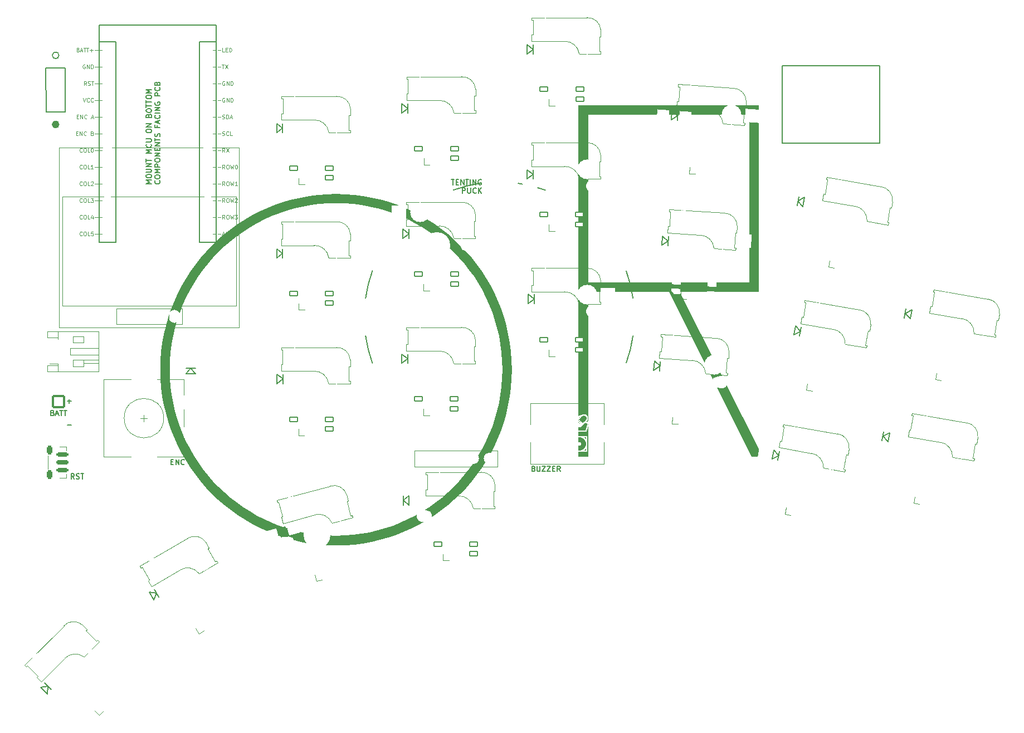
<source format=gto>
G04 #@! TF.GenerationSoftware,KiCad,Pcbnew,9.0.1*
G04 #@! TF.CreationDate,2025-04-19T02:13:03+03:00*
G04 #@! TF.ProjectId,klor1_4,6b6c6f72-315f-4342-9e6b-696361645f70,v1.4.0*
G04 #@! TF.SameCoordinates,Original*
G04 #@! TF.FileFunction,Legend,Top*
G04 #@! TF.FilePolarity,Positive*
%FSLAX46Y46*%
G04 Gerber Fmt 4.6, Leading zero omitted, Abs format (unit mm)*
G04 Created by KiCad (PCBNEW 9.0.1) date 2025-04-19 02:13:03*
%MOMM*%
%LPD*%
G01*
G04 APERTURE LIST*
G04 Aperture macros list*
%AMRoundRect*
0 Rectangle with rounded corners*
0 $1 Rounding radius*
0 $2 $3 $4 $5 $6 $7 $8 $9 X,Y pos of 4 corners*
0 Add a 4 corners polygon primitive as box body*
4,1,4,$2,$3,$4,$5,$6,$7,$8,$9,$2,$3,0*
0 Add four circle primitives for the rounded corners*
1,1,$1+$1,$2,$3*
1,1,$1+$1,$4,$5*
1,1,$1+$1,$6,$7*
1,1,$1+$1,$8,$9*
0 Add four rect primitives between the rounded corners*
20,1,$1+$1,$2,$3,$4,$5,0*
20,1,$1+$1,$4,$5,$6,$7,0*
20,1,$1+$1,$6,$7,$8,$9,0*
20,1,$1+$1,$8,$9,$2,$3,0*%
%AMRotRect*
0 Rectangle, with rotation*
0 The origin of the aperture is its center*
0 $1 length*
0 $2 width*
0 $3 Rotation angle, in degrees counterclockwise*
0 Add horizontal line*
21,1,$1,$2,0,0,$3*%
%AMFreePoly0*
4,1,18,-0.410000,0.265000,0.000000,0.675000,0.328000,0.675000,0.359380,0.668758,0.385983,0.650983,0.403758,0.624380,0.410000,0.593000,0.410000,-0.593000,0.403758,-0.624380,0.385983,-0.650983,0.359380,-0.668758,0.328000,-0.675000,-0.328000,-0.675000,-0.359380,-0.668758,-0.385983,-0.650983,-0.403758,-0.624380,-0.410000,-0.593000,-0.410000,0.265000,-0.410000,0.265000,$1*%
G04 Aperture macros list end*
%ADD10C,0.150000*%
%ADD11C,0.000000*%
%ADD12C,0.569975*%
%ADD13C,0.100000*%
%ADD14C,0.120000*%
%ADD15C,0.200000*%
%ADD16C,1.200000*%
%ADD17C,0.000001*%
%ADD18C,1.900000*%
%ADD19C,1.700000*%
%ADD20C,3.000000*%
%ADD21C,4.100000*%
%ADD22RoundRect,0.082000X0.651245X0.187383X0.187383X0.651245X-0.651245X-0.187383X-0.187383X-0.651245X0*%
%ADD23FreePoly0,135.000000*%
%ADD24RotRect,2.300000X2.000000X225.000000*%
%ADD25RoundRect,0.082000X0.593000X-0.328000X0.593000X0.328000X-0.593000X0.328000X-0.593000X-0.328000X0*%
%ADD26FreePoly0,90.000000*%
%ADD27R,2.300000X2.000000*%
%ADD28RoundRect,0.082000X0.568675X-0.368567X0.614436X0.285835X-0.568675X0.368567X-0.614436X-0.285835X0*%
%ADD29FreePoly0,86.000000*%
%ADD30RotRect,2.300000X2.000000X176.000000*%
%ADD31C,3.200000*%
%ADD32RotRect,1.800000X1.500000X170.000000*%
%ADD33R,1.800000X1.500000*%
%ADD34RotRect,1.800000X1.500000X176.000000*%
%ADD35RoundRect,0.082000X0.657687X-0.163344X0.487901X0.470303X-0.657687X0.163344X-0.487901X-0.470303X0*%
%ADD36FreePoly0,105.000000*%
%ADD37RotRect,2.300000X2.000000X195.000000*%
%ADD38RoundRect,0.082000X0.527034X-0.425990X0.640948X0.220044X-0.527034X0.425990X-0.640948X-0.220044X0*%
%ADD39FreePoly0,80.000000*%
%ADD40RotRect,2.300000X2.000000X170.000000*%
%ADD41RotRect,1.800000X1.500000X195.000000*%
%ADD42R,2.200000X2.200000*%
%ADD43C,2.200000*%
%ADD44C,2.000000*%
%ADD45R,3.200000X2.000000*%
%ADD46O,1.600000X2.000000*%
%ADD47O,2.500000X1.700000*%
%ADD48RotRect,1.800000X1.500000X350.000000*%
%ADD49RotRect,1.800000X1.500000X210.000000*%
%ADD50O,1.750000X1.200000*%
%ADD51C,0.900000*%
%ADD52RoundRect,0.187500X-0.712500X0.187500X-0.712500X-0.187500X0.712500X-0.187500X0.712500X0.187500X0*%
%ADD53RoundRect,0.150000X-0.750000X0.150000X-0.750000X-0.150000X0.750000X-0.150000X0.750000X0.150000X0*%
%ADD54RoundRect,0.225000X-0.225000X0.425000X-0.225000X-0.425000X0.225000X-0.425000X0.225000X0.425000X0*%
%ADD55R,1.500000X1.800000*%
%ADD56C,4.400000*%
%ADD57RoundRect,0.082000X0.677553X0.012444X0.349553X0.580556X-0.677553X-0.012444X-0.349553X-0.580556X0*%
%ADD58FreePoly0,120.000000*%
%ADD59RotRect,2.300000X2.000000X210.000000*%
%ADD60RotRect,1.800000X1.500000X225.000000*%
%ADD61RoundRect,0.142858X-0.857142X0.857142X-0.857142X-0.857142X0.857142X-0.857142X0.857142X0.857142X0*%
%ADD62R,1.524000X1.524000*%
%ADD63C,1.800000*%
%ADD64C,1.524000*%
%ADD65O,1.700000X1.700000*%
G04 APERTURE END LIST*
D10*
X192600000Y-60375000D02*
X207375000Y-60375000D01*
X207375000Y-72150000D01*
X192600000Y-72150000D01*
X192600000Y-60375000D01*
D11*
G36*
X189064385Y-94757582D02*
G01*
X176994943Y-94757582D01*
X189593759Y-119814039D01*
X187970376Y-119814039D01*
X175371575Y-94757582D01*
X163090379Y-94757582D01*
X163090379Y-119814039D01*
X161643457Y-119814039D01*
X161643457Y-93275373D01*
X161643457Y-67795431D01*
X163090371Y-67795431D01*
X163090371Y-93275373D01*
X187617471Y-93275373D01*
X187617471Y-67795431D01*
X163090371Y-67795431D01*
X161643457Y-67795431D01*
X161643457Y-66348509D01*
X189064385Y-66348509D01*
X189064385Y-94757582D01*
G37*
D10*
X84560000Y-115000000D02*
X83975000Y-115000000D01*
D11*
G36*
X124799874Y-79864881D02*
G01*
X126171280Y-79899751D01*
X127525063Y-80003227D01*
X128859525Y-80173610D01*
X130172967Y-80409200D01*
X131463688Y-80708299D01*
X132729990Y-81069206D01*
X133970172Y-81490221D01*
X135182536Y-81969646D01*
X136365382Y-82505781D01*
X137517010Y-83096927D01*
X138635721Y-83741383D01*
X139719815Y-84437451D01*
X140767593Y-85183431D01*
X141777356Y-85977623D01*
X142747403Y-86818329D01*
X143676036Y-87703848D01*
X144561555Y-88632481D01*
X145402260Y-89602528D01*
X146196452Y-90612290D01*
X146942432Y-91660068D01*
X147638500Y-92744162D01*
X148282956Y-93862873D01*
X148874102Y-95014500D01*
X149410236Y-96197346D01*
X149889661Y-97409709D01*
X150310677Y-98649891D01*
X150671583Y-99916191D01*
X150970682Y-101206912D01*
X151206272Y-102520352D01*
X151376655Y-103854814D01*
X151480131Y-105208596D01*
X151515000Y-106580000D01*
X151480131Y-107951405D01*
X151376655Y-109305189D01*
X151206272Y-110639651D01*
X150970682Y-111953093D01*
X150671583Y-113243814D01*
X150310677Y-114510116D01*
X149889661Y-115750299D01*
X149410236Y-116962663D01*
X148874102Y-118145509D01*
X148282956Y-119297137D01*
X147638500Y-120415848D01*
X146942432Y-121499943D01*
X146196452Y-122547721D01*
X145402260Y-123557484D01*
X144561555Y-124527532D01*
X143676036Y-125456165D01*
X142747403Y-126341684D01*
X141777356Y-127182390D01*
X140767593Y-127976583D01*
X139719815Y-128722563D01*
X138635721Y-129418631D01*
X137517010Y-130063087D01*
X136365382Y-130654233D01*
X135182536Y-131190368D01*
X133970172Y-131669793D01*
X132729990Y-132090809D01*
X131463688Y-132451716D01*
X130172967Y-132750814D01*
X128859525Y-132986405D01*
X127525063Y-133156788D01*
X126171280Y-133260264D01*
X124799874Y-133295133D01*
X123428470Y-133260264D01*
X122074687Y-133156787D01*
X120740225Y-132986404D01*
X119426784Y-132750814D01*
X118136063Y-132451715D01*
X116869762Y-132090808D01*
X115629580Y-131669792D01*
X114417216Y-131190366D01*
X113234371Y-130654230D01*
X112082743Y-130063084D01*
X110964033Y-129418627D01*
X109879938Y-128722558D01*
X108832160Y-127976578D01*
X107822398Y-127182384D01*
X106852351Y-126341678D01*
X105923718Y-125456158D01*
X105038199Y-124527525D01*
X104197493Y-123557476D01*
X103403301Y-122547713D01*
X102657321Y-121499934D01*
X101961253Y-120415839D01*
X101316797Y-119297128D01*
X100725652Y-118145499D01*
X100189517Y-116962653D01*
X99710092Y-115750289D01*
X99289076Y-114510106D01*
X98928169Y-113243805D01*
X98629071Y-111953083D01*
X98393481Y-110639642D01*
X98223098Y-109305180D01*
X98119622Y-107951397D01*
X98084752Y-106579992D01*
X98085650Y-106544699D01*
X99531674Y-106544699D01*
X99564597Y-107843643D01*
X99662300Y-109125690D01*
X99823189Y-110389243D01*
X100045665Y-111632705D01*
X100328135Y-112854481D01*
X100669001Y-114052975D01*
X101066667Y-115226591D01*
X101519538Y-116373732D01*
X102026017Y-117492802D01*
X102584508Y-118582205D01*
X103193415Y-119640346D01*
X103851143Y-120665628D01*
X104556093Y-121656454D01*
X105306672Y-122611230D01*
X106101282Y-123528358D01*
X106938328Y-124406243D01*
X107816213Y-125243289D01*
X108733342Y-126037899D01*
X109688117Y-126788477D01*
X110678944Y-127493428D01*
X111704226Y-128151155D01*
X112762367Y-128760062D01*
X113851770Y-129318553D01*
X114970841Y-129825031D01*
X116117982Y-130277902D01*
X117291597Y-130675568D01*
X118490091Y-131016434D01*
X119711868Y-131298904D01*
X120955330Y-131521381D01*
X122218883Y-131682269D01*
X123500930Y-131779972D01*
X124799874Y-131812895D01*
X126095715Y-131779972D01*
X127375051Y-131682269D01*
X128636268Y-131521381D01*
X129877750Y-131298904D01*
X131097882Y-131016434D01*
X132295049Y-130675568D01*
X133467634Y-130277902D01*
X134614022Y-129825031D01*
X135732599Y-129318553D01*
X136821747Y-128760062D01*
X137879853Y-128151155D01*
X138905299Y-127493428D01*
X139896472Y-126788477D01*
X140851755Y-126037899D01*
X141769533Y-125243289D01*
X142648191Y-124406243D01*
X143486112Y-123528358D01*
X144281682Y-122611230D01*
X145033285Y-121656454D01*
X145739305Y-120665628D01*
X146398127Y-119640346D01*
X147008136Y-118582205D01*
X147567716Y-117492802D01*
X148075252Y-116373732D01*
X148529127Y-115226591D01*
X148927727Y-114052975D01*
X149269437Y-112854481D01*
X149552640Y-111632705D01*
X149775721Y-110389243D01*
X149937065Y-109125690D01*
X150035055Y-107843643D01*
X150068078Y-106544699D01*
X150035156Y-105245754D01*
X149937452Y-103963708D01*
X149776564Y-102700156D01*
X149554087Y-101456694D01*
X149271617Y-100234918D01*
X148930751Y-99036425D01*
X148533085Y-97862809D01*
X148080214Y-96715669D01*
X147573735Y-95596599D01*
X147015243Y-94507195D01*
X146406336Y-93449054D01*
X145748609Y-92423773D01*
X145043658Y-91432946D01*
X144293079Y-90478170D01*
X143498469Y-89561042D01*
X142661423Y-88683157D01*
X141783537Y-87846111D01*
X140866409Y-87051501D01*
X139911633Y-86300922D01*
X138920806Y-85595971D01*
X137895524Y-84938244D01*
X136837383Y-84329337D01*
X135747979Y-83770846D01*
X134628909Y-83264367D01*
X133481767Y-82811496D01*
X132308152Y-82413829D01*
X131109658Y-82072963D01*
X129887881Y-81790494D01*
X128644419Y-81568017D01*
X127380866Y-81407128D01*
X126098819Y-81309425D01*
X124799874Y-81276502D01*
X123500930Y-81309425D01*
X122218883Y-81407128D01*
X120955330Y-81568017D01*
X119711868Y-81790494D01*
X118490091Y-82072963D01*
X117291597Y-82413829D01*
X116117982Y-82811496D01*
X114970841Y-83264367D01*
X113851770Y-83770846D01*
X112762367Y-84329337D01*
X111704226Y-84938244D01*
X110678944Y-85595971D01*
X109688117Y-86300922D01*
X108733342Y-87051501D01*
X107816213Y-87846111D01*
X106938328Y-88683157D01*
X106101282Y-89561042D01*
X105306672Y-90478170D01*
X104556093Y-91432946D01*
X103851143Y-92423773D01*
X103193415Y-93449054D01*
X102584508Y-94507195D01*
X102026017Y-95596599D01*
X101519538Y-96715669D01*
X101066667Y-97862809D01*
X100669001Y-99036425D01*
X100328135Y-100234918D01*
X100045665Y-101456694D01*
X99823189Y-102700156D01*
X99662300Y-103963708D01*
X99564597Y-105245754D01*
X99531674Y-106544699D01*
X98085650Y-106544699D01*
X98119622Y-105208588D01*
X98223098Y-103854806D01*
X98393481Y-102520345D01*
X98629071Y-101206904D01*
X98928170Y-99916184D01*
X99289076Y-98649883D01*
X99710092Y-97409701D01*
X100189517Y-96197338D01*
X100725652Y-95014493D01*
X101316798Y-93862865D01*
X101961254Y-92744155D01*
X102657322Y-91660061D01*
X103403302Y-90612283D01*
X104197495Y-89602520D01*
X105038200Y-88632473D01*
X105923719Y-87703840D01*
X106852352Y-86818321D01*
X107822400Y-85977616D01*
X108832162Y-85183423D01*
X109879940Y-84437444D01*
X110964034Y-83741376D01*
X112082745Y-83096919D01*
X113234373Y-82505774D01*
X114417218Y-81969639D01*
X115629581Y-81490214D01*
X116869763Y-81069198D01*
X118136065Y-80708291D01*
X119426785Y-80409193D01*
X120740226Y-80173602D01*
X122074688Y-80003220D01*
X123428470Y-79899743D01*
X124799874Y-79864874D01*
X124799874Y-79864881D01*
G37*
D10*
X84259000Y-111083500D02*
X84259000Y-111668500D01*
D12*
X82459987Y-69300000D02*
G75*
G02*
X81890013Y-69300000I-284987J0D01*
G01*
X81890013Y-69300000D02*
G75*
G02*
X82459987Y-69300000I284987J0D01*
G01*
D10*
X84550000Y-111375000D02*
X83965000Y-111375000D01*
X82669975Y-58800000D02*
G75*
G02*
X81680025Y-58800000I-494975J0D01*
G01*
X81680025Y-58800000D02*
G75*
G02*
X82669975Y-58800000I494975J0D01*
G01*
D13*
X85391497Y-68122085D02*
X85591497Y-68122085D01*
X85677211Y-68436371D02*
X85391497Y-68436371D01*
X85391497Y-68436371D02*
X85391497Y-67836371D01*
X85391497Y-67836371D02*
X85677211Y-67836371D01*
X85934354Y-68436371D02*
X85934354Y-67836371D01*
X85934354Y-67836371D02*
X86277211Y-68436371D01*
X86277211Y-68436371D02*
X86277211Y-67836371D01*
X86905782Y-68379228D02*
X86877210Y-68407800D01*
X86877210Y-68407800D02*
X86791496Y-68436371D01*
X86791496Y-68436371D02*
X86734353Y-68436371D01*
X86734353Y-68436371D02*
X86648639Y-68407800D01*
X86648639Y-68407800D02*
X86591496Y-68350657D01*
X86591496Y-68350657D02*
X86562925Y-68293514D01*
X86562925Y-68293514D02*
X86534353Y-68179228D01*
X86534353Y-68179228D02*
X86534353Y-68093514D01*
X86534353Y-68093514D02*
X86562925Y-67979228D01*
X86562925Y-67979228D02*
X86591496Y-67922085D01*
X86591496Y-67922085D02*
X86648639Y-67864942D01*
X86648639Y-67864942D02*
X86734353Y-67836371D01*
X86734353Y-67836371D02*
X86791496Y-67836371D01*
X86791496Y-67836371D02*
X86877210Y-67864942D01*
X86877210Y-67864942D02*
X86905782Y-67893514D01*
X87591496Y-68264942D02*
X87877211Y-68264942D01*
X87534353Y-68436371D02*
X87734353Y-67836371D01*
X87734353Y-67836371D02*
X87934353Y-68436371D01*
X88134354Y-68207800D02*
X88591497Y-68207800D01*
X88877211Y-68207800D02*
X89334354Y-68207800D01*
X106051646Y-85977800D02*
X106508789Y-85977800D01*
X106794503Y-85977800D02*
X107251646Y-85977800D01*
X107508788Y-86034942D02*
X107794503Y-86034942D01*
X107451645Y-86206371D02*
X107651645Y-85606371D01*
X107651645Y-85606371D02*
X107851645Y-86206371D01*
X108051646Y-85606371D02*
X108051646Y-86092085D01*
X108051646Y-86092085D02*
X108080217Y-86149228D01*
X108080217Y-86149228D02*
X108108789Y-86177800D01*
X108108789Y-86177800D02*
X108165931Y-86206371D01*
X108165931Y-86206371D02*
X108280217Y-86206371D01*
X108280217Y-86206371D02*
X108337360Y-86177800D01*
X108337360Y-86177800D02*
X108365931Y-86149228D01*
X108365931Y-86149228D02*
X108394503Y-86092085D01*
X108394503Y-86092085D02*
X108394503Y-85606371D01*
X108680217Y-86206371D02*
X108680217Y-85606371D01*
X108680217Y-85606371D02*
X108823074Y-85606371D01*
X108823074Y-85606371D02*
X108908788Y-85634942D01*
X108908788Y-85634942D02*
X108965931Y-85692085D01*
X108965931Y-85692085D02*
X108994502Y-85749228D01*
X108994502Y-85749228D02*
X109023074Y-85863514D01*
X109023074Y-85863514D02*
X109023074Y-85949228D01*
X109023074Y-85949228D02*
X108994502Y-86063514D01*
X108994502Y-86063514D02*
X108965931Y-86120657D01*
X108965931Y-86120657D02*
X108908788Y-86177800D01*
X108908788Y-86177800D02*
X108823074Y-86206371D01*
X108823074Y-86206371D02*
X108680217Y-86206371D01*
X109280217Y-86206371D02*
X109280217Y-85606371D01*
X109680216Y-85606371D02*
X109794502Y-85606371D01*
X109794502Y-85606371D02*
X109851645Y-85634942D01*
X109851645Y-85634942D02*
X109908788Y-85692085D01*
X109908788Y-85692085D02*
X109937359Y-85806371D01*
X109937359Y-85806371D02*
X109937359Y-86006371D01*
X109937359Y-86006371D02*
X109908788Y-86120657D01*
X109908788Y-86120657D02*
X109851645Y-86177800D01*
X109851645Y-86177800D02*
X109794502Y-86206371D01*
X109794502Y-86206371D02*
X109680216Y-86206371D01*
X109680216Y-86206371D02*
X109623074Y-86177800D01*
X109623074Y-86177800D02*
X109565931Y-86120657D01*
X109565931Y-86120657D02*
X109537359Y-86006371D01*
X109537359Y-86006371D02*
X109537359Y-85806371D01*
X109537359Y-85806371D02*
X109565931Y-85692085D01*
X109565931Y-85692085D02*
X109623074Y-85634942D01*
X109623074Y-85634942D02*
X109680216Y-85606371D01*
X106051646Y-80897800D02*
X106508789Y-80897800D01*
X106794503Y-80897800D02*
X107251646Y-80897800D01*
X107880217Y-81126371D02*
X107680217Y-80840657D01*
X107537360Y-81126371D02*
X107537360Y-80526371D01*
X107537360Y-80526371D02*
X107765931Y-80526371D01*
X107765931Y-80526371D02*
X107823074Y-80554942D01*
X107823074Y-80554942D02*
X107851645Y-80583514D01*
X107851645Y-80583514D02*
X107880217Y-80640657D01*
X107880217Y-80640657D02*
X107880217Y-80726371D01*
X107880217Y-80726371D02*
X107851645Y-80783514D01*
X107851645Y-80783514D02*
X107823074Y-80812085D01*
X107823074Y-80812085D02*
X107765931Y-80840657D01*
X107765931Y-80840657D02*
X107537360Y-80840657D01*
X108251645Y-80526371D02*
X108365931Y-80526371D01*
X108365931Y-80526371D02*
X108423074Y-80554942D01*
X108423074Y-80554942D02*
X108480217Y-80612085D01*
X108480217Y-80612085D02*
X108508788Y-80726371D01*
X108508788Y-80726371D02*
X108508788Y-80926371D01*
X108508788Y-80926371D02*
X108480217Y-81040657D01*
X108480217Y-81040657D02*
X108423074Y-81097800D01*
X108423074Y-81097800D02*
X108365931Y-81126371D01*
X108365931Y-81126371D02*
X108251645Y-81126371D01*
X108251645Y-81126371D02*
X108194503Y-81097800D01*
X108194503Y-81097800D02*
X108137360Y-81040657D01*
X108137360Y-81040657D02*
X108108788Y-80926371D01*
X108108788Y-80926371D02*
X108108788Y-80726371D01*
X108108788Y-80726371D02*
X108137360Y-80612085D01*
X108137360Y-80612085D02*
X108194503Y-80554942D01*
X108194503Y-80554942D02*
X108251645Y-80526371D01*
X108708788Y-80526371D02*
X108851645Y-81126371D01*
X108851645Y-81126371D02*
X108965931Y-80697800D01*
X108965931Y-80697800D02*
X109080216Y-81126371D01*
X109080216Y-81126371D02*
X109223074Y-80526371D01*
X109423073Y-80583514D02*
X109451645Y-80554942D01*
X109451645Y-80554942D02*
X109508788Y-80526371D01*
X109508788Y-80526371D02*
X109651645Y-80526371D01*
X109651645Y-80526371D02*
X109708788Y-80554942D01*
X109708788Y-80554942D02*
X109737359Y-80583514D01*
X109737359Y-80583514D02*
X109765930Y-80640657D01*
X109765930Y-80640657D02*
X109765930Y-80697800D01*
X109765930Y-80697800D02*
X109737359Y-80783514D01*
X109737359Y-80783514D02*
X109394502Y-81126371D01*
X109394502Y-81126371D02*
X109765930Y-81126371D01*
X86334353Y-65296371D02*
X86534353Y-65896371D01*
X86534353Y-65896371D02*
X86734353Y-65296371D01*
X87277211Y-65839228D02*
X87248639Y-65867800D01*
X87248639Y-65867800D02*
X87162925Y-65896371D01*
X87162925Y-65896371D02*
X87105782Y-65896371D01*
X87105782Y-65896371D02*
X87020068Y-65867800D01*
X87020068Y-65867800D02*
X86962925Y-65810657D01*
X86962925Y-65810657D02*
X86934354Y-65753514D01*
X86934354Y-65753514D02*
X86905782Y-65639228D01*
X86905782Y-65639228D02*
X86905782Y-65553514D01*
X86905782Y-65553514D02*
X86934354Y-65439228D01*
X86934354Y-65439228D02*
X86962925Y-65382085D01*
X86962925Y-65382085D02*
X87020068Y-65324942D01*
X87020068Y-65324942D02*
X87105782Y-65296371D01*
X87105782Y-65296371D02*
X87162925Y-65296371D01*
X87162925Y-65296371D02*
X87248639Y-65324942D01*
X87248639Y-65324942D02*
X87277211Y-65353514D01*
X87877211Y-65839228D02*
X87848639Y-65867800D01*
X87848639Y-65867800D02*
X87762925Y-65896371D01*
X87762925Y-65896371D02*
X87705782Y-65896371D01*
X87705782Y-65896371D02*
X87620068Y-65867800D01*
X87620068Y-65867800D02*
X87562925Y-65810657D01*
X87562925Y-65810657D02*
X87534354Y-65753514D01*
X87534354Y-65753514D02*
X87505782Y-65639228D01*
X87505782Y-65639228D02*
X87505782Y-65553514D01*
X87505782Y-65553514D02*
X87534354Y-65439228D01*
X87534354Y-65439228D02*
X87562925Y-65382085D01*
X87562925Y-65382085D02*
X87620068Y-65324942D01*
X87620068Y-65324942D02*
X87705782Y-65296371D01*
X87705782Y-65296371D02*
X87762925Y-65296371D01*
X87762925Y-65296371D02*
X87848639Y-65324942D01*
X87848639Y-65324942D02*
X87877211Y-65353514D01*
X88134354Y-65667800D02*
X88591497Y-65667800D01*
X88877211Y-65667800D02*
X89334354Y-65667800D01*
X106051646Y-58037800D02*
X106508789Y-58037800D01*
X106794503Y-58037800D02*
X107251646Y-58037800D01*
X107823074Y-58266371D02*
X107537360Y-58266371D01*
X107537360Y-58266371D02*
X107537360Y-57666371D01*
X108023074Y-57952085D02*
X108223074Y-57952085D01*
X108308788Y-58266371D02*
X108023074Y-58266371D01*
X108023074Y-58266371D02*
X108023074Y-57666371D01*
X108023074Y-57666371D02*
X108308788Y-57666371D01*
X108565931Y-58266371D02*
X108565931Y-57666371D01*
X108565931Y-57666371D02*
X108708788Y-57666371D01*
X108708788Y-57666371D02*
X108794502Y-57694942D01*
X108794502Y-57694942D02*
X108851645Y-57752085D01*
X108851645Y-57752085D02*
X108880216Y-57809228D01*
X108880216Y-57809228D02*
X108908788Y-57923514D01*
X108908788Y-57923514D02*
X108908788Y-58009228D01*
X108908788Y-58009228D02*
X108880216Y-58123514D01*
X108880216Y-58123514D02*
X108851645Y-58180657D01*
X108851645Y-58180657D02*
X108794502Y-58237800D01*
X108794502Y-58237800D02*
X108708788Y-58266371D01*
X108708788Y-58266371D02*
X108565931Y-58266371D01*
X86191497Y-86159228D02*
X86162925Y-86187800D01*
X86162925Y-86187800D02*
X86077211Y-86216371D01*
X86077211Y-86216371D02*
X86020068Y-86216371D01*
X86020068Y-86216371D02*
X85934354Y-86187800D01*
X85934354Y-86187800D02*
X85877211Y-86130657D01*
X85877211Y-86130657D02*
X85848640Y-86073514D01*
X85848640Y-86073514D02*
X85820068Y-85959228D01*
X85820068Y-85959228D02*
X85820068Y-85873514D01*
X85820068Y-85873514D02*
X85848640Y-85759228D01*
X85848640Y-85759228D02*
X85877211Y-85702085D01*
X85877211Y-85702085D02*
X85934354Y-85644942D01*
X85934354Y-85644942D02*
X86020068Y-85616371D01*
X86020068Y-85616371D02*
X86077211Y-85616371D01*
X86077211Y-85616371D02*
X86162925Y-85644942D01*
X86162925Y-85644942D02*
X86191497Y-85673514D01*
X86562925Y-85616371D02*
X86677211Y-85616371D01*
X86677211Y-85616371D02*
X86734354Y-85644942D01*
X86734354Y-85644942D02*
X86791497Y-85702085D01*
X86791497Y-85702085D02*
X86820068Y-85816371D01*
X86820068Y-85816371D02*
X86820068Y-86016371D01*
X86820068Y-86016371D02*
X86791497Y-86130657D01*
X86791497Y-86130657D02*
X86734354Y-86187800D01*
X86734354Y-86187800D02*
X86677211Y-86216371D01*
X86677211Y-86216371D02*
X86562925Y-86216371D01*
X86562925Y-86216371D02*
X86505783Y-86187800D01*
X86505783Y-86187800D02*
X86448640Y-86130657D01*
X86448640Y-86130657D02*
X86420068Y-86016371D01*
X86420068Y-86016371D02*
X86420068Y-85816371D01*
X86420068Y-85816371D02*
X86448640Y-85702085D01*
X86448640Y-85702085D02*
X86505783Y-85644942D01*
X86505783Y-85644942D02*
X86562925Y-85616371D01*
X87362925Y-86216371D02*
X87077211Y-86216371D01*
X87077211Y-86216371D02*
X87077211Y-85616371D01*
X87848639Y-85616371D02*
X87562925Y-85616371D01*
X87562925Y-85616371D02*
X87534353Y-85902085D01*
X87534353Y-85902085D02*
X87562925Y-85873514D01*
X87562925Y-85873514D02*
X87620068Y-85844942D01*
X87620068Y-85844942D02*
X87762925Y-85844942D01*
X87762925Y-85844942D02*
X87820068Y-85873514D01*
X87820068Y-85873514D02*
X87848639Y-85902085D01*
X87848639Y-85902085D02*
X87877210Y-85959228D01*
X87877210Y-85959228D02*
X87877210Y-86102085D01*
X87877210Y-86102085D02*
X87848639Y-86159228D01*
X87848639Y-86159228D02*
X87820068Y-86187800D01*
X87820068Y-86187800D02*
X87762925Y-86216371D01*
X87762925Y-86216371D02*
X87620068Y-86216371D01*
X87620068Y-86216371D02*
X87562925Y-86187800D01*
X87562925Y-86187800D02*
X87534353Y-86159228D01*
X88134354Y-85987800D02*
X88591497Y-85987800D01*
X88877211Y-85987800D02*
X89334354Y-85987800D01*
D10*
X96743318Y-78310839D02*
X95943318Y-78310839D01*
X95943318Y-78310839D02*
X96514746Y-78044173D01*
X96514746Y-78044173D02*
X95943318Y-77777506D01*
X95943318Y-77777506D02*
X96743318Y-77777506D01*
X95943318Y-77244172D02*
X95943318Y-77091791D01*
X95943318Y-77091791D02*
X95981413Y-77015601D01*
X95981413Y-77015601D02*
X96057603Y-76939410D01*
X96057603Y-76939410D02*
X96209984Y-76901315D01*
X96209984Y-76901315D02*
X96476651Y-76901315D01*
X96476651Y-76901315D02*
X96629032Y-76939410D01*
X96629032Y-76939410D02*
X96705223Y-77015601D01*
X96705223Y-77015601D02*
X96743318Y-77091791D01*
X96743318Y-77091791D02*
X96743318Y-77244172D01*
X96743318Y-77244172D02*
X96705223Y-77320363D01*
X96705223Y-77320363D02*
X96629032Y-77396553D01*
X96629032Y-77396553D02*
X96476651Y-77434649D01*
X96476651Y-77434649D02*
X96209984Y-77434649D01*
X96209984Y-77434649D02*
X96057603Y-77396553D01*
X96057603Y-77396553D02*
X95981413Y-77320363D01*
X95981413Y-77320363D02*
X95943318Y-77244172D01*
X95943318Y-76558458D02*
X96590937Y-76558458D01*
X96590937Y-76558458D02*
X96667127Y-76520363D01*
X96667127Y-76520363D02*
X96705223Y-76482268D01*
X96705223Y-76482268D02*
X96743318Y-76406077D01*
X96743318Y-76406077D02*
X96743318Y-76253696D01*
X96743318Y-76253696D02*
X96705223Y-76177506D01*
X96705223Y-76177506D02*
X96667127Y-76139411D01*
X96667127Y-76139411D02*
X96590937Y-76101315D01*
X96590937Y-76101315D02*
X95943318Y-76101315D01*
X96743318Y-75720363D02*
X95943318Y-75720363D01*
X95943318Y-75720363D02*
X96743318Y-75263220D01*
X96743318Y-75263220D02*
X95943318Y-75263220D01*
X95943318Y-74996554D02*
X95943318Y-74539411D01*
X96743318Y-74767983D02*
X95943318Y-74767983D01*
X96743318Y-73663220D02*
X95943318Y-73663220D01*
X95943318Y-73663220D02*
X96514746Y-73396554D01*
X96514746Y-73396554D02*
X95943318Y-73129887D01*
X95943318Y-73129887D02*
X96743318Y-73129887D01*
X96667127Y-72291791D02*
X96705223Y-72329887D01*
X96705223Y-72329887D02*
X96743318Y-72444172D01*
X96743318Y-72444172D02*
X96743318Y-72520363D01*
X96743318Y-72520363D02*
X96705223Y-72634649D01*
X96705223Y-72634649D02*
X96629032Y-72710839D01*
X96629032Y-72710839D02*
X96552842Y-72748934D01*
X96552842Y-72748934D02*
X96400461Y-72787030D01*
X96400461Y-72787030D02*
X96286175Y-72787030D01*
X96286175Y-72787030D02*
X96133794Y-72748934D01*
X96133794Y-72748934D02*
X96057603Y-72710839D01*
X96057603Y-72710839D02*
X95981413Y-72634649D01*
X95981413Y-72634649D02*
X95943318Y-72520363D01*
X95943318Y-72520363D02*
X95943318Y-72444172D01*
X95943318Y-72444172D02*
X95981413Y-72329887D01*
X95981413Y-72329887D02*
X96019508Y-72291791D01*
X95943318Y-71948934D02*
X96590937Y-71948934D01*
X96590937Y-71948934D02*
X96667127Y-71910839D01*
X96667127Y-71910839D02*
X96705223Y-71872744D01*
X96705223Y-71872744D02*
X96743318Y-71796553D01*
X96743318Y-71796553D02*
X96743318Y-71644172D01*
X96743318Y-71644172D02*
X96705223Y-71567982D01*
X96705223Y-71567982D02*
X96667127Y-71529887D01*
X96667127Y-71529887D02*
X96590937Y-71491791D01*
X96590937Y-71491791D02*
X95943318Y-71491791D01*
X95943318Y-70348934D02*
X95943318Y-70196553D01*
X95943318Y-70196553D02*
X95981413Y-70120363D01*
X95981413Y-70120363D02*
X96057603Y-70044172D01*
X96057603Y-70044172D02*
X96209984Y-70006077D01*
X96209984Y-70006077D02*
X96476651Y-70006077D01*
X96476651Y-70006077D02*
X96629032Y-70044172D01*
X96629032Y-70044172D02*
X96705223Y-70120363D01*
X96705223Y-70120363D02*
X96743318Y-70196553D01*
X96743318Y-70196553D02*
X96743318Y-70348934D01*
X96743318Y-70348934D02*
X96705223Y-70425125D01*
X96705223Y-70425125D02*
X96629032Y-70501315D01*
X96629032Y-70501315D02*
X96476651Y-70539411D01*
X96476651Y-70539411D02*
X96209984Y-70539411D01*
X96209984Y-70539411D02*
X96057603Y-70501315D01*
X96057603Y-70501315D02*
X95981413Y-70425125D01*
X95981413Y-70425125D02*
X95943318Y-70348934D01*
X96743318Y-69663220D02*
X95943318Y-69663220D01*
X95943318Y-69663220D02*
X96743318Y-69206077D01*
X96743318Y-69206077D02*
X95943318Y-69206077D01*
X96324270Y-67948935D02*
X96362365Y-67834649D01*
X96362365Y-67834649D02*
X96400461Y-67796554D01*
X96400461Y-67796554D02*
X96476651Y-67758458D01*
X96476651Y-67758458D02*
X96590937Y-67758458D01*
X96590937Y-67758458D02*
X96667127Y-67796554D01*
X96667127Y-67796554D02*
X96705223Y-67834649D01*
X96705223Y-67834649D02*
X96743318Y-67910839D01*
X96743318Y-67910839D02*
X96743318Y-68215601D01*
X96743318Y-68215601D02*
X95943318Y-68215601D01*
X95943318Y-68215601D02*
X95943318Y-67948935D01*
X95943318Y-67948935D02*
X95981413Y-67872744D01*
X95981413Y-67872744D02*
X96019508Y-67834649D01*
X96019508Y-67834649D02*
X96095699Y-67796554D01*
X96095699Y-67796554D02*
X96171889Y-67796554D01*
X96171889Y-67796554D02*
X96248080Y-67834649D01*
X96248080Y-67834649D02*
X96286175Y-67872744D01*
X96286175Y-67872744D02*
X96324270Y-67948935D01*
X96324270Y-67948935D02*
X96324270Y-68215601D01*
X95943318Y-67263220D02*
X95943318Y-67110839D01*
X95943318Y-67110839D02*
X95981413Y-67034649D01*
X95981413Y-67034649D02*
X96057603Y-66958458D01*
X96057603Y-66958458D02*
X96209984Y-66920363D01*
X96209984Y-66920363D02*
X96476651Y-66920363D01*
X96476651Y-66920363D02*
X96629032Y-66958458D01*
X96629032Y-66958458D02*
X96705223Y-67034649D01*
X96705223Y-67034649D02*
X96743318Y-67110839D01*
X96743318Y-67110839D02*
X96743318Y-67263220D01*
X96743318Y-67263220D02*
X96705223Y-67339411D01*
X96705223Y-67339411D02*
X96629032Y-67415601D01*
X96629032Y-67415601D02*
X96476651Y-67453697D01*
X96476651Y-67453697D02*
X96209984Y-67453697D01*
X96209984Y-67453697D02*
X96057603Y-67415601D01*
X96057603Y-67415601D02*
X95981413Y-67339411D01*
X95981413Y-67339411D02*
X95943318Y-67263220D01*
X95943318Y-66691792D02*
X95943318Y-66234649D01*
X96743318Y-66463221D02*
X95943318Y-66463221D01*
X95943318Y-66082268D02*
X95943318Y-65625125D01*
X96743318Y-65853697D02*
X95943318Y-65853697D01*
X95943318Y-65206077D02*
X95943318Y-65053696D01*
X95943318Y-65053696D02*
X95981413Y-64977506D01*
X95981413Y-64977506D02*
X96057603Y-64901315D01*
X96057603Y-64901315D02*
X96209984Y-64863220D01*
X96209984Y-64863220D02*
X96476651Y-64863220D01*
X96476651Y-64863220D02*
X96629032Y-64901315D01*
X96629032Y-64901315D02*
X96705223Y-64977506D01*
X96705223Y-64977506D02*
X96743318Y-65053696D01*
X96743318Y-65053696D02*
X96743318Y-65206077D01*
X96743318Y-65206077D02*
X96705223Y-65282268D01*
X96705223Y-65282268D02*
X96629032Y-65358458D01*
X96629032Y-65358458D02*
X96476651Y-65396554D01*
X96476651Y-65396554D02*
X96209984Y-65396554D01*
X96209984Y-65396554D02*
X96057603Y-65358458D01*
X96057603Y-65358458D02*
X95981413Y-65282268D01*
X95981413Y-65282268D02*
X95943318Y-65206077D01*
X96743318Y-64520363D02*
X95943318Y-64520363D01*
X95943318Y-64520363D02*
X96514746Y-64253697D01*
X96514746Y-64253697D02*
X95943318Y-63987030D01*
X95943318Y-63987030D02*
X96743318Y-63987030D01*
X97955082Y-77853696D02*
X97993178Y-77891792D01*
X97993178Y-77891792D02*
X98031273Y-78006077D01*
X98031273Y-78006077D02*
X98031273Y-78082268D01*
X98031273Y-78082268D02*
X97993178Y-78196554D01*
X97993178Y-78196554D02*
X97916987Y-78272744D01*
X97916987Y-78272744D02*
X97840797Y-78310839D01*
X97840797Y-78310839D02*
X97688416Y-78348935D01*
X97688416Y-78348935D02*
X97574130Y-78348935D01*
X97574130Y-78348935D02*
X97421749Y-78310839D01*
X97421749Y-78310839D02*
X97345558Y-78272744D01*
X97345558Y-78272744D02*
X97269368Y-78196554D01*
X97269368Y-78196554D02*
X97231273Y-78082268D01*
X97231273Y-78082268D02*
X97231273Y-78006077D01*
X97231273Y-78006077D02*
X97269368Y-77891792D01*
X97269368Y-77891792D02*
X97307463Y-77853696D01*
X97231273Y-77358458D02*
X97231273Y-77206077D01*
X97231273Y-77206077D02*
X97269368Y-77129887D01*
X97269368Y-77129887D02*
X97345558Y-77053696D01*
X97345558Y-77053696D02*
X97497939Y-77015601D01*
X97497939Y-77015601D02*
X97764606Y-77015601D01*
X97764606Y-77015601D02*
X97916987Y-77053696D01*
X97916987Y-77053696D02*
X97993178Y-77129887D01*
X97993178Y-77129887D02*
X98031273Y-77206077D01*
X98031273Y-77206077D02*
X98031273Y-77358458D01*
X98031273Y-77358458D02*
X97993178Y-77434649D01*
X97993178Y-77434649D02*
X97916987Y-77510839D01*
X97916987Y-77510839D02*
X97764606Y-77548935D01*
X97764606Y-77548935D02*
X97497939Y-77548935D01*
X97497939Y-77548935D02*
X97345558Y-77510839D01*
X97345558Y-77510839D02*
X97269368Y-77434649D01*
X97269368Y-77434649D02*
X97231273Y-77358458D01*
X98031273Y-76672744D02*
X97231273Y-76672744D01*
X97231273Y-76672744D02*
X97802701Y-76406078D01*
X97802701Y-76406078D02*
X97231273Y-76139411D01*
X97231273Y-76139411D02*
X98031273Y-76139411D01*
X98031273Y-75758458D02*
X97231273Y-75758458D01*
X97231273Y-75758458D02*
X97231273Y-75453696D01*
X97231273Y-75453696D02*
X97269368Y-75377506D01*
X97269368Y-75377506D02*
X97307463Y-75339411D01*
X97307463Y-75339411D02*
X97383654Y-75301315D01*
X97383654Y-75301315D02*
X97497939Y-75301315D01*
X97497939Y-75301315D02*
X97574130Y-75339411D01*
X97574130Y-75339411D02*
X97612225Y-75377506D01*
X97612225Y-75377506D02*
X97650320Y-75453696D01*
X97650320Y-75453696D02*
X97650320Y-75758458D01*
X97231273Y-74806077D02*
X97231273Y-74653696D01*
X97231273Y-74653696D02*
X97269368Y-74577506D01*
X97269368Y-74577506D02*
X97345558Y-74501315D01*
X97345558Y-74501315D02*
X97497939Y-74463220D01*
X97497939Y-74463220D02*
X97764606Y-74463220D01*
X97764606Y-74463220D02*
X97916987Y-74501315D01*
X97916987Y-74501315D02*
X97993178Y-74577506D01*
X97993178Y-74577506D02*
X98031273Y-74653696D01*
X98031273Y-74653696D02*
X98031273Y-74806077D01*
X98031273Y-74806077D02*
X97993178Y-74882268D01*
X97993178Y-74882268D02*
X97916987Y-74958458D01*
X97916987Y-74958458D02*
X97764606Y-74996554D01*
X97764606Y-74996554D02*
X97497939Y-74996554D01*
X97497939Y-74996554D02*
X97345558Y-74958458D01*
X97345558Y-74958458D02*
X97269368Y-74882268D01*
X97269368Y-74882268D02*
X97231273Y-74806077D01*
X98031273Y-74120363D02*
X97231273Y-74120363D01*
X97231273Y-74120363D02*
X98031273Y-73663220D01*
X98031273Y-73663220D02*
X97231273Y-73663220D01*
X97612225Y-73282268D02*
X97612225Y-73015602D01*
X98031273Y-72901316D02*
X98031273Y-73282268D01*
X98031273Y-73282268D02*
X97231273Y-73282268D01*
X97231273Y-73282268D02*
X97231273Y-72901316D01*
X98031273Y-72558458D02*
X97231273Y-72558458D01*
X97231273Y-72558458D02*
X98031273Y-72101315D01*
X98031273Y-72101315D02*
X97231273Y-72101315D01*
X97231273Y-71834649D02*
X97231273Y-71377506D01*
X98031273Y-71606078D02*
X97231273Y-71606078D01*
X97993178Y-71148935D02*
X98031273Y-71034649D01*
X98031273Y-71034649D02*
X98031273Y-70844173D01*
X98031273Y-70844173D02*
X97993178Y-70767982D01*
X97993178Y-70767982D02*
X97955082Y-70729887D01*
X97955082Y-70729887D02*
X97878892Y-70691792D01*
X97878892Y-70691792D02*
X97802701Y-70691792D01*
X97802701Y-70691792D02*
X97726511Y-70729887D01*
X97726511Y-70729887D02*
X97688416Y-70767982D01*
X97688416Y-70767982D02*
X97650320Y-70844173D01*
X97650320Y-70844173D02*
X97612225Y-70996554D01*
X97612225Y-70996554D02*
X97574130Y-71072744D01*
X97574130Y-71072744D02*
X97536035Y-71110839D01*
X97536035Y-71110839D02*
X97459844Y-71148935D01*
X97459844Y-71148935D02*
X97383654Y-71148935D01*
X97383654Y-71148935D02*
X97307463Y-71110839D01*
X97307463Y-71110839D02*
X97269368Y-71072744D01*
X97269368Y-71072744D02*
X97231273Y-70996554D01*
X97231273Y-70996554D02*
X97231273Y-70806077D01*
X97231273Y-70806077D02*
X97269368Y-70691792D01*
X97612225Y-69472744D02*
X97612225Y-69739410D01*
X98031273Y-69739410D02*
X97231273Y-69739410D01*
X97231273Y-69739410D02*
X97231273Y-69358458D01*
X97802701Y-69091792D02*
X97802701Y-68710839D01*
X98031273Y-69167982D02*
X97231273Y-68901315D01*
X97231273Y-68901315D02*
X98031273Y-68634649D01*
X97955082Y-67910839D02*
X97993178Y-67948935D01*
X97993178Y-67948935D02*
X98031273Y-68063220D01*
X98031273Y-68063220D02*
X98031273Y-68139411D01*
X98031273Y-68139411D02*
X97993178Y-68253697D01*
X97993178Y-68253697D02*
X97916987Y-68329887D01*
X97916987Y-68329887D02*
X97840797Y-68367982D01*
X97840797Y-68367982D02*
X97688416Y-68406078D01*
X97688416Y-68406078D02*
X97574130Y-68406078D01*
X97574130Y-68406078D02*
X97421749Y-68367982D01*
X97421749Y-68367982D02*
X97345558Y-68329887D01*
X97345558Y-68329887D02*
X97269368Y-68253697D01*
X97269368Y-68253697D02*
X97231273Y-68139411D01*
X97231273Y-68139411D02*
X97231273Y-68063220D01*
X97231273Y-68063220D02*
X97269368Y-67948935D01*
X97269368Y-67948935D02*
X97307463Y-67910839D01*
X98031273Y-67567982D02*
X97231273Y-67567982D01*
X98031273Y-67187030D02*
X97231273Y-67187030D01*
X97231273Y-67187030D02*
X98031273Y-66729887D01*
X98031273Y-66729887D02*
X97231273Y-66729887D01*
X97269368Y-65929888D02*
X97231273Y-66006078D01*
X97231273Y-66006078D02*
X97231273Y-66120364D01*
X97231273Y-66120364D02*
X97269368Y-66234650D01*
X97269368Y-66234650D02*
X97345558Y-66310840D01*
X97345558Y-66310840D02*
X97421749Y-66348935D01*
X97421749Y-66348935D02*
X97574130Y-66387031D01*
X97574130Y-66387031D02*
X97688416Y-66387031D01*
X97688416Y-66387031D02*
X97840797Y-66348935D01*
X97840797Y-66348935D02*
X97916987Y-66310840D01*
X97916987Y-66310840D02*
X97993178Y-66234650D01*
X97993178Y-66234650D02*
X98031273Y-66120364D01*
X98031273Y-66120364D02*
X98031273Y-66044173D01*
X98031273Y-66044173D02*
X97993178Y-65929888D01*
X97993178Y-65929888D02*
X97955082Y-65891792D01*
X97955082Y-65891792D02*
X97688416Y-65891792D01*
X97688416Y-65891792D02*
X97688416Y-66044173D01*
X98031273Y-64939411D02*
X97231273Y-64939411D01*
X97231273Y-64939411D02*
X97231273Y-64634649D01*
X97231273Y-64634649D02*
X97269368Y-64558459D01*
X97269368Y-64558459D02*
X97307463Y-64520364D01*
X97307463Y-64520364D02*
X97383654Y-64482268D01*
X97383654Y-64482268D02*
X97497939Y-64482268D01*
X97497939Y-64482268D02*
X97574130Y-64520364D01*
X97574130Y-64520364D02*
X97612225Y-64558459D01*
X97612225Y-64558459D02*
X97650320Y-64634649D01*
X97650320Y-64634649D02*
X97650320Y-64939411D01*
X97955082Y-63682268D02*
X97993178Y-63720364D01*
X97993178Y-63720364D02*
X98031273Y-63834649D01*
X98031273Y-63834649D02*
X98031273Y-63910840D01*
X98031273Y-63910840D02*
X97993178Y-64025126D01*
X97993178Y-64025126D02*
X97916987Y-64101316D01*
X97916987Y-64101316D02*
X97840797Y-64139411D01*
X97840797Y-64139411D02*
X97688416Y-64177507D01*
X97688416Y-64177507D02*
X97574130Y-64177507D01*
X97574130Y-64177507D02*
X97421749Y-64139411D01*
X97421749Y-64139411D02*
X97345558Y-64101316D01*
X97345558Y-64101316D02*
X97269368Y-64025126D01*
X97269368Y-64025126D02*
X97231273Y-63910840D01*
X97231273Y-63910840D02*
X97231273Y-63834649D01*
X97231273Y-63834649D02*
X97269368Y-63720364D01*
X97269368Y-63720364D02*
X97307463Y-63682268D01*
X97612225Y-63072745D02*
X97650320Y-62958459D01*
X97650320Y-62958459D02*
X97688416Y-62920364D01*
X97688416Y-62920364D02*
X97764606Y-62882268D01*
X97764606Y-62882268D02*
X97878892Y-62882268D01*
X97878892Y-62882268D02*
X97955082Y-62920364D01*
X97955082Y-62920364D02*
X97993178Y-62958459D01*
X97993178Y-62958459D02*
X98031273Y-63034649D01*
X98031273Y-63034649D02*
X98031273Y-63339411D01*
X98031273Y-63339411D02*
X97231273Y-63339411D01*
X97231273Y-63339411D02*
X97231273Y-63072745D01*
X97231273Y-63072745D02*
X97269368Y-62996554D01*
X97269368Y-62996554D02*
X97307463Y-62958459D01*
X97307463Y-62958459D02*
X97383654Y-62920364D01*
X97383654Y-62920364D02*
X97459844Y-62920364D01*
X97459844Y-62920364D02*
X97536035Y-62958459D01*
X97536035Y-62958459D02*
X97574130Y-62996554D01*
X97574130Y-62996554D02*
X97612225Y-63072745D01*
X97612225Y-63072745D02*
X97612225Y-63339411D01*
D13*
X86848639Y-63356371D02*
X86648639Y-63070657D01*
X86505782Y-63356371D02*
X86505782Y-62756371D01*
X86505782Y-62756371D02*
X86734353Y-62756371D01*
X86734353Y-62756371D02*
X86791496Y-62784942D01*
X86791496Y-62784942D02*
X86820067Y-62813514D01*
X86820067Y-62813514D02*
X86848639Y-62870657D01*
X86848639Y-62870657D02*
X86848639Y-62956371D01*
X86848639Y-62956371D02*
X86820067Y-63013514D01*
X86820067Y-63013514D02*
X86791496Y-63042085D01*
X86791496Y-63042085D02*
X86734353Y-63070657D01*
X86734353Y-63070657D02*
X86505782Y-63070657D01*
X87077210Y-63327800D02*
X87162925Y-63356371D01*
X87162925Y-63356371D02*
X87305782Y-63356371D01*
X87305782Y-63356371D02*
X87362925Y-63327800D01*
X87362925Y-63327800D02*
X87391496Y-63299228D01*
X87391496Y-63299228D02*
X87420067Y-63242085D01*
X87420067Y-63242085D02*
X87420067Y-63184942D01*
X87420067Y-63184942D02*
X87391496Y-63127800D01*
X87391496Y-63127800D02*
X87362925Y-63099228D01*
X87362925Y-63099228D02*
X87305782Y-63070657D01*
X87305782Y-63070657D02*
X87191496Y-63042085D01*
X87191496Y-63042085D02*
X87134353Y-63013514D01*
X87134353Y-63013514D02*
X87105782Y-62984942D01*
X87105782Y-62984942D02*
X87077210Y-62927800D01*
X87077210Y-62927800D02*
X87077210Y-62870657D01*
X87077210Y-62870657D02*
X87105782Y-62813514D01*
X87105782Y-62813514D02*
X87134353Y-62784942D01*
X87134353Y-62784942D02*
X87191496Y-62756371D01*
X87191496Y-62756371D02*
X87334353Y-62756371D01*
X87334353Y-62756371D02*
X87420067Y-62784942D01*
X87591496Y-62756371D02*
X87934354Y-62756371D01*
X87762925Y-63356371D02*
X87762925Y-62756371D01*
X88134354Y-63127800D02*
X88591497Y-63127800D01*
X88877211Y-63127800D02*
X89334354Y-63127800D01*
X106051646Y-63117800D02*
X106508789Y-63117800D01*
X106794503Y-63117800D02*
X107251646Y-63117800D01*
X107851645Y-62774942D02*
X107794503Y-62746371D01*
X107794503Y-62746371D02*
X107708788Y-62746371D01*
X107708788Y-62746371D02*
X107623074Y-62774942D01*
X107623074Y-62774942D02*
X107565931Y-62832085D01*
X107565931Y-62832085D02*
X107537360Y-62889228D01*
X107537360Y-62889228D02*
X107508788Y-63003514D01*
X107508788Y-63003514D02*
X107508788Y-63089228D01*
X107508788Y-63089228D02*
X107537360Y-63203514D01*
X107537360Y-63203514D02*
X107565931Y-63260657D01*
X107565931Y-63260657D02*
X107623074Y-63317800D01*
X107623074Y-63317800D02*
X107708788Y-63346371D01*
X107708788Y-63346371D02*
X107765931Y-63346371D01*
X107765931Y-63346371D02*
X107851645Y-63317800D01*
X107851645Y-63317800D02*
X107880217Y-63289228D01*
X107880217Y-63289228D02*
X107880217Y-63089228D01*
X107880217Y-63089228D02*
X107765931Y-63089228D01*
X108137360Y-63346371D02*
X108137360Y-62746371D01*
X108137360Y-62746371D02*
X108480217Y-63346371D01*
X108480217Y-63346371D02*
X108480217Y-62746371D01*
X108765931Y-63346371D02*
X108765931Y-62746371D01*
X108765931Y-62746371D02*
X108908788Y-62746371D01*
X108908788Y-62746371D02*
X108994502Y-62774942D01*
X108994502Y-62774942D02*
X109051645Y-62832085D01*
X109051645Y-62832085D02*
X109080216Y-62889228D01*
X109080216Y-62889228D02*
X109108788Y-63003514D01*
X109108788Y-63003514D02*
X109108788Y-63089228D01*
X109108788Y-63089228D02*
X109080216Y-63203514D01*
X109080216Y-63203514D02*
X109051645Y-63260657D01*
X109051645Y-63260657D02*
X108994502Y-63317800D01*
X108994502Y-63317800D02*
X108908788Y-63346371D01*
X108908788Y-63346371D02*
X108765931Y-63346371D01*
X106051646Y-60577800D02*
X106508789Y-60577800D01*
X106794503Y-60577800D02*
X107251646Y-60577800D01*
X107451645Y-60206371D02*
X107794503Y-60206371D01*
X107623074Y-60806371D02*
X107623074Y-60206371D01*
X107937360Y-60206371D02*
X108337360Y-60806371D01*
X108337360Y-60206371D02*
X107937360Y-60806371D01*
X86620068Y-60244942D02*
X86562926Y-60216371D01*
X86562926Y-60216371D02*
X86477211Y-60216371D01*
X86477211Y-60216371D02*
X86391497Y-60244942D01*
X86391497Y-60244942D02*
X86334354Y-60302085D01*
X86334354Y-60302085D02*
X86305783Y-60359228D01*
X86305783Y-60359228D02*
X86277211Y-60473514D01*
X86277211Y-60473514D02*
X86277211Y-60559228D01*
X86277211Y-60559228D02*
X86305783Y-60673514D01*
X86305783Y-60673514D02*
X86334354Y-60730657D01*
X86334354Y-60730657D02*
X86391497Y-60787800D01*
X86391497Y-60787800D02*
X86477211Y-60816371D01*
X86477211Y-60816371D02*
X86534354Y-60816371D01*
X86534354Y-60816371D02*
X86620068Y-60787800D01*
X86620068Y-60787800D02*
X86648640Y-60759228D01*
X86648640Y-60759228D02*
X86648640Y-60559228D01*
X86648640Y-60559228D02*
X86534354Y-60559228D01*
X86905783Y-60816371D02*
X86905783Y-60216371D01*
X86905783Y-60216371D02*
X87248640Y-60816371D01*
X87248640Y-60816371D02*
X87248640Y-60216371D01*
X87534354Y-60816371D02*
X87534354Y-60216371D01*
X87534354Y-60216371D02*
X87677211Y-60216371D01*
X87677211Y-60216371D02*
X87762925Y-60244942D01*
X87762925Y-60244942D02*
X87820068Y-60302085D01*
X87820068Y-60302085D02*
X87848639Y-60359228D01*
X87848639Y-60359228D02*
X87877211Y-60473514D01*
X87877211Y-60473514D02*
X87877211Y-60559228D01*
X87877211Y-60559228D02*
X87848639Y-60673514D01*
X87848639Y-60673514D02*
X87820068Y-60730657D01*
X87820068Y-60730657D02*
X87762925Y-60787800D01*
X87762925Y-60787800D02*
X87677211Y-60816371D01*
X87677211Y-60816371D02*
X87534354Y-60816371D01*
X88134354Y-60587800D02*
X88591497Y-60587800D01*
X88877211Y-60587800D02*
X89334354Y-60587800D01*
D10*
X85011905Y-123187295D02*
X84745238Y-122806342D01*
X84554762Y-123187295D02*
X84554762Y-122387295D01*
X84554762Y-122387295D02*
X84859524Y-122387295D01*
X84859524Y-122387295D02*
X84935714Y-122425390D01*
X84935714Y-122425390D02*
X84973809Y-122463485D01*
X84973809Y-122463485D02*
X85011905Y-122539676D01*
X85011905Y-122539676D02*
X85011905Y-122653961D01*
X85011905Y-122653961D02*
X84973809Y-122730152D01*
X84973809Y-122730152D02*
X84935714Y-122768247D01*
X84935714Y-122768247D02*
X84859524Y-122806342D01*
X84859524Y-122806342D02*
X84554762Y-122806342D01*
X85316666Y-123149200D02*
X85430952Y-123187295D01*
X85430952Y-123187295D02*
X85621428Y-123187295D01*
X85621428Y-123187295D02*
X85697619Y-123149200D01*
X85697619Y-123149200D02*
X85735714Y-123111104D01*
X85735714Y-123111104D02*
X85773809Y-123034914D01*
X85773809Y-123034914D02*
X85773809Y-122958723D01*
X85773809Y-122958723D02*
X85735714Y-122882533D01*
X85735714Y-122882533D02*
X85697619Y-122844438D01*
X85697619Y-122844438D02*
X85621428Y-122806342D01*
X85621428Y-122806342D02*
X85469047Y-122768247D01*
X85469047Y-122768247D02*
X85392857Y-122730152D01*
X85392857Y-122730152D02*
X85354762Y-122692057D01*
X85354762Y-122692057D02*
X85316666Y-122615866D01*
X85316666Y-122615866D02*
X85316666Y-122539676D01*
X85316666Y-122539676D02*
X85354762Y-122463485D01*
X85354762Y-122463485D02*
X85392857Y-122425390D01*
X85392857Y-122425390D02*
X85469047Y-122387295D01*
X85469047Y-122387295D02*
X85659524Y-122387295D01*
X85659524Y-122387295D02*
X85773809Y-122425390D01*
X86002381Y-122387295D02*
X86459524Y-122387295D01*
X86230952Y-123187295D02*
X86230952Y-122387295D01*
D13*
X106051646Y-73277800D02*
X106508789Y-73277800D01*
X106794503Y-73277800D02*
X107251646Y-73277800D01*
X107880217Y-73506371D02*
X107680217Y-73220657D01*
X107537360Y-73506371D02*
X107537360Y-72906371D01*
X107537360Y-72906371D02*
X107765931Y-72906371D01*
X107765931Y-72906371D02*
X107823074Y-72934942D01*
X107823074Y-72934942D02*
X107851645Y-72963514D01*
X107851645Y-72963514D02*
X107880217Y-73020657D01*
X107880217Y-73020657D02*
X107880217Y-73106371D01*
X107880217Y-73106371D02*
X107851645Y-73163514D01*
X107851645Y-73163514D02*
X107823074Y-73192085D01*
X107823074Y-73192085D02*
X107765931Y-73220657D01*
X107765931Y-73220657D02*
X107537360Y-73220657D01*
X108080217Y-72906371D02*
X108480217Y-73506371D01*
X108480217Y-72906371D02*
X108080217Y-73506371D01*
X86191497Y-83619228D02*
X86162925Y-83647800D01*
X86162925Y-83647800D02*
X86077211Y-83676371D01*
X86077211Y-83676371D02*
X86020068Y-83676371D01*
X86020068Y-83676371D02*
X85934354Y-83647800D01*
X85934354Y-83647800D02*
X85877211Y-83590657D01*
X85877211Y-83590657D02*
X85848640Y-83533514D01*
X85848640Y-83533514D02*
X85820068Y-83419228D01*
X85820068Y-83419228D02*
X85820068Y-83333514D01*
X85820068Y-83333514D02*
X85848640Y-83219228D01*
X85848640Y-83219228D02*
X85877211Y-83162085D01*
X85877211Y-83162085D02*
X85934354Y-83104942D01*
X85934354Y-83104942D02*
X86020068Y-83076371D01*
X86020068Y-83076371D02*
X86077211Y-83076371D01*
X86077211Y-83076371D02*
X86162925Y-83104942D01*
X86162925Y-83104942D02*
X86191497Y-83133514D01*
X86562925Y-83076371D02*
X86677211Y-83076371D01*
X86677211Y-83076371D02*
X86734354Y-83104942D01*
X86734354Y-83104942D02*
X86791497Y-83162085D01*
X86791497Y-83162085D02*
X86820068Y-83276371D01*
X86820068Y-83276371D02*
X86820068Y-83476371D01*
X86820068Y-83476371D02*
X86791497Y-83590657D01*
X86791497Y-83590657D02*
X86734354Y-83647800D01*
X86734354Y-83647800D02*
X86677211Y-83676371D01*
X86677211Y-83676371D02*
X86562925Y-83676371D01*
X86562925Y-83676371D02*
X86505783Y-83647800D01*
X86505783Y-83647800D02*
X86448640Y-83590657D01*
X86448640Y-83590657D02*
X86420068Y-83476371D01*
X86420068Y-83476371D02*
X86420068Y-83276371D01*
X86420068Y-83276371D02*
X86448640Y-83162085D01*
X86448640Y-83162085D02*
X86505783Y-83104942D01*
X86505783Y-83104942D02*
X86562925Y-83076371D01*
X87362925Y-83676371D02*
X87077211Y-83676371D01*
X87077211Y-83676371D02*
X87077211Y-83076371D01*
X87820068Y-83276371D02*
X87820068Y-83676371D01*
X87677210Y-83047800D02*
X87534353Y-83476371D01*
X87534353Y-83476371D02*
X87905782Y-83476371D01*
X88134354Y-83447800D02*
X88591497Y-83447800D01*
X88877211Y-83447800D02*
X89334354Y-83447800D01*
X106051646Y-78357800D02*
X106508789Y-78357800D01*
X106794503Y-78357800D02*
X107251646Y-78357800D01*
X107880217Y-78586371D02*
X107680217Y-78300657D01*
X107537360Y-78586371D02*
X107537360Y-77986371D01*
X107537360Y-77986371D02*
X107765931Y-77986371D01*
X107765931Y-77986371D02*
X107823074Y-78014942D01*
X107823074Y-78014942D02*
X107851645Y-78043514D01*
X107851645Y-78043514D02*
X107880217Y-78100657D01*
X107880217Y-78100657D02*
X107880217Y-78186371D01*
X107880217Y-78186371D02*
X107851645Y-78243514D01*
X107851645Y-78243514D02*
X107823074Y-78272085D01*
X107823074Y-78272085D02*
X107765931Y-78300657D01*
X107765931Y-78300657D02*
X107537360Y-78300657D01*
X108251645Y-77986371D02*
X108365931Y-77986371D01*
X108365931Y-77986371D02*
X108423074Y-78014942D01*
X108423074Y-78014942D02*
X108480217Y-78072085D01*
X108480217Y-78072085D02*
X108508788Y-78186371D01*
X108508788Y-78186371D02*
X108508788Y-78386371D01*
X108508788Y-78386371D02*
X108480217Y-78500657D01*
X108480217Y-78500657D02*
X108423074Y-78557800D01*
X108423074Y-78557800D02*
X108365931Y-78586371D01*
X108365931Y-78586371D02*
X108251645Y-78586371D01*
X108251645Y-78586371D02*
X108194503Y-78557800D01*
X108194503Y-78557800D02*
X108137360Y-78500657D01*
X108137360Y-78500657D02*
X108108788Y-78386371D01*
X108108788Y-78386371D02*
X108108788Y-78186371D01*
X108108788Y-78186371D02*
X108137360Y-78072085D01*
X108137360Y-78072085D02*
X108194503Y-78014942D01*
X108194503Y-78014942D02*
X108251645Y-77986371D01*
X108708788Y-77986371D02*
X108851645Y-78586371D01*
X108851645Y-78586371D02*
X108965931Y-78157800D01*
X108965931Y-78157800D02*
X109080216Y-78586371D01*
X109080216Y-78586371D02*
X109223074Y-77986371D01*
X109765930Y-78586371D02*
X109423073Y-78586371D01*
X109594502Y-78586371D02*
X109594502Y-77986371D01*
X109594502Y-77986371D02*
X109537359Y-78072085D01*
X109537359Y-78072085D02*
X109480216Y-78129228D01*
X109480216Y-78129228D02*
X109423073Y-78157800D01*
D10*
X81699761Y-113143247D02*
X81814047Y-113181342D01*
X81814047Y-113181342D02*
X81852142Y-113219438D01*
X81852142Y-113219438D02*
X81890238Y-113295628D01*
X81890238Y-113295628D02*
X81890238Y-113409914D01*
X81890238Y-113409914D02*
X81852142Y-113486104D01*
X81852142Y-113486104D02*
X81814047Y-113524200D01*
X81814047Y-113524200D02*
X81737857Y-113562295D01*
X81737857Y-113562295D02*
X81433095Y-113562295D01*
X81433095Y-113562295D02*
X81433095Y-112762295D01*
X81433095Y-112762295D02*
X81699761Y-112762295D01*
X81699761Y-112762295D02*
X81775952Y-112800390D01*
X81775952Y-112800390D02*
X81814047Y-112838485D01*
X81814047Y-112838485D02*
X81852142Y-112914676D01*
X81852142Y-112914676D02*
X81852142Y-112990866D01*
X81852142Y-112990866D02*
X81814047Y-113067057D01*
X81814047Y-113067057D02*
X81775952Y-113105152D01*
X81775952Y-113105152D02*
X81699761Y-113143247D01*
X81699761Y-113143247D02*
X81433095Y-113143247D01*
X82194999Y-113333723D02*
X82575952Y-113333723D01*
X82118809Y-113562295D02*
X82385476Y-112762295D01*
X82385476Y-112762295D02*
X82652142Y-113562295D01*
X82804523Y-112762295D02*
X83261666Y-112762295D01*
X83033094Y-113562295D02*
X83033094Y-112762295D01*
X83414047Y-112762295D02*
X83871190Y-112762295D01*
X83642618Y-113562295D02*
X83642618Y-112762295D01*
X99709524Y-120593247D02*
X99976190Y-120593247D01*
X100090476Y-121012295D02*
X99709524Y-121012295D01*
X99709524Y-121012295D02*
X99709524Y-120212295D01*
X99709524Y-120212295D02*
X100090476Y-120212295D01*
X100433334Y-121012295D02*
X100433334Y-120212295D01*
X100433334Y-120212295D02*
X100890477Y-121012295D01*
X100890477Y-121012295D02*
X100890477Y-120212295D01*
X101728572Y-120936104D02*
X101690476Y-120974200D01*
X101690476Y-120974200D02*
X101576191Y-121012295D01*
X101576191Y-121012295D02*
X101500000Y-121012295D01*
X101500000Y-121012295D02*
X101385714Y-120974200D01*
X101385714Y-120974200D02*
X101309524Y-120898009D01*
X101309524Y-120898009D02*
X101271429Y-120821819D01*
X101271429Y-120821819D02*
X101233333Y-120669438D01*
X101233333Y-120669438D02*
X101233333Y-120555152D01*
X101233333Y-120555152D02*
X101271429Y-120402771D01*
X101271429Y-120402771D02*
X101309524Y-120326580D01*
X101309524Y-120326580D02*
X101385714Y-120250390D01*
X101385714Y-120250390D02*
X101500000Y-120212295D01*
X101500000Y-120212295D02*
X101576191Y-120212295D01*
X101576191Y-120212295D02*
X101690476Y-120250390D01*
X101690476Y-120250390D02*
X101728572Y-120288485D01*
D13*
X86191497Y-73459228D02*
X86162925Y-73487800D01*
X86162925Y-73487800D02*
X86077211Y-73516371D01*
X86077211Y-73516371D02*
X86020068Y-73516371D01*
X86020068Y-73516371D02*
X85934354Y-73487800D01*
X85934354Y-73487800D02*
X85877211Y-73430657D01*
X85877211Y-73430657D02*
X85848640Y-73373514D01*
X85848640Y-73373514D02*
X85820068Y-73259228D01*
X85820068Y-73259228D02*
X85820068Y-73173514D01*
X85820068Y-73173514D02*
X85848640Y-73059228D01*
X85848640Y-73059228D02*
X85877211Y-73002085D01*
X85877211Y-73002085D02*
X85934354Y-72944942D01*
X85934354Y-72944942D02*
X86020068Y-72916371D01*
X86020068Y-72916371D02*
X86077211Y-72916371D01*
X86077211Y-72916371D02*
X86162925Y-72944942D01*
X86162925Y-72944942D02*
X86191497Y-72973514D01*
X86562925Y-72916371D02*
X86677211Y-72916371D01*
X86677211Y-72916371D02*
X86734354Y-72944942D01*
X86734354Y-72944942D02*
X86791497Y-73002085D01*
X86791497Y-73002085D02*
X86820068Y-73116371D01*
X86820068Y-73116371D02*
X86820068Y-73316371D01*
X86820068Y-73316371D02*
X86791497Y-73430657D01*
X86791497Y-73430657D02*
X86734354Y-73487800D01*
X86734354Y-73487800D02*
X86677211Y-73516371D01*
X86677211Y-73516371D02*
X86562925Y-73516371D01*
X86562925Y-73516371D02*
X86505783Y-73487800D01*
X86505783Y-73487800D02*
X86448640Y-73430657D01*
X86448640Y-73430657D02*
X86420068Y-73316371D01*
X86420068Y-73316371D02*
X86420068Y-73116371D01*
X86420068Y-73116371D02*
X86448640Y-73002085D01*
X86448640Y-73002085D02*
X86505783Y-72944942D01*
X86505783Y-72944942D02*
X86562925Y-72916371D01*
X87362925Y-73516371D02*
X87077211Y-73516371D01*
X87077211Y-73516371D02*
X87077211Y-72916371D01*
X87677210Y-72916371D02*
X87734353Y-72916371D01*
X87734353Y-72916371D02*
X87791496Y-72944942D01*
X87791496Y-72944942D02*
X87820068Y-72973514D01*
X87820068Y-72973514D02*
X87848639Y-73030657D01*
X87848639Y-73030657D02*
X87877210Y-73144942D01*
X87877210Y-73144942D02*
X87877210Y-73287800D01*
X87877210Y-73287800D02*
X87848639Y-73402085D01*
X87848639Y-73402085D02*
X87820068Y-73459228D01*
X87820068Y-73459228D02*
X87791496Y-73487800D01*
X87791496Y-73487800D02*
X87734353Y-73516371D01*
X87734353Y-73516371D02*
X87677210Y-73516371D01*
X87677210Y-73516371D02*
X87620068Y-73487800D01*
X87620068Y-73487800D02*
X87591496Y-73459228D01*
X87591496Y-73459228D02*
X87562925Y-73402085D01*
X87562925Y-73402085D02*
X87534353Y-73287800D01*
X87534353Y-73287800D02*
X87534353Y-73144942D01*
X87534353Y-73144942D02*
X87562925Y-73030657D01*
X87562925Y-73030657D02*
X87591496Y-72973514D01*
X87591496Y-72973514D02*
X87620068Y-72944942D01*
X87620068Y-72944942D02*
X87677210Y-72916371D01*
X88134354Y-73287800D02*
X88591497Y-73287800D01*
X88877211Y-73287800D02*
X89334354Y-73287800D01*
D10*
X154805826Y-121618247D02*
X154920112Y-121656342D01*
X154920112Y-121656342D02*
X154958207Y-121694438D01*
X154958207Y-121694438D02*
X154996303Y-121770628D01*
X154996303Y-121770628D02*
X154996303Y-121884914D01*
X154996303Y-121884914D02*
X154958207Y-121961104D01*
X154958207Y-121961104D02*
X154920112Y-121999200D01*
X154920112Y-121999200D02*
X154843922Y-122037295D01*
X154843922Y-122037295D02*
X154539160Y-122037295D01*
X154539160Y-122037295D02*
X154539160Y-121237295D01*
X154539160Y-121237295D02*
X154805826Y-121237295D01*
X154805826Y-121237295D02*
X154882017Y-121275390D01*
X154882017Y-121275390D02*
X154920112Y-121313485D01*
X154920112Y-121313485D02*
X154958207Y-121389676D01*
X154958207Y-121389676D02*
X154958207Y-121465866D01*
X154958207Y-121465866D02*
X154920112Y-121542057D01*
X154920112Y-121542057D02*
X154882017Y-121580152D01*
X154882017Y-121580152D02*
X154805826Y-121618247D01*
X154805826Y-121618247D02*
X154539160Y-121618247D01*
X155339160Y-121237295D02*
X155339160Y-121884914D01*
X155339160Y-121884914D02*
X155377255Y-121961104D01*
X155377255Y-121961104D02*
X155415350Y-121999200D01*
X155415350Y-121999200D02*
X155491541Y-122037295D01*
X155491541Y-122037295D02*
X155643922Y-122037295D01*
X155643922Y-122037295D02*
X155720112Y-121999200D01*
X155720112Y-121999200D02*
X155758207Y-121961104D01*
X155758207Y-121961104D02*
X155796303Y-121884914D01*
X155796303Y-121884914D02*
X155796303Y-121237295D01*
X156101064Y-121237295D02*
X156634398Y-121237295D01*
X156634398Y-121237295D02*
X156101064Y-122037295D01*
X156101064Y-122037295D02*
X156634398Y-122037295D01*
X156862969Y-121237295D02*
X157396303Y-121237295D01*
X157396303Y-121237295D02*
X156862969Y-122037295D01*
X156862969Y-122037295D02*
X157396303Y-122037295D01*
X157701065Y-121618247D02*
X157967731Y-121618247D01*
X158082017Y-122037295D02*
X157701065Y-122037295D01*
X157701065Y-122037295D02*
X157701065Y-121237295D01*
X157701065Y-121237295D02*
X158082017Y-121237295D01*
X158882018Y-122037295D02*
X158615351Y-121656342D01*
X158424875Y-122037295D02*
X158424875Y-121237295D01*
X158424875Y-121237295D02*
X158729637Y-121237295D01*
X158729637Y-121237295D02*
X158805827Y-121275390D01*
X158805827Y-121275390D02*
X158843922Y-121313485D01*
X158843922Y-121313485D02*
X158882018Y-121389676D01*
X158882018Y-121389676D02*
X158882018Y-121503961D01*
X158882018Y-121503961D02*
X158843922Y-121580152D01*
X158843922Y-121580152D02*
X158805827Y-121618247D01*
X158805827Y-121618247D02*
X158729637Y-121656342D01*
X158729637Y-121656342D02*
X158424875Y-121656342D01*
D13*
X86191497Y-81079228D02*
X86162925Y-81107800D01*
X86162925Y-81107800D02*
X86077211Y-81136371D01*
X86077211Y-81136371D02*
X86020068Y-81136371D01*
X86020068Y-81136371D02*
X85934354Y-81107800D01*
X85934354Y-81107800D02*
X85877211Y-81050657D01*
X85877211Y-81050657D02*
X85848640Y-80993514D01*
X85848640Y-80993514D02*
X85820068Y-80879228D01*
X85820068Y-80879228D02*
X85820068Y-80793514D01*
X85820068Y-80793514D02*
X85848640Y-80679228D01*
X85848640Y-80679228D02*
X85877211Y-80622085D01*
X85877211Y-80622085D02*
X85934354Y-80564942D01*
X85934354Y-80564942D02*
X86020068Y-80536371D01*
X86020068Y-80536371D02*
X86077211Y-80536371D01*
X86077211Y-80536371D02*
X86162925Y-80564942D01*
X86162925Y-80564942D02*
X86191497Y-80593514D01*
X86562925Y-80536371D02*
X86677211Y-80536371D01*
X86677211Y-80536371D02*
X86734354Y-80564942D01*
X86734354Y-80564942D02*
X86791497Y-80622085D01*
X86791497Y-80622085D02*
X86820068Y-80736371D01*
X86820068Y-80736371D02*
X86820068Y-80936371D01*
X86820068Y-80936371D02*
X86791497Y-81050657D01*
X86791497Y-81050657D02*
X86734354Y-81107800D01*
X86734354Y-81107800D02*
X86677211Y-81136371D01*
X86677211Y-81136371D02*
X86562925Y-81136371D01*
X86562925Y-81136371D02*
X86505783Y-81107800D01*
X86505783Y-81107800D02*
X86448640Y-81050657D01*
X86448640Y-81050657D02*
X86420068Y-80936371D01*
X86420068Y-80936371D02*
X86420068Y-80736371D01*
X86420068Y-80736371D02*
X86448640Y-80622085D01*
X86448640Y-80622085D02*
X86505783Y-80564942D01*
X86505783Y-80564942D02*
X86562925Y-80536371D01*
X87362925Y-81136371D02*
X87077211Y-81136371D01*
X87077211Y-81136371D02*
X87077211Y-80536371D01*
X87505782Y-80536371D02*
X87877210Y-80536371D01*
X87877210Y-80536371D02*
X87677210Y-80764942D01*
X87677210Y-80764942D02*
X87762925Y-80764942D01*
X87762925Y-80764942D02*
X87820068Y-80793514D01*
X87820068Y-80793514D02*
X87848639Y-80822085D01*
X87848639Y-80822085D02*
X87877210Y-80879228D01*
X87877210Y-80879228D02*
X87877210Y-81022085D01*
X87877210Y-81022085D02*
X87848639Y-81079228D01*
X87848639Y-81079228D02*
X87820068Y-81107800D01*
X87820068Y-81107800D02*
X87762925Y-81136371D01*
X87762925Y-81136371D02*
X87591496Y-81136371D01*
X87591496Y-81136371D02*
X87534353Y-81107800D01*
X87534353Y-81107800D02*
X87505782Y-81079228D01*
X88134354Y-80907800D02*
X88591497Y-80907800D01*
X88877211Y-80907800D02*
X89334354Y-80907800D01*
X85305783Y-70662085D02*
X85505783Y-70662085D01*
X85591497Y-70976371D02*
X85305783Y-70976371D01*
X85305783Y-70976371D02*
X85305783Y-70376371D01*
X85305783Y-70376371D02*
X85591497Y-70376371D01*
X85848640Y-70976371D02*
X85848640Y-70376371D01*
X85848640Y-70376371D02*
X86191497Y-70976371D01*
X86191497Y-70976371D02*
X86191497Y-70376371D01*
X86820068Y-70919228D02*
X86791496Y-70947800D01*
X86791496Y-70947800D02*
X86705782Y-70976371D01*
X86705782Y-70976371D02*
X86648639Y-70976371D01*
X86648639Y-70976371D02*
X86562925Y-70947800D01*
X86562925Y-70947800D02*
X86505782Y-70890657D01*
X86505782Y-70890657D02*
X86477211Y-70833514D01*
X86477211Y-70833514D02*
X86448639Y-70719228D01*
X86448639Y-70719228D02*
X86448639Y-70633514D01*
X86448639Y-70633514D02*
X86477211Y-70519228D01*
X86477211Y-70519228D02*
X86505782Y-70462085D01*
X86505782Y-70462085D02*
X86562925Y-70404942D01*
X86562925Y-70404942D02*
X86648639Y-70376371D01*
X86648639Y-70376371D02*
X86705782Y-70376371D01*
X86705782Y-70376371D02*
X86791496Y-70404942D01*
X86791496Y-70404942D02*
X86820068Y-70433514D01*
X87734354Y-70662085D02*
X87820068Y-70690657D01*
X87820068Y-70690657D02*
X87848639Y-70719228D01*
X87848639Y-70719228D02*
X87877211Y-70776371D01*
X87877211Y-70776371D02*
X87877211Y-70862085D01*
X87877211Y-70862085D02*
X87848639Y-70919228D01*
X87848639Y-70919228D02*
X87820068Y-70947800D01*
X87820068Y-70947800D02*
X87762925Y-70976371D01*
X87762925Y-70976371D02*
X87534354Y-70976371D01*
X87534354Y-70976371D02*
X87534354Y-70376371D01*
X87534354Y-70376371D02*
X87734354Y-70376371D01*
X87734354Y-70376371D02*
X87791497Y-70404942D01*
X87791497Y-70404942D02*
X87820068Y-70433514D01*
X87820068Y-70433514D02*
X87848639Y-70490657D01*
X87848639Y-70490657D02*
X87848639Y-70547800D01*
X87848639Y-70547800D02*
X87820068Y-70604942D01*
X87820068Y-70604942D02*
X87791497Y-70633514D01*
X87791497Y-70633514D02*
X87734354Y-70662085D01*
X87734354Y-70662085D02*
X87534354Y-70662085D01*
X88134354Y-70747800D02*
X88591497Y-70747800D01*
X88877211Y-70747800D02*
X89334354Y-70747800D01*
X106051646Y-75817800D02*
X106508789Y-75817800D01*
X106794503Y-75817800D02*
X107251646Y-75817800D01*
X107880217Y-76046371D02*
X107680217Y-75760657D01*
X107537360Y-76046371D02*
X107537360Y-75446371D01*
X107537360Y-75446371D02*
X107765931Y-75446371D01*
X107765931Y-75446371D02*
X107823074Y-75474942D01*
X107823074Y-75474942D02*
X107851645Y-75503514D01*
X107851645Y-75503514D02*
X107880217Y-75560657D01*
X107880217Y-75560657D02*
X107880217Y-75646371D01*
X107880217Y-75646371D02*
X107851645Y-75703514D01*
X107851645Y-75703514D02*
X107823074Y-75732085D01*
X107823074Y-75732085D02*
X107765931Y-75760657D01*
X107765931Y-75760657D02*
X107537360Y-75760657D01*
X108251645Y-75446371D02*
X108365931Y-75446371D01*
X108365931Y-75446371D02*
X108423074Y-75474942D01*
X108423074Y-75474942D02*
X108480217Y-75532085D01*
X108480217Y-75532085D02*
X108508788Y-75646371D01*
X108508788Y-75646371D02*
X108508788Y-75846371D01*
X108508788Y-75846371D02*
X108480217Y-75960657D01*
X108480217Y-75960657D02*
X108423074Y-76017800D01*
X108423074Y-76017800D02*
X108365931Y-76046371D01*
X108365931Y-76046371D02*
X108251645Y-76046371D01*
X108251645Y-76046371D02*
X108194503Y-76017800D01*
X108194503Y-76017800D02*
X108137360Y-75960657D01*
X108137360Y-75960657D02*
X108108788Y-75846371D01*
X108108788Y-75846371D02*
X108108788Y-75646371D01*
X108108788Y-75646371D02*
X108137360Y-75532085D01*
X108137360Y-75532085D02*
X108194503Y-75474942D01*
X108194503Y-75474942D02*
X108251645Y-75446371D01*
X108708788Y-75446371D02*
X108851645Y-76046371D01*
X108851645Y-76046371D02*
X108965931Y-75617800D01*
X108965931Y-75617800D02*
X109080216Y-76046371D01*
X109080216Y-76046371D02*
X109223074Y-75446371D01*
X109565930Y-75446371D02*
X109623073Y-75446371D01*
X109623073Y-75446371D02*
X109680216Y-75474942D01*
X109680216Y-75474942D02*
X109708788Y-75503514D01*
X109708788Y-75503514D02*
X109737359Y-75560657D01*
X109737359Y-75560657D02*
X109765930Y-75674942D01*
X109765930Y-75674942D02*
X109765930Y-75817800D01*
X109765930Y-75817800D02*
X109737359Y-75932085D01*
X109737359Y-75932085D02*
X109708788Y-75989228D01*
X109708788Y-75989228D02*
X109680216Y-76017800D01*
X109680216Y-76017800D02*
X109623073Y-76046371D01*
X109623073Y-76046371D02*
X109565930Y-76046371D01*
X109565930Y-76046371D02*
X109508788Y-76017800D01*
X109508788Y-76017800D02*
X109480216Y-75989228D01*
X109480216Y-75989228D02*
X109451645Y-75932085D01*
X109451645Y-75932085D02*
X109423073Y-75817800D01*
X109423073Y-75817800D02*
X109423073Y-75674942D01*
X109423073Y-75674942D02*
X109451645Y-75560657D01*
X109451645Y-75560657D02*
X109480216Y-75503514D01*
X109480216Y-75503514D02*
X109508788Y-75474942D01*
X109508788Y-75474942D02*
X109565930Y-75446371D01*
D10*
X142302506Y-77668318D02*
X142759649Y-77668318D01*
X142531077Y-78468318D02*
X142531077Y-77668318D01*
X143026316Y-78049270D02*
X143292982Y-78049270D01*
X143407268Y-78468318D02*
X143026316Y-78468318D01*
X143026316Y-78468318D02*
X143026316Y-77668318D01*
X143026316Y-77668318D02*
X143407268Y-77668318D01*
X143750126Y-78468318D02*
X143750126Y-77668318D01*
X143750126Y-77668318D02*
X144207269Y-78468318D01*
X144207269Y-78468318D02*
X144207269Y-77668318D01*
X144473935Y-77668318D02*
X144931078Y-77668318D01*
X144702506Y-78468318D02*
X144702506Y-77668318D01*
X145197745Y-78468318D02*
X145197745Y-77668318D01*
X145578697Y-78468318D02*
X145578697Y-77668318D01*
X145578697Y-77668318D02*
X146035840Y-78468318D01*
X146035840Y-78468318D02*
X146035840Y-77668318D01*
X146835839Y-77706413D02*
X146759649Y-77668318D01*
X146759649Y-77668318D02*
X146645363Y-77668318D01*
X146645363Y-77668318D02*
X146531077Y-77706413D01*
X146531077Y-77706413D02*
X146454887Y-77782603D01*
X146454887Y-77782603D02*
X146416792Y-77858794D01*
X146416792Y-77858794D02*
X146378696Y-78011175D01*
X146378696Y-78011175D02*
X146378696Y-78125461D01*
X146378696Y-78125461D02*
X146416792Y-78277842D01*
X146416792Y-78277842D02*
X146454887Y-78354032D01*
X146454887Y-78354032D02*
X146531077Y-78430223D01*
X146531077Y-78430223D02*
X146645363Y-78468318D01*
X146645363Y-78468318D02*
X146721554Y-78468318D01*
X146721554Y-78468318D02*
X146835839Y-78430223D01*
X146835839Y-78430223D02*
X146873935Y-78392127D01*
X146873935Y-78392127D02*
X146873935Y-78125461D01*
X146873935Y-78125461D02*
X146721554Y-78125461D01*
X143978697Y-79756273D02*
X143978697Y-78956273D01*
X143978697Y-78956273D02*
X144283459Y-78956273D01*
X144283459Y-78956273D02*
X144359649Y-78994368D01*
X144359649Y-78994368D02*
X144397744Y-79032463D01*
X144397744Y-79032463D02*
X144435840Y-79108654D01*
X144435840Y-79108654D02*
X144435840Y-79222939D01*
X144435840Y-79222939D02*
X144397744Y-79299130D01*
X144397744Y-79299130D02*
X144359649Y-79337225D01*
X144359649Y-79337225D02*
X144283459Y-79375320D01*
X144283459Y-79375320D02*
X143978697Y-79375320D01*
X144778697Y-78956273D02*
X144778697Y-79603892D01*
X144778697Y-79603892D02*
X144816792Y-79680082D01*
X144816792Y-79680082D02*
X144854887Y-79718178D01*
X144854887Y-79718178D02*
X144931078Y-79756273D01*
X144931078Y-79756273D02*
X145083459Y-79756273D01*
X145083459Y-79756273D02*
X145159649Y-79718178D01*
X145159649Y-79718178D02*
X145197744Y-79680082D01*
X145197744Y-79680082D02*
X145235840Y-79603892D01*
X145235840Y-79603892D02*
X145235840Y-78956273D01*
X146073935Y-79680082D02*
X146035839Y-79718178D01*
X146035839Y-79718178D02*
X145921554Y-79756273D01*
X145921554Y-79756273D02*
X145845363Y-79756273D01*
X145845363Y-79756273D02*
X145731077Y-79718178D01*
X145731077Y-79718178D02*
X145654887Y-79641987D01*
X145654887Y-79641987D02*
X145616792Y-79565797D01*
X145616792Y-79565797D02*
X145578696Y-79413416D01*
X145578696Y-79413416D02*
X145578696Y-79299130D01*
X145578696Y-79299130D02*
X145616792Y-79146749D01*
X145616792Y-79146749D02*
X145654887Y-79070558D01*
X145654887Y-79070558D02*
X145731077Y-78994368D01*
X145731077Y-78994368D02*
X145845363Y-78956273D01*
X145845363Y-78956273D02*
X145921554Y-78956273D01*
X145921554Y-78956273D02*
X146035839Y-78994368D01*
X146035839Y-78994368D02*
X146073935Y-79032463D01*
X146416792Y-79756273D02*
X146416792Y-78956273D01*
X146873935Y-79756273D02*
X146531077Y-79299130D01*
X146873935Y-78956273D02*
X146416792Y-79413416D01*
D13*
X86191497Y-78539228D02*
X86162925Y-78567800D01*
X86162925Y-78567800D02*
X86077211Y-78596371D01*
X86077211Y-78596371D02*
X86020068Y-78596371D01*
X86020068Y-78596371D02*
X85934354Y-78567800D01*
X85934354Y-78567800D02*
X85877211Y-78510657D01*
X85877211Y-78510657D02*
X85848640Y-78453514D01*
X85848640Y-78453514D02*
X85820068Y-78339228D01*
X85820068Y-78339228D02*
X85820068Y-78253514D01*
X85820068Y-78253514D02*
X85848640Y-78139228D01*
X85848640Y-78139228D02*
X85877211Y-78082085D01*
X85877211Y-78082085D02*
X85934354Y-78024942D01*
X85934354Y-78024942D02*
X86020068Y-77996371D01*
X86020068Y-77996371D02*
X86077211Y-77996371D01*
X86077211Y-77996371D02*
X86162925Y-78024942D01*
X86162925Y-78024942D02*
X86191497Y-78053514D01*
X86562925Y-77996371D02*
X86677211Y-77996371D01*
X86677211Y-77996371D02*
X86734354Y-78024942D01*
X86734354Y-78024942D02*
X86791497Y-78082085D01*
X86791497Y-78082085D02*
X86820068Y-78196371D01*
X86820068Y-78196371D02*
X86820068Y-78396371D01*
X86820068Y-78396371D02*
X86791497Y-78510657D01*
X86791497Y-78510657D02*
X86734354Y-78567800D01*
X86734354Y-78567800D02*
X86677211Y-78596371D01*
X86677211Y-78596371D02*
X86562925Y-78596371D01*
X86562925Y-78596371D02*
X86505783Y-78567800D01*
X86505783Y-78567800D02*
X86448640Y-78510657D01*
X86448640Y-78510657D02*
X86420068Y-78396371D01*
X86420068Y-78396371D02*
X86420068Y-78196371D01*
X86420068Y-78196371D02*
X86448640Y-78082085D01*
X86448640Y-78082085D02*
X86505783Y-78024942D01*
X86505783Y-78024942D02*
X86562925Y-77996371D01*
X87362925Y-78596371D02*
X87077211Y-78596371D01*
X87077211Y-78596371D02*
X87077211Y-77996371D01*
X87534353Y-78053514D02*
X87562925Y-78024942D01*
X87562925Y-78024942D02*
X87620068Y-77996371D01*
X87620068Y-77996371D02*
X87762925Y-77996371D01*
X87762925Y-77996371D02*
X87820068Y-78024942D01*
X87820068Y-78024942D02*
X87848639Y-78053514D01*
X87848639Y-78053514D02*
X87877210Y-78110657D01*
X87877210Y-78110657D02*
X87877210Y-78167800D01*
X87877210Y-78167800D02*
X87848639Y-78253514D01*
X87848639Y-78253514D02*
X87505782Y-78596371D01*
X87505782Y-78596371D02*
X87877210Y-78596371D01*
X88134354Y-78367800D02*
X88591497Y-78367800D01*
X88877211Y-78367800D02*
X89334354Y-78367800D01*
X85562925Y-57962085D02*
X85648639Y-57990657D01*
X85648639Y-57990657D02*
X85677210Y-58019228D01*
X85677210Y-58019228D02*
X85705782Y-58076371D01*
X85705782Y-58076371D02*
X85705782Y-58162085D01*
X85705782Y-58162085D02*
X85677210Y-58219228D01*
X85677210Y-58219228D02*
X85648639Y-58247800D01*
X85648639Y-58247800D02*
X85591496Y-58276371D01*
X85591496Y-58276371D02*
X85362925Y-58276371D01*
X85362925Y-58276371D02*
X85362925Y-57676371D01*
X85362925Y-57676371D02*
X85562925Y-57676371D01*
X85562925Y-57676371D02*
X85620068Y-57704942D01*
X85620068Y-57704942D02*
X85648639Y-57733514D01*
X85648639Y-57733514D02*
X85677210Y-57790657D01*
X85677210Y-57790657D02*
X85677210Y-57847800D01*
X85677210Y-57847800D02*
X85648639Y-57904942D01*
X85648639Y-57904942D02*
X85620068Y-57933514D01*
X85620068Y-57933514D02*
X85562925Y-57962085D01*
X85562925Y-57962085D02*
X85362925Y-57962085D01*
X85934353Y-58104942D02*
X86220068Y-58104942D01*
X85877210Y-58276371D02*
X86077210Y-57676371D01*
X86077210Y-57676371D02*
X86277210Y-58276371D01*
X86391496Y-57676371D02*
X86734354Y-57676371D01*
X86562925Y-58276371D02*
X86562925Y-57676371D01*
X86848639Y-57676371D02*
X87191497Y-57676371D01*
X87020068Y-58276371D02*
X87020068Y-57676371D01*
X87391497Y-58047800D02*
X87848640Y-58047800D01*
X87620068Y-58276371D02*
X87620068Y-57819228D01*
X88134354Y-58047800D02*
X88591497Y-58047800D01*
X88877211Y-58047800D02*
X89334354Y-58047800D01*
X106051646Y-68197800D02*
X106508789Y-68197800D01*
X106794503Y-68197800D02*
X107251646Y-68197800D01*
X107508788Y-68397800D02*
X107594503Y-68426371D01*
X107594503Y-68426371D02*
X107737360Y-68426371D01*
X107737360Y-68426371D02*
X107794503Y-68397800D01*
X107794503Y-68397800D02*
X107823074Y-68369228D01*
X107823074Y-68369228D02*
X107851645Y-68312085D01*
X107851645Y-68312085D02*
X107851645Y-68254942D01*
X107851645Y-68254942D02*
X107823074Y-68197800D01*
X107823074Y-68197800D02*
X107794503Y-68169228D01*
X107794503Y-68169228D02*
X107737360Y-68140657D01*
X107737360Y-68140657D02*
X107623074Y-68112085D01*
X107623074Y-68112085D02*
X107565931Y-68083514D01*
X107565931Y-68083514D02*
X107537360Y-68054942D01*
X107537360Y-68054942D02*
X107508788Y-67997800D01*
X107508788Y-67997800D02*
X107508788Y-67940657D01*
X107508788Y-67940657D02*
X107537360Y-67883514D01*
X107537360Y-67883514D02*
X107565931Y-67854942D01*
X107565931Y-67854942D02*
X107623074Y-67826371D01*
X107623074Y-67826371D02*
X107765931Y-67826371D01*
X107765931Y-67826371D02*
X107851645Y-67854942D01*
X108108789Y-68426371D02*
X108108789Y-67826371D01*
X108108789Y-67826371D02*
X108251646Y-67826371D01*
X108251646Y-67826371D02*
X108337360Y-67854942D01*
X108337360Y-67854942D02*
X108394503Y-67912085D01*
X108394503Y-67912085D02*
X108423074Y-67969228D01*
X108423074Y-67969228D02*
X108451646Y-68083514D01*
X108451646Y-68083514D02*
X108451646Y-68169228D01*
X108451646Y-68169228D02*
X108423074Y-68283514D01*
X108423074Y-68283514D02*
X108394503Y-68340657D01*
X108394503Y-68340657D02*
X108337360Y-68397800D01*
X108337360Y-68397800D02*
X108251646Y-68426371D01*
X108251646Y-68426371D02*
X108108789Y-68426371D01*
X108680217Y-68254942D02*
X108965932Y-68254942D01*
X108623074Y-68426371D02*
X108823074Y-67826371D01*
X108823074Y-67826371D02*
X109023074Y-68426371D01*
X106051646Y-83437800D02*
X106508789Y-83437800D01*
X106794503Y-83437800D02*
X107251646Y-83437800D01*
X107880217Y-83666371D02*
X107680217Y-83380657D01*
X107537360Y-83666371D02*
X107537360Y-83066371D01*
X107537360Y-83066371D02*
X107765931Y-83066371D01*
X107765931Y-83066371D02*
X107823074Y-83094942D01*
X107823074Y-83094942D02*
X107851645Y-83123514D01*
X107851645Y-83123514D02*
X107880217Y-83180657D01*
X107880217Y-83180657D02*
X107880217Y-83266371D01*
X107880217Y-83266371D02*
X107851645Y-83323514D01*
X107851645Y-83323514D02*
X107823074Y-83352085D01*
X107823074Y-83352085D02*
X107765931Y-83380657D01*
X107765931Y-83380657D02*
X107537360Y-83380657D01*
X108251645Y-83066371D02*
X108365931Y-83066371D01*
X108365931Y-83066371D02*
X108423074Y-83094942D01*
X108423074Y-83094942D02*
X108480217Y-83152085D01*
X108480217Y-83152085D02*
X108508788Y-83266371D01*
X108508788Y-83266371D02*
X108508788Y-83466371D01*
X108508788Y-83466371D02*
X108480217Y-83580657D01*
X108480217Y-83580657D02*
X108423074Y-83637800D01*
X108423074Y-83637800D02*
X108365931Y-83666371D01*
X108365931Y-83666371D02*
X108251645Y-83666371D01*
X108251645Y-83666371D02*
X108194503Y-83637800D01*
X108194503Y-83637800D02*
X108137360Y-83580657D01*
X108137360Y-83580657D02*
X108108788Y-83466371D01*
X108108788Y-83466371D02*
X108108788Y-83266371D01*
X108108788Y-83266371D02*
X108137360Y-83152085D01*
X108137360Y-83152085D02*
X108194503Y-83094942D01*
X108194503Y-83094942D02*
X108251645Y-83066371D01*
X108708788Y-83066371D02*
X108851645Y-83666371D01*
X108851645Y-83666371D02*
X108965931Y-83237800D01*
X108965931Y-83237800D02*
X109080216Y-83666371D01*
X109080216Y-83666371D02*
X109223074Y-83066371D01*
X109394502Y-83066371D02*
X109765930Y-83066371D01*
X109765930Y-83066371D02*
X109565930Y-83294942D01*
X109565930Y-83294942D02*
X109651645Y-83294942D01*
X109651645Y-83294942D02*
X109708788Y-83323514D01*
X109708788Y-83323514D02*
X109737359Y-83352085D01*
X109737359Y-83352085D02*
X109765930Y-83409228D01*
X109765930Y-83409228D02*
X109765930Y-83552085D01*
X109765930Y-83552085D02*
X109737359Y-83609228D01*
X109737359Y-83609228D02*
X109708788Y-83637800D01*
X109708788Y-83637800D02*
X109651645Y-83666371D01*
X109651645Y-83666371D02*
X109480216Y-83666371D01*
X109480216Y-83666371D02*
X109423073Y-83637800D01*
X109423073Y-83637800D02*
X109394502Y-83609228D01*
X86186497Y-75999228D02*
X86157925Y-76027800D01*
X86157925Y-76027800D02*
X86072211Y-76056371D01*
X86072211Y-76056371D02*
X86015068Y-76056371D01*
X86015068Y-76056371D02*
X85929354Y-76027800D01*
X85929354Y-76027800D02*
X85872211Y-75970657D01*
X85872211Y-75970657D02*
X85843640Y-75913514D01*
X85843640Y-75913514D02*
X85815068Y-75799228D01*
X85815068Y-75799228D02*
X85815068Y-75713514D01*
X85815068Y-75713514D02*
X85843640Y-75599228D01*
X85843640Y-75599228D02*
X85872211Y-75542085D01*
X85872211Y-75542085D02*
X85929354Y-75484942D01*
X85929354Y-75484942D02*
X86015068Y-75456371D01*
X86015068Y-75456371D02*
X86072211Y-75456371D01*
X86072211Y-75456371D02*
X86157925Y-75484942D01*
X86157925Y-75484942D02*
X86186497Y-75513514D01*
X86557925Y-75456371D02*
X86672211Y-75456371D01*
X86672211Y-75456371D02*
X86729354Y-75484942D01*
X86729354Y-75484942D02*
X86786497Y-75542085D01*
X86786497Y-75542085D02*
X86815068Y-75656371D01*
X86815068Y-75656371D02*
X86815068Y-75856371D01*
X86815068Y-75856371D02*
X86786497Y-75970657D01*
X86786497Y-75970657D02*
X86729354Y-76027800D01*
X86729354Y-76027800D02*
X86672211Y-76056371D01*
X86672211Y-76056371D02*
X86557925Y-76056371D01*
X86557925Y-76056371D02*
X86500783Y-76027800D01*
X86500783Y-76027800D02*
X86443640Y-75970657D01*
X86443640Y-75970657D02*
X86415068Y-75856371D01*
X86415068Y-75856371D02*
X86415068Y-75656371D01*
X86415068Y-75656371D02*
X86443640Y-75542085D01*
X86443640Y-75542085D02*
X86500783Y-75484942D01*
X86500783Y-75484942D02*
X86557925Y-75456371D01*
X87357925Y-76056371D02*
X87072211Y-76056371D01*
X87072211Y-76056371D02*
X87072211Y-75456371D01*
X87872210Y-76056371D02*
X87529353Y-76056371D01*
X87700782Y-76056371D02*
X87700782Y-75456371D01*
X87700782Y-75456371D02*
X87643639Y-75542085D01*
X87643639Y-75542085D02*
X87586496Y-75599228D01*
X87586496Y-75599228D02*
X87529353Y-75627800D01*
X88129354Y-75827800D02*
X88586497Y-75827800D01*
X88872211Y-75827800D02*
X89329354Y-75827800D01*
X106051646Y-65657800D02*
X106508789Y-65657800D01*
X106794503Y-65657800D02*
X107251646Y-65657800D01*
X107851645Y-65314942D02*
X107794503Y-65286371D01*
X107794503Y-65286371D02*
X107708788Y-65286371D01*
X107708788Y-65286371D02*
X107623074Y-65314942D01*
X107623074Y-65314942D02*
X107565931Y-65372085D01*
X107565931Y-65372085D02*
X107537360Y-65429228D01*
X107537360Y-65429228D02*
X107508788Y-65543514D01*
X107508788Y-65543514D02*
X107508788Y-65629228D01*
X107508788Y-65629228D02*
X107537360Y-65743514D01*
X107537360Y-65743514D02*
X107565931Y-65800657D01*
X107565931Y-65800657D02*
X107623074Y-65857800D01*
X107623074Y-65857800D02*
X107708788Y-65886371D01*
X107708788Y-65886371D02*
X107765931Y-65886371D01*
X107765931Y-65886371D02*
X107851645Y-65857800D01*
X107851645Y-65857800D02*
X107880217Y-65829228D01*
X107880217Y-65829228D02*
X107880217Y-65629228D01*
X107880217Y-65629228D02*
X107765931Y-65629228D01*
X108137360Y-65886371D02*
X108137360Y-65286371D01*
X108137360Y-65286371D02*
X108480217Y-65886371D01*
X108480217Y-65886371D02*
X108480217Y-65286371D01*
X108765931Y-65886371D02*
X108765931Y-65286371D01*
X108765931Y-65286371D02*
X108908788Y-65286371D01*
X108908788Y-65286371D02*
X108994502Y-65314942D01*
X108994502Y-65314942D02*
X109051645Y-65372085D01*
X109051645Y-65372085D02*
X109080216Y-65429228D01*
X109080216Y-65429228D02*
X109108788Y-65543514D01*
X109108788Y-65543514D02*
X109108788Y-65629228D01*
X109108788Y-65629228D02*
X109080216Y-65743514D01*
X109080216Y-65743514D02*
X109051645Y-65800657D01*
X109051645Y-65800657D02*
X108994502Y-65857800D01*
X108994502Y-65857800D02*
X108908788Y-65886371D01*
X108908788Y-65886371D02*
X108765931Y-65886371D01*
X106051646Y-70737800D02*
X106508789Y-70737800D01*
X106794503Y-70737800D02*
X107251646Y-70737800D01*
X107508788Y-70937800D02*
X107594503Y-70966371D01*
X107594503Y-70966371D02*
X107737360Y-70966371D01*
X107737360Y-70966371D02*
X107794503Y-70937800D01*
X107794503Y-70937800D02*
X107823074Y-70909228D01*
X107823074Y-70909228D02*
X107851645Y-70852085D01*
X107851645Y-70852085D02*
X107851645Y-70794942D01*
X107851645Y-70794942D02*
X107823074Y-70737800D01*
X107823074Y-70737800D02*
X107794503Y-70709228D01*
X107794503Y-70709228D02*
X107737360Y-70680657D01*
X107737360Y-70680657D02*
X107623074Y-70652085D01*
X107623074Y-70652085D02*
X107565931Y-70623514D01*
X107565931Y-70623514D02*
X107537360Y-70594942D01*
X107537360Y-70594942D02*
X107508788Y-70537800D01*
X107508788Y-70537800D02*
X107508788Y-70480657D01*
X107508788Y-70480657D02*
X107537360Y-70423514D01*
X107537360Y-70423514D02*
X107565931Y-70394942D01*
X107565931Y-70394942D02*
X107623074Y-70366371D01*
X107623074Y-70366371D02*
X107765931Y-70366371D01*
X107765931Y-70366371D02*
X107851645Y-70394942D01*
X108451646Y-70909228D02*
X108423074Y-70937800D01*
X108423074Y-70937800D02*
X108337360Y-70966371D01*
X108337360Y-70966371D02*
X108280217Y-70966371D01*
X108280217Y-70966371D02*
X108194503Y-70937800D01*
X108194503Y-70937800D02*
X108137360Y-70880657D01*
X108137360Y-70880657D02*
X108108789Y-70823514D01*
X108108789Y-70823514D02*
X108080217Y-70709228D01*
X108080217Y-70709228D02*
X108080217Y-70623514D01*
X108080217Y-70623514D02*
X108108789Y-70509228D01*
X108108789Y-70509228D02*
X108137360Y-70452085D01*
X108137360Y-70452085D02*
X108194503Y-70394942D01*
X108194503Y-70394942D02*
X108280217Y-70366371D01*
X108280217Y-70366371D02*
X108337360Y-70366371D01*
X108337360Y-70366371D02*
X108423074Y-70394942D01*
X108423074Y-70394942D02*
X108451646Y-70423514D01*
X108994503Y-70966371D02*
X108708789Y-70966371D01*
X108708789Y-70966371D02*
X108708789Y-70366371D01*
X77475404Y-151465786D02*
X83415100Y-145526089D01*
X77722891Y-151713274D02*
X77475404Y-151465786D01*
X77864313Y-151571852D02*
X77722891Y-151713274D01*
X79313882Y-153304264D02*
X79455303Y-153162843D01*
X79469445Y-153148701D02*
X77878455Y-151557710D01*
X80020988Y-154011371D02*
X79313882Y-153304264D01*
X83556522Y-150475837D02*
X80020988Y-154011371D01*
X86243528Y-145384668D02*
X86950635Y-146091775D01*
X86788000Y-146254409D02*
X88371920Y-147838329D01*
X86950635Y-146091775D02*
X86809214Y-146233196D01*
D14*
X88117361Y-158388362D02*
X88824468Y-159095469D01*
D13*
X88393133Y-147817115D02*
X88534554Y-147675694D01*
X88789113Y-147930253D02*
X86469802Y-150249563D01*
X88789113Y-147930253D02*
X88534554Y-147675694D01*
D14*
X88824468Y-159095469D02*
X89460864Y-158459073D01*
D13*
X83415100Y-145526089D02*
G75*
G02*
X86243529Y-145384667I1484925J-1343503D01*
G01*
X83556522Y-150475837D02*
G75*
G02*
X86452016Y-150236984I1580384J-1488460D01*
G01*
X138425000Y-122170000D02*
X146825000Y-122169999D01*
X138425000Y-122520000D02*
X138425000Y-122170000D01*
X138425000Y-124770000D02*
X138625000Y-124770000D01*
X138425000Y-125770000D02*
X138425000Y-124770000D01*
X138625000Y-122520000D02*
X138425000Y-122520000D01*
X138645000Y-124770000D02*
X138645000Y-122520000D01*
D14*
X141055000Y-134590000D02*
X141055000Y-135590000D01*
X141055000Y-135590000D02*
X141955000Y-135590000D01*
D13*
X143425000Y-125770000D02*
X138425000Y-125770000D01*
X148695000Y-125070000D02*
X148695000Y-127310000D01*
X148725000Y-127310000D02*
X148925000Y-127310000D01*
X148925000Y-124070000D02*
X148925000Y-125070000D01*
X148925000Y-125070000D02*
X148725000Y-125070000D01*
X148925000Y-127670000D02*
X145645000Y-127670000D01*
X148925000Y-127670000D02*
X148925000Y-127310000D01*
X143425000Y-125770000D02*
G75*
G02*
X145641318Y-127648529I65000J-2170000D01*
G01*
X146825000Y-122169999D02*
G75*
G02*
X148925001Y-124070000I100000J-2000001D01*
G01*
X176525475Y-66796428D02*
X176595231Y-65798864D01*
X176595231Y-65798864D02*
X176794744Y-65812815D01*
X176752183Y-63554345D02*
X176776598Y-63205197D01*
X176776598Y-63205197D02*
X185156136Y-63791151D01*
X176814695Y-65814210D02*
X176971647Y-63569691D01*
X176951696Y-63568296D02*
X176752183Y-63554345D01*
D14*
X178464060Y-76775967D02*
X179361867Y-76838747D01*
X178533816Y-75778403D02*
X178464060Y-76775967D01*
D13*
X181513295Y-67145210D02*
X176525475Y-66796428D01*
X186692960Y-69051168D02*
X186892472Y-69065120D01*
X186819287Y-66814532D02*
X186663033Y-69049076D01*
X186867360Y-69424243D02*
X183595350Y-69195442D01*
X186867360Y-69424243D02*
X186892472Y-69065120D01*
X187048727Y-66830576D02*
X186849214Y-66816625D01*
X187118483Y-65833012D02*
X187048727Y-66830576D01*
X181513295Y-67145210D02*
G75*
G02*
X183593175Y-69173766I-86530J-2169249D01*
G01*
X185156136Y-63791151D02*
G75*
G02*
X187118485Y-65833012I-39756J-2002105D01*
G01*
D10*
X194349523Y-101289906D02*
X194592631Y-99911175D01*
X194592631Y-99911175D02*
X195357404Y-100756824D01*
X195235850Y-101446191D02*
X195478958Y-100067459D01*
X195357404Y-100756824D02*
X194349523Y-101289906D01*
X134925000Y-85220000D02*
X135825000Y-85920000D01*
X134925000Y-86620000D02*
X134925000Y-85220000D01*
X135825000Y-85920000D02*
X134925000Y-86620000D01*
X135825000Y-86620000D02*
X135825000Y-85220000D01*
X173067145Y-106690392D02*
X173164804Y-105293803D01*
X173164804Y-105293803D02*
X174013782Y-106054878D01*
X173964952Y-106753173D02*
X174062612Y-105356583D01*
X174013782Y-106054878D02*
X173067145Y-106690392D01*
D13*
X115763536Y-126455457D02*
X123877312Y-124281376D01*
X115854122Y-126793531D02*
X115763536Y-126455457D01*
X116047307Y-126741767D02*
X115854122Y-126793531D01*
X116436465Y-128966864D02*
X116629650Y-128915100D01*
X116648969Y-128909924D02*
X116066626Y-126736591D01*
X116695284Y-129932790D02*
X116436465Y-128966864D01*
D14*
X121518453Y-137771562D02*
X121777272Y-138737488D01*
D13*
X121524913Y-128638695D02*
X116695284Y-129932790D01*
D14*
X121777272Y-138737488D02*
X122646605Y-138504551D01*
D13*
X126397513Y-125573116D02*
X126656332Y-126539042D01*
X126434169Y-126598570D02*
X127013924Y-128762244D01*
X126656332Y-126539042D02*
X126463147Y-126590806D01*
X127042901Y-128754480D02*
X127236087Y-128702716D01*
X127329261Y-129050449D02*
X124161025Y-129899376D01*
X127329261Y-129050449D02*
X127236087Y-128702716D01*
X121524913Y-128638695D02*
G75*
G02*
X124151912Y-129879589I624423J-2079236D01*
G01*
X123877312Y-124281376D02*
G75*
G02*
X126397514Y-125573116I614231J-1905971D01*
G01*
X154511399Y-72075260D02*
X162911399Y-72075259D01*
X154511399Y-72425260D02*
X154511399Y-72075260D01*
X154511399Y-74675260D02*
X154711399Y-74675260D01*
X154511399Y-75675260D02*
X154511399Y-74675260D01*
X154711399Y-72425260D02*
X154511399Y-72425260D01*
X154731399Y-74675260D02*
X154731399Y-72425260D01*
D14*
X157141399Y-84495260D02*
X157141399Y-85495260D01*
X157141399Y-85495260D02*
X158041399Y-85495260D01*
D13*
X159511399Y-75675260D02*
X154511399Y-75675260D01*
X164781399Y-74975260D02*
X164781399Y-77215260D01*
X164811399Y-77215260D02*
X165011399Y-77215260D01*
X165011399Y-73975260D02*
X165011399Y-74975260D01*
X165011399Y-74975260D02*
X164811399Y-74975260D01*
X165011399Y-77575260D02*
X161731399Y-77575260D01*
X165011399Y-77575260D02*
X165011399Y-77215260D01*
X159511399Y-75675260D02*
G75*
G02*
X161727717Y-77553789I65000J-2170000D01*
G01*
X162911399Y-72075259D02*
G75*
G02*
X165011400Y-73975260I100000J-2000001D01*
G01*
X214965829Y-97936795D02*
X215139477Y-96951987D01*
X215139477Y-96951987D02*
X215336439Y-96986717D01*
X215356135Y-96990190D02*
X215746843Y-94774373D01*
X215530185Y-94736170D02*
X215590962Y-94391487D01*
X215590962Y-94391487D02*
X223863348Y-95850131D01*
X215727147Y-94770900D02*
X215530185Y-94736170D01*
D14*
X215850648Y-108064302D02*
X216736975Y-108220585D01*
X216024296Y-107079494D02*
X215850648Y-108064302D01*
D13*
X219889868Y-98805036D02*
X214965829Y-97936795D01*
X224841931Y-101241975D02*
X225038892Y-101276705D01*
X224976379Y-101631236D02*
X221746209Y-101061670D01*
X224976379Y-101631236D02*
X225038892Y-101276705D01*
X225201358Y-99030796D02*
X224812386Y-101236766D01*
X225427864Y-99070736D02*
X225230902Y-99036006D01*
X225601512Y-98085928D02*
X225427864Y-99070736D01*
X219889868Y-98805036D02*
G75*
G02*
X221746312Y-101039886I-312804J-2148320D01*
G01*
X223863348Y-95850131D02*
G75*
G02*
X225601513Y-98085928I-248816J-1986981D01*
G01*
D10*
X116137456Y-130647380D02*
X117187963Y-131090590D01*
X116499803Y-131999676D02*
X116137456Y-130647380D01*
X117187963Y-131090590D02*
X116499803Y-131999676D01*
X117369136Y-131766739D02*
X117006791Y-130414442D01*
D14*
X154295000Y-111690000D02*
X165495000Y-111690000D01*
X154295000Y-114940000D02*
X154295000Y-111690000D01*
X154295000Y-120890000D02*
X154295000Y-117640000D01*
X165495000Y-111690000D02*
X165495000Y-114940000D01*
X165495000Y-117640000D02*
X165495000Y-120890000D01*
X165495000Y-120890000D02*
X154295000Y-120890000D01*
D13*
X173905475Y-104806428D02*
X173975231Y-103808864D01*
X173975231Y-103808864D02*
X174174744Y-103822815D01*
X174132183Y-101564345D02*
X174156598Y-101215197D01*
X174156598Y-101215197D02*
X182536136Y-101801151D01*
X174194695Y-103824210D02*
X174351647Y-101579691D01*
X174331696Y-101578296D02*
X174132183Y-101564345D01*
D14*
X175844060Y-114785967D02*
X176741867Y-114848747D01*
X175913816Y-113788403D02*
X175844060Y-114785967D01*
D13*
X178893295Y-105155210D02*
X173905475Y-104806428D01*
X184072960Y-107061168D02*
X184272472Y-107075120D01*
X184199287Y-104824532D02*
X184043033Y-107059076D01*
X184247360Y-107434243D02*
X180975350Y-107205442D01*
X184247360Y-107434243D02*
X184272472Y-107075120D01*
X184428727Y-104840576D02*
X184229214Y-104826625D01*
X184498483Y-103843012D02*
X184428727Y-104840576D01*
X178893295Y-105155210D02*
G75*
G02*
X180973175Y-107183766I-86530J-2169249D01*
G01*
X182536136Y-101801151D02*
G75*
G02*
X184498485Y-103843012I-39756J-2002105D01*
G01*
X116462031Y-84084740D02*
X124862031Y-84084739D01*
X116462031Y-84434740D02*
X116462031Y-84084740D01*
X116462031Y-86684740D02*
X116662031Y-86684740D01*
X116462031Y-87684740D02*
X116462031Y-86684740D01*
X116662031Y-84434740D02*
X116462031Y-84434740D01*
X116682031Y-86684740D02*
X116682031Y-84434740D01*
D14*
X119092031Y-96504740D02*
X119092031Y-97504740D01*
X119092031Y-97504740D02*
X119992031Y-97504740D01*
D13*
X121462031Y-87684740D02*
X116462031Y-87684740D01*
X126732031Y-86984740D02*
X126732031Y-89224740D01*
X126762031Y-89224740D02*
X126962031Y-89224740D01*
X126962031Y-85984740D02*
X126962031Y-86984740D01*
X126962031Y-86984740D02*
X126762031Y-86984740D01*
X126962031Y-89584740D02*
X123682031Y-89584740D01*
X126962031Y-89584740D02*
X126962031Y-89224740D01*
X121462031Y-87684740D02*
G75*
G02*
X123678349Y-89563269I65000J-2170000D01*
G01*
X124862031Y-84084739D02*
G75*
G02*
X126962032Y-85984740I100000J-2000001D01*
G01*
D10*
X153995000Y-95130000D02*
X154895000Y-95830000D01*
X153995000Y-96530000D02*
X153995000Y-95130000D01*
X154895000Y-95830000D02*
X153995000Y-96530000D01*
X154895000Y-96530000D02*
X154895000Y-95130000D01*
D14*
X89490000Y-108050000D02*
X89490000Y-119850000D01*
X93590000Y-108050000D02*
X89490000Y-108050000D01*
X93590000Y-119850000D02*
X89490000Y-119850000D01*
X95090000Y-113950000D02*
X96090000Y-113950000D01*
X95590000Y-113450000D02*
X95590000Y-114450000D01*
X97590000Y-108050000D02*
X101690000Y-108050000D01*
X101690000Y-108050000D02*
X101690000Y-110450000D01*
X101690000Y-112650000D02*
X101690000Y-115250000D01*
X101690000Y-117450000D02*
X101690000Y-119850000D01*
X101690000Y-119850000D02*
X97590000Y-119850000D01*
X98590000Y-113950000D02*
G75*
G02*
X92590000Y-113950000I-3000000J0D01*
G01*
X92590000Y-113950000D02*
G75*
G02*
X98590000Y-113950000I3000000J0D01*
G01*
X82679110Y-100155000D02*
X110079110Y-100155000D01*
X110079110Y-72855000D01*
X82679110Y-72855000D01*
X82679110Y-100155000D01*
X83229110Y-96855000D02*
X109629110Y-96855000D01*
X109629110Y-80255000D01*
X83229110Y-80255000D01*
X83229110Y-96855000D01*
X91379110Y-99655000D02*
X101379110Y-99655000D01*
X101379110Y-97255000D01*
X91379110Y-97255000D01*
X91379110Y-99655000D01*
D13*
X211685829Y-116736795D02*
X211859477Y-115751987D01*
X211859477Y-115751987D02*
X212056439Y-115786717D01*
X212076135Y-115790190D02*
X212466843Y-113574373D01*
X212250185Y-113536170D02*
X212310962Y-113191487D01*
X212310962Y-113191487D02*
X220583348Y-114650131D01*
X212447147Y-113570900D02*
X212250185Y-113536170D01*
D14*
X212570648Y-126864302D02*
X213456975Y-127020585D01*
X212744296Y-125879494D02*
X212570648Y-126864302D01*
D13*
X216609868Y-117605036D02*
X211685829Y-116736795D01*
X221561931Y-120041975D02*
X221758892Y-120076705D01*
X221696379Y-120431236D02*
X218466209Y-119861670D01*
X221696379Y-120431236D02*
X221758892Y-120076705D01*
X221921358Y-117830796D02*
X221532386Y-120036766D01*
X222147864Y-117870736D02*
X221950902Y-117836006D01*
X222321512Y-116885928D02*
X222147864Y-117870736D01*
X216609868Y-117605036D02*
G75*
G02*
X218466312Y-119839886I-312804J-2148320D01*
G01*
X220583348Y-114650131D02*
G75*
G02*
X222321513Y-116885928I-248816J-1986981D01*
G01*
D10*
X115785000Y-88200000D02*
X116685000Y-88900000D01*
X115785000Y-89600000D02*
X115785000Y-88200000D01*
X116685000Y-88900000D02*
X115785000Y-89600000D01*
X116685000Y-89600000D02*
X116685000Y-88200000D01*
D13*
X116445000Y-103200000D02*
X124845000Y-103199999D01*
X116445000Y-103550000D02*
X116445000Y-103200000D01*
X116445000Y-105800000D02*
X116645000Y-105800000D01*
X116445000Y-106800000D02*
X116445000Y-105800000D01*
X116645000Y-103550000D02*
X116445000Y-103550000D01*
X116665000Y-105800000D02*
X116665000Y-103550000D01*
D14*
X119075000Y-115620000D02*
X119075000Y-116620000D01*
X119075000Y-116620000D02*
X119975000Y-116620000D01*
D13*
X121445000Y-106800000D02*
X116445000Y-106800000D01*
X126715000Y-106100000D02*
X126715000Y-108340000D01*
X126745000Y-108340000D02*
X126945000Y-108340000D01*
X126945000Y-105100000D02*
X126945000Y-106100000D01*
X126945000Y-106100000D02*
X126745000Y-106100000D01*
X126945000Y-108700000D02*
X123665000Y-108700000D01*
X126945000Y-108700000D02*
X126945000Y-108340000D01*
X121445000Y-106800000D02*
G75*
G02*
X123661318Y-108678529I65000J-2170000D01*
G01*
X124845000Y-103199999D02*
G75*
G02*
X126945001Y-105100000I100000J-2000001D01*
G01*
D10*
X194992596Y-80923176D02*
X196000477Y-80390094D01*
X195114150Y-80233809D02*
X194871042Y-81612541D01*
X195757369Y-81768825D02*
X194992596Y-80923176D01*
X196000477Y-80390094D02*
X195757369Y-81768825D01*
X96388590Y-140403782D02*
X97518013Y-140560000D01*
X97088590Y-141616218D02*
X96388590Y-140403782D01*
X97518013Y-140560000D02*
X97088590Y-141616218D01*
X97868013Y-141166218D02*
X97168013Y-139953782D01*
D13*
X116485000Y-65030000D02*
X124885000Y-65029999D01*
X116485000Y-65380000D02*
X116485000Y-65030000D01*
X116485000Y-67630000D02*
X116685000Y-67630000D01*
X116485000Y-68630000D02*
X116485000Y-67630000D01*
X116685000Y-65380000D02*
X116485000Y-65380000D01*
X116705000Y-67630000D02*
X116705000Y-65380000D01*
D14*
X119115000Y-77450000D02*
X119115000Y-78450000D01*
X119115000Y-78450000D02*
X120015000Y-78450000D01*
D13*
X121485000Y-68630000D02*
X116485000Y-68630000D01*
X126755000Y-67930000D02*
X126755000Y-70170000D01*
X126785000Y-70170000D02*
X126985000Y-70170000D01*
X126985000Y-66930000D02*
X126985000Y-67930000D01*
X126985000Y-67930000D02*
X126785000Y-67930000D01*
X126985000Y-70530000D02*
X123705000Y-70530000D01*
X126985000Y-70530000D02*
X126985000Y-70170000D01*
X121485000Y-68630000D02*
G75*
G02*
X123701318Y-70508529I65000J-2170000D01*
G01*
X124885000Y-65029999D02*
G75*
G02*
X126985001Y-66930000I100000J-2000001D01*
G01*
D14*
X80890000Y-100740000D02*
X80890000Y-101660000D01*
X80890000Y-101660000D02*
X82490000Y-101660000D01*
X80890000Y-105940000D02*
X80890000Y-106860000D01*
X80890000Y-106860000D02*
X88710000Y-106860000D01*
X82490000Y-100740000D02*
X82490000Y-101660000D01*
X82490000Y-101660000D02*
X82490000Y-101940000D01*
X82490000Y-105660000D02*
X81275000Y-105660000D01*
X82490000Y-105660000D02*
X82490000Y-105940000D01*
X82490000Y-105940000D02*
X80890000Y-105940000D01*
X82490000Y-106860000D02*
X82490000Y-105940000D01*
X84350000Y-103300000D02*
X88710000Y-103300000D01*
X84350000Y-104300000D02*
X84350000Y-103300000D01*
X84850000Y-101500000D02*
X86450000Y-101500000D01*
X84850000Y-102500000D02*
X84850000Y-101500000D01*
X84850000Y-105100000D02*
X84850000Y-106100000D01*
X84850000Y-106100000D02*
X86450000Y-106100000D01*
X86450000Y-101500000D02*
X86450000Y-102500000D01*
X86450000Y-102500000D02*
X84850000Y-102500000D01*
X86450000Y-105100000D02*
X84850000Y-105100000D01*
X86450000Y-105100000D02*
X88710000Y-105100000D01*
X86450000Y-105600000D02*
X88710000Y-105600000D01*
X86450000Y-106100000D02*
X86450000Y-105100000D01*
X88710000Y-100740000D02*
X80890000Y-100740000D01*
X88710000Y-104300000D02*
X84350000Y-104300000D01*
X88710000Y-106860000D02*
X88710000Y-100740000D01*
D13*
X175165475Y-85776428D02*
X175235231Y-84778864D01*
X175235231Y-84778864D02*
X175434744Y-84792815D01*
X175392183Y-82534345D02*
X175416598Y-82185197D01*
X175416598Y-82185197D02*
X183796136Y-82771151D01*
X175454695Y-84794210D02*
X175611647Y-82549691D01*
X175591696Y-82548296D02*
X175392183Y-82534345D01*
D14*
X177104060Y-95755967D02*
X178001867Y-95818747D01*
X177173816Y-94758403D02*
X177104060Y-95755967D01*
D13*
X180153295Y-86125210D02*
X175165475Y-85776428D01*
X185332960Y-88031168D02*
X185532472Y-88045120D01*
X185459287Y-85794532D02*
X185303033Y-88029076D01*
X185507360Y-88404243D02*
X182235350Y-88175442D01*
X185507360Y-88404243D02*
X185532472Y-88045120D01*
X185688727Y-85810576D02*
X185489214Y-85796625D01*
X185758483Y-84813012D02*
X185688727Y-85810576D01*
X180153295Y-86125210D02*
G75*
G02*
X182233175Y-88153766I-86530J-2169249D01*
G01*
X183796136Y-82771151D02*
G75*
G02*
X185758485Y-84813012I-39756J-2002105D01*
G01*
D14*
X81009995Y-119660008D02*
X81009995Y-121660008D01*
X83809995Y-118260008D02*
X82809995Y-118260008D01*
X83809995Y-118860008D02*
X83809995Y-118260008D01*
X83809995Y-122460008D02*
X83809995Y-123060008D01*
X83809995Y-123060008D02*
X82809995Y-123060008D01*
D10*
X211282596Y-98013176D02*
X212290477Y-97480094D01*
X211404150Y-97323809D02*
X211161042Y-98702541D01*
X212047369Y-98858825D02*
X211282596Y-98013176D01*
X212290477Y-97480094D02*
X212047369Y-98858825D01*
X134785000Y-66170000D02*
X135685000Y-66870000D01*
X134785000Y-67570000D02*
X134785000Y-66170000D01*
X135685000Y-66870000D02*
X134785000Y-67570000D01*
X135685000Y-67570000D02*
X135685000Y-66170000D01*
X153805000Y-57190000D02*
X154705000Y-57890000D01*
X153805000Y-58590000D02*
X153805000Y-57190000D01*
X154705000Y-57890000D02*
X153805000Y-58590000D01*
X154705000Y-58590000D02*
X154705000Y-57190000D01*
X153825000Y-76200000D02*
X154725000Y-76900000D01*
X153825000Y-77600000D02*
X153825000Y-76200000D01*
X154725000Y-76900000D02*
X153825000Y-77600000D01*
X154725000Y-77600000D02*
X154725000Y-76200000D01*
X191059523Y-120179906D02*
X191302631Y-118801175D01*
X191302631Y-118801175D02*
X192067404Y-119646824D01*
X191945850Y-120336191D02*
X192188958Y-118957459D01*
X192067404Y-119646824D02*
X191059523Y-120179906D01*
X102005000Y-107220000D02*
X102705000Y-106320000D01*
X102705000Y-106320000D02*
X103405000Y-107220000D01*
X103405000Y-106320000D02*
X102005000Y-106320000D01*
X103405000Y-107220000D02*
X102005000Y-107220000D01*
D13*
X154525000Y-53070000D02*
X162925000Y-53069999D01*
X154525000Y-53420000D02*
X154525000Y-53070000D01*
X154525000Y-55670000D02*
X154725000Y-55670000D01*
X154525000Y-56670000D02*
X154525000Y-55670000D01*
X154725000Y-53420000D02*
X154525000Y-53420000D01*
X154745000Y-55670000D02*
X154745000Y-53420000D01*
D14*
X157155000Y-65490000D02*
X157155000Y-66490000D01*
X157155000Y-66490000D02*
X158055000Y-66490000D01*
D13*
X159525000Y-56670000D02*
X154525000Y-56670000D01*
X164795000Y-55970000D02*
X164795000Y-58210000D01*
X164825000Y-58210000D02*
X165025000Y-58210000D01*
X165025000Y-54970000D02*
X165025000Y-55970000D01*
X165025000Y-55970000D02*
X164825000Y-55970000D01*
X165025000Y-58570000D02*
X161745000Y-58570000D01*
X165025000Y-58570000D02*
X165025000Y-58210000D01*
X159525000Y-56670000D02*
G75*
G02*
X161741318Y-58548529I65000J-2170000D01*
G01*
X162925000Y-53069999D02*
G75*
G02*
X165025001Y-54970000I100000J-2000001D01*
G01*
D15*
X129275000Y-95712500D02*
G75*
G02*
X130308865Y-91561954I20320000J-2857500D01*
G01*
X130308866Y-105578047D02*
G75*
G02*
X129275000Y-101427500I19286134J7008047D01*
G01*
X142586953Y-79283866D02*
G75*
G02*
X146737500Y-78250000I7008037J-19286087D01*
G01*
X152452500Y-78250000D02*
G75*
G02*
X156603048Y-79283866I-2857496J-20319983D01*
G01*
X168881134Y-91561952D02*
G75*
G02*
X169915000Y-95712500I-19286117J-7008044D01*
G01*
X169915000Y-101427500D02*
G75*
G02*
X168881134Y-105578047I-20320000J2857500D01*
G01*
D13*
X94959129Y-136412496D02*
X102233742Y-132212495D01*
X95134129Y-136715605D02*
X94959129Y-136412496D01*
X95307334Y-136615605D02*
X95134129Y-136715605D01*
X96259129Y-138664162D02*
X96432334Y-138564162D01*
X96449655Y-138554162D02*
X95324655Y-136605605D01*
X96759129Y-139530188D02*
X96259129Y-138664162D01*
X101089256Y-137030188D02*
X96759129Y-139530188D01*
D14*
X103446776Y-145853532D02*
X103946776Y-146719557D01*
X103946776Y-146719557D02*
X104726199Y-146269557D01*
D13*
X105002396Y-132807945D02*
X105502396Y-133673970D01*
X105303210Y-133788970D02*
X106423210Y-135728867D01*
X105502396Y-133673970D02*
X105329191Y-133773970D01*
X106449191Y-135713867D02*
X106622396Y-135613867D01*
X106802396Y-135925636D02*
X103961833Y-137565636D01*
X106802396Y-135925636D02*
X106622396Y-135613867D01*
X101089256Y-137030188D02*
G75*
G02*
X103947909Y-137548883I1141292J-1846775D01*
G01*
X102233742Y-132212495D02*
G75*
G02*
X105002397Y-132807944I1086603J-1682052D01*
G01*
X192095829Y-118416795D02*
X192269477Y-117431987D01*
X192269477Y-117431987D02*
X192466439Y-117466717D01*
X192486135Y-117470190D02*
X192876843Y-115254373D01*
X192660185Y-115216170D02*
X192720962Y-114871487D01*
X192720962Y-114871487D02*
X200993348Y-116330131D01*
X192857147Y-115250900D02*
X192660185Y-115216170D01*
D14*
X192980648Y-128544302D02*
X193866975Y-128700585D01*
X193154296Y-127559494D02*
X192980648Y-128544302D01*
D13*
X197019868Y-119285036D02*
X192095829Y-118416795D01*
X201971931Y-121721975D02*
X202168892Y-121756705D01*
X202106379Y-122111236D02*
X198876209Y-121541670D01*
X202106379Y-122111236D02*
X202168892Y-121756705D01*
X202331358Y-119510796D02*
X201942386Y-121716766D01*
X202557864Y-119550736D02*
X202360902Y-119516006D01*
X202731512Y-118565928D02*
X202557864Y-119550736D01*
X197019868Y-119285036D02*
G75*
G02*
X198876312Y-121519886I-312804J-2148320D01*
G01*
X200993348Y-116330131D02*
G75*
G02*
X202731513Y-118565928I-248816J-1986981D01*
G01*
D10*
X174317145Y-87660392D02*
X174414804Y-86263803D01*
X174414804Y-86263803D02*
X175263782Y-87024878D01*
X175214952Y-87723173D02*
X175312612Y-86326583D01*
X175263782Y-87024878D02*
X174317145Y-87660392D01*
D13*
X135461399Y-100147857D02*
X143861399Y-100147856D01*
X135461399Y-100497857D02*
X135461399Y-100147857D01*
X135461399Y-102747857D02*
X135661399Y-102747857D01*
X135461399Y-103747857D02*
X135461399Y-102747857D01*
X135661399Y-100497857D02*
X135461399Y-100497857D01*
X135681399Y-102747857D02*
X135681399Y-100497857D01*
D14*
X138091399Y-112567857D02*
X138091399Y-113567857D01*
X138091399Y-113567857D02*
X138991399Y-113567857D01*
D13*
X140461399Y-103747857D02*
X135461399Y-103747857D01*
X145731399Y-103047857D02*
X145731399Y-105287857D01*
X145761399Y-105287857D02*
X145961399Y-105287857D01*
X145961399Y-102047857D02*
X145961399Y-103047857D01*
X145961399Y-103047857D02*
X145761399Y-103047857D01*
X145961399Y-105647857D02*
X142681399Y-105647857D01*
X145961399Y-105647857D02*
X145961399Y-105287857D01*
X140461399Y-103747857D02*
G75*
G02*
X142677717Y-105626386I65000J-2170000D01*
G01*
X143861399Y-100147856D02*
G75*
G02*
X145961400Y-102047857I100000J-2000001D01*
G01*
X135475000Y-81130000D02*
X143875000Y-81129999D01*
X135475000Y-81480000D02*
X135475000Y-81130000D01*
X135475000Y-83730000D02*
X135675000Y-83730000D01*
X135475000Y-84730000D02*
X135475000Y-83730000D01*
X135675000Y-81480000D02*
X135475000Y-81480000D01*
X135695000Y-83730000D02*
X135695000Y-81480000D01*
D14*
X138105000Y-93550000D02*
X138105000Y-94550000D01*
X138105000Y-94550000D02*
X139005000Y-94550000D01*
D13*
X140475000Y-84730000D02*
X135475000Y-84730000D01*
X145745000Y-84030000D02*
X145745000Y-86270000D01*
X145775000Y-86270000D02*
X145975000Y-86270000D01*
X145975000Y-83030000D02*
X145975000Y-84030000D01*
X145975000Y-84030000D02*
X145775000Y-84030000D01*
X145975000Y-86630000D02*
X142695000Y-86630000D01*
X145975000Y-86630000D02*
X145975000Y-86270000D01*
X140475000Y-84730000D02*
G75*
G02*
X142691318Y-86608529I65000J-2170000D01*
G01*
X143875000Y-81129999D02*
G75*
G02*
X145975001Y-83030000I100000J-2000001D01*
G01*
D10*
X175747145Y-68630392D02*
X175844804Y-67233803D01*
X175844804Y-67233803D02*
X176693782Y-67994878D01*
X176644952Y-68693173D02*
X176742612Y-67296583D01*
X176693782Y-67994878D02*
X175747145Y-68630392D01*
X79897183Y-154867868D02*
X81028553Y-154726447D01*
X80887132Y-155857817D02*
X79897183Y-154867868D01*
X81028553Y-154726447D02*
X80887132Y-155857817D01*
X81523528Y-155221421D02*
X80533579Y-154231472D01*
X134805000Y-104220000D02*
X135705000Y-104920000D01*
X134805000Y-105620000D02*
X134805000Y-104220000D01*
X135705000Y-104920000D02*
X134805000Y-105620000D01*
X135705000Y-105620000D02*
X135705000Y-104220000D01*
D13*
X198705829Y-80856795D02*
X198879477Y-79871987D01*
X198879477Y-79871987D02*
X199076439Y-79906717D01*
X199096135Y-79910190D02*
X199486843Y-77694373D01*
X199270185Y-77656170D02*
X199330962Y-77311487D01*
X199330962Y-77311487D02*
X207603348Y-78770131D01*
X199467147Y-77690900D02*
X199270185Y-77656170D01*
D14*
X199590648Y-90984302D02*
X200476975Y-91140585D01*
X199764296Y-89999494D02*
X199590648Y-90984302D01*
D13*
X203629868Y-81725036D02*
X198705829Y-80856795D01*
X208581931Y-84161975D02*
X208778892Y-84196705D01*
X208716379Y-84551236D02*
X205486209Y-83981670D01*
X208716379Y-84551236D02*
X208778892Y-84196705D01*
X208941358Y-81950796D02*
X208552386Y-84156766D01*
X209167864Y-81990736D02*
X208970902Y-81956006D01*
X209341512Y-81005928D02*
X209167864Y-81990736D01*
X203629868Y-81725036D02*
G75*
G02*
X205486312Y-83959886I-312804J-2148320D01*
G01*
X207603348Y-78770131D02*
G75*
G02*
X209341513Y-81005928I-248816J-1986981D01*
G01*
D10*
X115775000Y-69160000D02*
X116675000Y-69860000D01*
X115775000Y-70560000D02*
X115775000Y-69160000D01*
X116675000Y-69860000D02*
X115775000Y-70560000D01*
X116675000Y-70560000D02*
X116675000Y-69160000D01*
X80701228Y-60676228D02*
X83601228Y-60676228D01*
X80751228Y-67426228D02*
X80701228Y-60676228D01*
X83601228Y-60676228D02*
X83601228Y-67426228D01*
X83601228Y-67426228D02*
X80751228Y-67426228D01*
X115805000Y-107290000D02*
X116705000Y-107990000D01*
X115805000Y-108690000D02*
X115805000Y-107290000D01*
X116705000Y-107990000D02*
X115805000Y-108690000D01*
X116705000Y-108690000D02*
X116705000Y-107290000D01*
X207902596Y-116673176D02*
X208910477Y-116140094D01*
X208024150Y-115983809D02*
X207781042Y-117362541D01*
X208667369Y-117518825D02*
X207902596Y-116673176D01*
X208910477Y-116140094D02*
X208667369Y-117518825D01*
D14*
X136700000Y-121350000D02*
X149350000Y-121350000D01*
X149350000Y-118850000D01*
X136700000Y-118850000D01*
X136700000Y-121350000D01*
D13*
X154511399Y-91147857D02*
X162911399Y-91147856D01*
X154511399Y-91497857D02*
X154511399Y-91147857D01*
X154511399Y-93747857D02*
X154711399Y-93747857D01*
X154511399Y-94747857D02*
X154511399Y-93747857D01*
X154711399Y-91497857D02*
X154511399Y-91497857D01*
X154731399Y-93747857D02*
X154731399Y-91497857D01*
D14*
X157141399Y-103567857D02*
X157141399Y-104567857D01*
X157141399Y-104567857D02*
X158041399Y-104567857D01*
D13*
X159511399Y-94747857D02*
X154511399Y-94747857D01*
X164781399Y-94047857D02*
X164781399Y-96287857D01*
X164811399Y-96287857D02*
X165011399Y-96287857D01*
X165011399Y-93047857D02*
X165011399Y-94047857D01*
X165011399Y-94047857D02*
X164811399Y-94047857D01*
X165011399Y-96647857D02*
X161731399Y-96647857D01*
X165011399Y-96647857D02*
X165011399Y-96287857D01*
X159511399Y-94747857D02*
G75*
G02*
X161727717Y-96626386I65000J-2170000D01*
G01*
X162911399Y-91147856D02*
G75*
G02*
X165011400Y-93047857I100000J-2000001D01*
G01*
X195382894Y-99554349D02*
X195556542Y-98569541D01*
X195556542Y-98569541D02*
X195753504Y-98604271D01*
X195773200Y-98607744D02*
X196163908Y-96391927D01*
X195947250Y-96353724D02*
X196008027Y-96009041D01*
X196008027Y-96009041D02*
X204280413Y-97467685D01*
X196144212Y-96388454D02*
X195947250Y-96353724D01*
D14*
X196267713Y-109681856D02*
X197154040Y-109838139D01*
X196441361Y-108697048D02*
X196267713Y-109681856D01*
D13*
X200306933Y-100422590D02*
X195382894Y-99554349D01*
X205258996Y-102859529D02*
X205455957Y-102894259D01*
X205393444Y-103248790D02*
X202163274Y-102679224D01*
X205393444Y-103248790D02*
X205455957Y-102894259D01*
X205618423Y-100648350D02*
X205229451Y-102854320D01*
X205844929Y-100688290D02*
X205647967Y-100653560D01*
X206018577Y-99703482D02*
X205844929Y-100688290D01*
X200306933Y-100422590D02*
G75*
G02*
X202163377Y-102657440I-312804J-2148320D01*
G01*
X204280413Y-97467685D02*
G75*
G02*
X206018578Y-99703482I-248816J-1986981D01*
G01*
D10*
X88808815Y-54225745D02*
X88808815Y-87245745D01*
X88808815Y-56765745D02*
X88808815Y-87245745D01*
X88808815Y-87245745D02*
X91348815Y-87245745D01*
X91348815Y-56765745D02*
X88808815Y-56765745D01*
X91348815Y-87245745D02*
X91348815Y-56765745D01*
X104048815Y-56765745D02*
X104048815Y-87245745D01*
X104048815Y-87245745D02*
X106588815Y-87245745D01*
X106588815Y-54225745D02*
X88808815Y-54225745D01*
X106588815Y-56765745D02*
X104048815Y-56765745D01*
X106588815Y-87245745D02*
X106588815Y-54225745D01*
X106588815Y-87245745D02*
X106588815Y-56765745D01*
D13*
X135485000Y-62050000D02*
X143885000Y-62049999D01*
X135485000Y-62400000D02*
X135485000Y-62050000D01*
X135485000Y-64650000D02*
X135685000Y-64650000D01*
X135485000Y-65650000D02*
X135485000Y-64650000D01*
X135685000Y-62400000D02*
X135485000Y-62400000D01*
X135705000Y-64650000D02*
X135705000Y-62400000D01*
D14*
X138115000Y-74470000D02*
X138115000Y-75470000D01*
X138115000Y-75470000D02*
X139015000Y-75470000D01*
D13*
X140485000Y-65650000D02*
X135485000Y-65650000D01*
X145755000Y-64950000D02*
X145755000Y-67190000D01*
X145785000Y-67190000D02*
X145985000Y-67190000D01*
X145985000Y-63950000D02*
X145985000Y-64950000D01*
X145985000Y-64950000D02*
X145785000Y-64950000D01*
X145985000Y-67550000D02*
X142705000Y-67550000D01*
X145985000Y-67550000D02*
X145985000Y-67190000D01*
X140485000Y-65650000D02*
G75*
G02*
X142701318Y-67528529I65000J-2170000D01*
G01*
X143885000Y-62049999D02*
G75*
G02*
X145985001Y-63950000I100000J-2000001D01*
G01*
D10*
X134985000Y-125740000D02*
X134985000Y-127140000D01*
X134985000Y-126440000D02*
X135885000Y-125740000D01*
X135885000Y-125740000D02*
X135885000Y-127140000D01*
X135885000Y-127140000D02*
X134985000Y-126440000D01*
D16*
X82400000Y-129125000D03*
X89400000Y-129125000D03*
%LPC*%
D10*
X103781233Y-42226729D02*
X103781233Y-44317135D01*
X106899708Y-42226728D02*
X106908866Y-42226768D01*
X106918015Y-42226888D01*
X106927154Y-42227087D01*
X106936283Y-42227366D01*
X106945402Y-42227725D01*
X106954509Y-42228164D01*
X106963606Y-42228681D01*
X106972691Y-42229279D01*
X106981764Y-42229955D01*
X106990824Y-42230711D01*
X106999872Y-42231545D01*
X107008907Y-42232459D01*
X107017929Y-42233452D01*
X107026936Y-42234523D01*
X107035930Y-42235673D01*
X107044908Y-42236902D01*
X107053872Y-42238210D01*
X107062820Y-42239596D01*
X107071752Y-42241060D01*
X107080668Y-42242603D01*
X107089567Y-42244224D01*
X107098449Y-42245923D01*
X107107313Y-42247699D01*
X107116159Y-42249554D01*
X107124986Y-42251487D01*
X107133794Y-42253497D01*
X107142583Y-42255584D01*
X107151352Y-42257749D01*
X107160100Y-42259991D01*
X107168827Y-42262311D01*
X107177532Y-42264707D01*
X107186216Y-42267180D01*
X107194877Y-42269730D01*
X107203514Y-42272356D01*
X107212129Y-42275059D01*
X107220719Y-42277838D01*
X107229284Y-42280692D01*
X107237825Y-42283623D01*
X107246339Y-42286629D01*
X107254828Y-42289711D01*
X107263289Y-42292868D01*
X107271723Y-42296101D01*
X107280129Y-42299408D01*
X107288507Y-42302790D01*
X107296856Y-42306246D01*
X107305174Y-42309776D01*
X107313463Y-42313381D01*
X107321721Y-42317059D01*
X107329947Y-42320811D01*
X107338141Y-42324636D01*
X107346303Y-42328534D01*
X107354432Y-42332505D01*
X107362526Y-42336548D01*
X107370586Y-42340663D01*
X107378612Y-42344850D01*
X107386601Y-42349109D01*
X107394554Y-42353439D01*
X107402471Y-42357840D01*
X107410350Y-42362312D01*
X107418190Y-42366854D01*
X107425992Y-42371465D01*
X107433755Y-42376147D01*
X107441478Y-42380898D01*
X107449160Y-42385717D01*
X107456800Y-42390605D01*
X107464399Y-42395562D01*
X107471956Y-42400586D01*
X107479469Y-42405677D01*
X107486939Y-42410835D01*
X107494364Y-42416060D01*
X107501744Y-42421351D01*
X107509078Y-42426708D01*
X107516366Y-42432130D01*
X107523608Y-42437616D01*
X107530802Y-42443167D01*
X107537947Y-42448782D01*
X107545044Y-42454461D01*
X107552092Y-42460202D01*
X107559089Y-42466006D01*
X107566037Y-42471871D01*
X107572932Y-42477798D01*
X107579777Y-42483786D01*
X107586568Y-42489835D01*
X107593307Y-42495944D01*
X107599992Y-42502111D01*
X107606623Y-42508338D01*
X107613199Y-42514623D01*
X107619720Y-42520966D01*
X107626186Y-42527367D01*
X107629397Y-42530588D01*
X107632594Y-42533823D01*
X107635777Y-42537073D01*
X107638946Y-42540336D01*
X107642100Y-42543614D01*
X107645240Y-42546905D01*
X107648365Y-42550210D01*
X107651476Y-42553528D01*
X107654572Y-42556861D01*
X107657653Y-42560206D01*
X107660720Y-42563565D01*
X107663771Y-42566938D01*
X107666808Y-42570324D01*
X107669830Y-42573723D01*
X107672836Y-42577135D01*
X107675828Y-42580561D01*
X107678804Y-42583999D01*
X107681765Y-42587451D01*
X107684711Y-42590915D01*
X107687641Y-42594392D01*
X107690556Y-42597881D01*
X107693456Y-42601384D01*
X107696339Y-42604898D01*
X107699208Y-42608426D01*
X107702060Y-42611965D01*
X107704897Y-42615518D01*
X107707718Y-42619082D01*
X107710523Y-42622659D01*
X107713312Y-42626247D01*
X107716085Y-42629848D01*
X107718842Y-42633460D01*
X107721583Y-42637085D01*
X107724308Y-42640721D01*
X107727017Y-42644370D01*
X107729709Y-42648029D01*
X107732385Y-42651700D01*
X107735044Y-42655383D01*
X107737688Y-42659077D01*
X107740314Y-42662782D01*
X107742924Y-42666499D01*
X107745518Y-42670227D01*
X107748095Y-42673966D01*
X107750654Y-42677716D01*
X107753198Y-42681477D01*
X107755724Y-42685248D01*
X107758234Y-42689031D01*
X107760727Y-42692824D01*
X107763203Y-42696628D01*
X107765661Y-42700442D01*
X107768103Y-42704267D01*
X107770528Y-42708102D01*
X107772935Y-42711948D01*
X107775325Y-42715803D01*
X107777699Y-42719670D01*
X107780054Y-42723545D01*
X107782393Y-42727432D01*
X107784713Y-42731327D01*
X107787017Y-42735233D01*
X107789303Y-42739148D01*
X107791572Y-42743074D01*
X107793822Y-42747008D01*
X107796056Y-42750953D01*
X107798271Y-42754906D01*
X107800470Y-42758870D01*
X107802650Y-42762841D01*
X107804813Y-42766824D01*
X107806957Y-42770814D01*
X107809084Y-42774814D01*
X107811193Y-42778822D01*
X107813284Y-42782841D01*
X107815357Y-42786866D01*
X107817412Y-42790902D01*
X107819449Y-42794946D01*
X107821468Y-42798999D01*
X107823469Y-42803059D01*
X107825452Y-42807129D01*
X107827416Y-42811206D01*
X107829362Y-42815293D01*
X107831290Y-42819387D01*
X107833200Y-42823490D01*
X107835091Y-42827600D01*
X107836965Y-42831720D01*
X107838819Y-42835845D01*
X107840655Y-42839980D01*
X107842473Y-42844122D01*
X107844273Y-42848272D01*
X107846053Y-42852429D01*
X107847816Y-42856595D01*
X107849559Y-42860766D01*
X107851284Y-42864947D01*
X107852990Y-42869133D01*
X107854678Y-42873329D01*
X107856347Y-42877529D01*
X107857998Y-42881739D01*
X107859629Y-42885954D01*
X107861242Y-42890178D01*
X107862836Y-42894406D01*
X107864412Y-42898644D01*
X107865968Y-42902886D01*
X107867506Y-42907137D01*
X107869024Y-42911393D01*
X107870524Y-42915657D01*
X107872005Y-42919925D01*
X107873467Y-42924203D01*
X107874909Y-42928484D01*
X107876334Y-42932774D01*
X107877738Y-42937067D01*
X107879124Y-42941369D01*
X107880490Y-42945675D01*
X107881838Y-42949990D01*
X107883166Y-42954308D01*
X107884476Y-42958633D01*
X107885766Y-42962963D01*
X107887037Y-42967301D01*
X107888289Y-42971642D01*
X107889522Y-42975991D01*
X107890735Y-42980343D01*
X107891929Y-42984703D01*
X107893103Y-42989066D01*
X107894259Y-42993436D01*
X107895395Y-42997810D01*
X107896512Y-43002191D01*
X107897610Y-43006575D01*
X107898688Y-43010967D01*
X107899747Y-43015361D01*
X107900786Y-43019763D01*
X107901806Y-43024167D01*
X107902807Y-43028578D01*
X107903788Y-43032992D01*
X107904750Y-43037413D01*
X107905691Y-43041836D01*
X107906614Y-43046266D01*
X107907517Y-43050699D01*
X107908401Y-43055138D01*
X107909265Y-43059580D01*
X107910110Y-43064028D01*
X107910935Y-43068478D01*
X107911741Y-43072935D01*
X107912526Y-43077393D01*
X107913293Y-43081858D01*
X107914039Y-43086325D01*
X107914767Y-43090799D01*
X107915474Y-43095274D01*
X107916162Y-43099755D01*
X107916830Y-43104238D01*
X107917478Y-43108727D01*
X107918107Y-43113217D01*
X107918716Y-43117714D01*
X107919306Y-43122212D01*
X107919875Y-43126716D01*
X107920425Y-43131221D01*
X107920955Y-43135732D01*
X107921466Y-43140244D01*
X107921957Y-43144762D01*
X107922427Y-43149281D01*
X107922878Y-43153805D01*
X107923310Y-43158331D01*
X107923721Y-43162862D01*
X107924113Y-43167394D01*
X107924485Y-43171931D01*
X107924837Y-43176469D01*
X107925169Y-43181013D01*
X107925481Y-43185557D01*
X107925774Y-43190107D01*
X107926046Y-43194657D01*
X107926299Y-43199212D01*
X107926532Y-43203767D01*
X107926745Y-43208328D01*
X107926937Y-43212889D01*
X107927110Y-43217456D01*
X107927263Y-43222022D01*
X107927397Y-43226593D01*
X107927510Y-43231165D01*
X107927603Y-43235741D01*
X107927676Y-43240318D01*
X107927729Y-43244899D01*
X107927763Y-43249480D01*
X107927776Y-43254066D01*
X107927776Y-43254797D01*
X105871639Y-43254797D02*
X105871679Y-43245639D01*
X105871799Y-43236490D01*
X105871998Y-43227351D01*
X105872277Y-43218222D01*
X105872636Y-43209103D01*
X105873075Y-43199995D01*
X105873592Y-43190899D01*
X105874190Y-43181814D01*
X105874866Y-43172741D01*
X105875621Y-43163680D01*
X105876456Y-43154632D01*
X105877370Y-43145597D01*
X105878363Y-43136576D01*
X105879434Y-43127568D01*
X105880584Y-43118575D01*
X105881813Y-43109596D01*
X105883121Y-43100633D01*
X105884507Y-43091685D01*
X105885971Y-43082752D01*
X105887514Y-43073837D01*
X105889135Y-43064937D01*
X105890834Y-43056056D01*
X105892610Y-43047192D01*
X105894465Y-43038346D01*
X105896398Y-43029518D01*
X105898408Y-43020710D01*
X105900495Y-43011922D01*
X105902660Y-43003153D01*
X105904902Y-42994405D01*
X105907222Y-42985678D01*
X105909618Y-42976972D01*
X105912091Y-42968289D01*
X105914641Y-42959628D01*
X105917267Y-42950990D01*
X105919970Y-42942376D01*
X105922749Y-42933786D01*
X105925603Y-42925220D01*
X105928534Y-42916680D01*
X105931540Y-42908165D01*
X105934622Y-42899677D01*
X105937779Y-42891215D01*
X105941012Y-42882781D01*
X105944319Y-42874375D01*
X105947701Y-42865998D01*
X105951157Y-42857649D01*
X105954687Y-42849330D01*
X105958292Y-42841042D01*
X105961970Y-42832784D01*
X105965722Y-42824557D01*
X105969547Y-42816363D01*
X105973445Y-42808201D01*
X105977415Y-42800073D01*
X105981459Y-42791978D01*
X105985574Y-42783918D01*
X105989761Y-42775893D01*
X105994020Y-42767903D01*
X105998350Y-42759950D01*
X106002751Y-42752034D01*
X106007223Y-42744155D01*
X106011764Y-42736314D01*
X106016376Y-42728512D01*
X106021058Y-42720749D01*
X106025809Y-42713027D01*
X106030628Y-42705345D01*
X106035516Y-42697704D01*
X106040473Y-42690105D01*
X106045497Y-42682549D01*
X106050588Y-42675035D01*
X106055746Y-42667566D01*
X106060971Y-42660141D01*
X106066262Y-42652761D01*
X106071619Y-42645426D01*
X106077041Y-42638138D01*
X106082527Y-42630897D01*
X106088078Y-42623703D01*
X106093693Y-42616557D01*
X106099371Y-42609460D01*
X106105113Y-42602412D01*
X106110916Y-42595415D01*
X106116782Y-42588468D01*
X106122709Y-42581572D01*
X106128697Y-42574728D01*
X106134746Y-42567936D01*
X106140854Y-42561197D01*
X106147022Y-42554512D01*
X106153249Y-42547881D01*
X106159534Y-42541305D01*
X106165877Y-42534784D01*
X106172277Y-42528319D01*
X106175499Y-42525107D01*
X106178734Y-42521910D01*
X106181984Y-42518727D01*
X106185247Y-42515558D01*
X106188525Y-42512404D01*
X106191816Y-42509264D01*
X106195121Y-42506139D01*
X106198439Y-42503028D01*
X106201771Y-42499932D01*
X106205117Y-42496851D01*
X106208476Y-42493785D01*
X106211849Y-42490733D01*
X106215235Y-42487696D01*
X106218634Y-42484675D01*
X106222046Y-42481668D01*
X106225472Y-42478676D01*
X106228910Y-42475700D01*
X106232361Y-42472739D01*
X106235825Y-42469793D01*
X106239302Y-42466863D01*
X106242792Y-42463948D01*
X106246294Y-42461049D01*
X106249809Y-42458165D01*
X106253337Y-42455297D01*
X106256876Y-42452444D01*
X106260429Y-42449607D01*
X106263993Y-42446787D01*
X106267570Y-42443981D01*
X106271158Y-42441192D01*
X106274759Y-42438419D01*
X106278371Y-42435662D01*
X106281996Y-42432921D01*
X106285632Y-42430197D01*
X106289280Y-42427488D01*
X106292940Y-42424796D01*
X106296611Y-42422119D01*
X106300293Y-42419460D01*
X106303988Y-42416817D01*
X106307693Y-42414190D01*
X106311410Y-42411580D01*
X106315137Y-42408987D01*
X106318877Y-42406410D01*
X106322626Y-42403850D01*
X106326388Y-42401306D01*
X106330159Y-42398780D01*
X106333942Y-42396270D01*
X106337735Y-42393777D01*
X106341539Y-42391301D01*
X106345353Y-42388843D01*
X106349178Y-42386401D01*
X106353013Y-42383977D01*
X106356859Y-42381569D01*
X106360714Y-42379179D01*
X106364580Y-42376805D01*
X106368456Y-42374450D01*
X106372342Y-42372111D01*
X106376238Y-42369791D01*
X106380144Y-42367487D01*
X106384059Y-42365201D01*
X106387985Y-42362932D01*
X106391919Y-42360682D01*
X106395864Y-42358448D01*
X106399817Y-42356233D01*
X106403780Y-42354034D01*
X106407752Y-42351854D01*
X106411734Y-42349692D01*
X106415724Y-42347547D01*
X106419725Y-42345420D01*
X106423733Y-42343311D01*
X106427751Y-42341220D01*
X106431777Y-42339147D01*
X106435813Y-42337092D01*
X106439856Y-42335055D01*
X106443910Y-42333036D01*
X106447970Y-42331036D01*
X106452040Y-42329052D01*
X106456117Y-42327088D01*
X106460204Y-42325142D01*
X106464298Y-42323214D01*
X106468401Y-42321304D01*
X106472511Y-42319413D01*
X106476630Y-42317540D01*
X106480756Y-42315685D01*
X106484891Y-42313849D01*
X106489032Y-42312031D01*
X106493183Y-42310232D01*
X106497340Y-42308451D01*
X106501505Y-42306689D01*
X106505677Y-42304945D01*
X106509858Y-42303220D01*
X106514044Y-42301514D01*
X106518239Y-42299826D01*
X106522440Y-42298157D01*
X106526650Y-42296506D01*
X106530865Y-42294875D01*
X106535088Y-42293262D01*
X106539317Y-42291668D01*
X106543555Y-42290092D01*
X106547797Y-42288536D01*
X106552048Y-42286998D01*
X106556303Y-42285480D01*
X106560568Y-42283980D01*
X106564836Y-42282499D01*
X106569113Y-42281037D01*
X106573394Y-42279595D01*
X106577684Y-42278171D01*
X106581978Y-42276766D01*
X106586280Y-42275380D01*
X106590586Y-42274014D01*
X106594900Y-42272666D01*
X106599218Y-42271338D01*
X106603544Y-42270028D01*
X106607874Y-42268738D01*
X106612211Y-42267467D01*
X106616552Y-42266215D01*
X106620901Y-42264983D01*
X106625253Y-42263770D01*
X106629613Y-42262575D01*
X106633976Y-42261401D01*
X106638347Y-42260245D01*
X106642721Y-42259109D01*
X106647102Y-42257992D01*
X106651486Y-42256895D01*
X106655878Y-42255816D01*
X106660272Y-42254758D01*
X106664673Y-42253718D01*
X106669077Y-42252698D01*
X106673489Y-42251697D01*
X106677903Y-42250716D01*
X106682324Y-42249755D01*
X106686747Y-42248813D01*
X106691177Y-42247890D01*
X106695609Y-42246987D01*
X106700049Y-42246103D01*
X106704490Y-42245239D01*
X106708938Y-42244394D01*
X106713388Y-42243569D01*
X106717845Y-42242763D01*
X106722304Y-42241978D01*
X106726769Y-42241211D01*
X106731236Y-42240465D01*
X106735709Y-42239737D01*
X106740184Y-42239030D01*
X106744666Y-42238342D01*
X106749148Y-42237674D01*
X106753637Y-42237026D01*
X106758128Y-42236397D01*
X106762624Y-42235788D01*
X106767122Y-42235199D01*
X106771626Y-42234629D01*
X106776131Y-42234079D01*
X106780642Y-42233549D01*
X106785154Y-42233038D01*
X106789672Y-42232548D01*
X106794191Y-42232077D01*
X106798716Y-42231626D01*
X106803241Y-42231194D01*
X106807772Y-42230783D01*
X106812304Y-42230391D01*
X106816842Y-42230019D01*
X106821380Y-42229667D01*
X106825924Y-42229335D01*
X106830468Y-42229023D01*
X106835017Y-42228730D01*
X106839567Y-42228458D01*
X106844122Y-42228205D01*
X106848678Y-42227972D01*
X106853239Y-42227759D01*
X106857800Y-42227567D01*
X106862366Y-42227394D01*
X106866933Y-42227241D01*
X106871504Y-42227107D01*
X106876075Y-42226994D01*
X106880652Y-42226901D01*
X106885228Y-42226828D01*
X106889810Y-42226775D01*
X106894391Y-42226741D01*
X106898977Y-42226728D01*
X106899708Y-42226728D01*
X105151991Y-42226729D02*
X105151991Y-44282866D01*
D17*
X159631126Y-113639059D02*
X159433632Y-113836542D01*
X159453668Y-113851659D01*
X159472749Y-113867881D01*
X159490827Y-113885157D01*
X159507857Y-113903435D01*
X159523792Y-113922664D01*
X159538585Y-113942791D01*
X159552190Y-113963766D01*
X159564560Y-113985536D01*
X159575649Y-114008050D01*
X159585410Y-114031256D01*
X159593797Y-114055103D01*
X159600763Y-114079539D01*
X159606263Y-114104512D01*
X159610248Y-114129970D01*
X159612674Y-114155863D01*
X159613492Y-114182137D01*
X159613492Y-115557464D01*
X159331358Y-115557464D01*
X159634652Y-115860742D01*
X159542959Y-115952430D01*
X159147970Y-115557464D01*
X158403840Y-115557464D01*
X158403840Y-115426985D01*
X159017483Y-115426985D01*
X158428527Y-114838063D01*
X157839571Y-115426985D01*
X158396787Y-115426985D01*
X158396787Y-115557464D01*
X157709084Y-115557464D01*
X157314096Y-115952430D01*
X157222402Y-115860742D01*
X157525697Y-115557464D01*
X157165975Y-115557464D01*
X157165975Y-115493988D01*
X157167093Y-115445324D01*
X157168116Y-115430511D01*
X157168359Y-115426985D01*
X157296462Y-115426985D01*
X157296462Y-115430511D01*
X157652657Y-115430511D01*
X158333307Y-114749901D01*
X158329780Y-114746374D01*
X158523747Y-114746374D01*
X159200870Y-115426985D01*
X159483005Y-115426985D01*
X159483005Y-114577103D01*
X158693029Y-114577103D01*
X158523747Y-114746374D01*
X158329780Y-114746374D01*
X158164026Y-114580629D01*
X158120980Y-114583618D01*
X158078497Y-114588585D01*
X158036624Y-114595484D01*
X157995406Y-114604268D01*
X157954892Y-114614891D01*
X157915126Y-114627307D01*
X157876156Y-114641469D01*
X157838028Y-114657330D01*
X157800789Y-114674845D01*
X157764485Y-114693966D01*
X157729162Y-114714647D01*
X157694867Y-114736842D01*
X157661647Y-114760503D01*
X157629548Y-114785586D01*
X157598616Y-114812042D01*
X157568898Y-114839826D01*
X157540441Y-114868891D01*
X157513291Y-114899191D01*
X157487495Y-114930678D01*
X157463098Y-114963308D01*
X157440148Y-114997032D01*
X157418691Y-115031805D01*
X157398773Y-115067581D01*
X157380441Y-115104312D01*
X157363742Y-115141952D01*
X157348722Y-115180455D01*
X157335427Y-115219774D01*
X157323904Y-115259863D01*
X157314200Y-115300675D01*
X157306360Y-115342163D01*
X157300432Y-115384282D01*
X157296462Y-115426985D01*
X157168359Y-115426985D01*
X157170413Y-115397227D01*
X157175887Y-115349744D01*
X157183464Y-115302924D01*
X157193094Y-115256818D01*
X157204728Y-115211473D01*
X157218316Y-115166940D01*
X157233809Y-115123267D01*
X157251156Y-115080503D01*
X157270307Y-115038697D01*
X157291215Y-114997898D01*
X157313827Y-114958156D01*
X157338095Y-114919519D01*
X157363969Y-114882037D01*
X157391400Y-114845758D01*
X157420337Y-114810732D01*
X157450731Y-114777008D01*
X157482532Y-114744635D01*
X157515690Y-114713662D01*
X157550156Y-114684137D01*
X157585880Y-114656111D01*
X157622812Y-114629632D01*
X157660903Y-114604749D01*
X157700102Y-114581511D01*
X157708339Y-114577103D01*
X158347413Y-114577103D01*
X158428527Y-114658212D01*
X158509641Y-114577103D01*
X158347413Y-114577103D01*
X157708339Y-114577103D01*
X157740360Y-114559968D01*
X157781628Y-114540168D01*
X157823855Y-114522161D01*
X157866993Y-114505995D01*
X157910990Y-114491720D01*
X157955798Y-114479384D01*
X158001366Y-114469038D01*
X158047645Y-114460729D01*
X158037020Y-114450150D01*
X158819989Y-114450150D01*
X159479478Y-114450150D01*
X159479478Y-114185664D01*
X159479314Y-114175467D01*
X159478824Y-114165378D01*
X159478014Y-114155400D01*
X159476888Y-114145536D01*
X159475453Y-114135792D01*
X159473713Y-114126170D01*
X159471673Y-114116675D01*
X159469339Y-114107310D01*
X159466716Y-114098079D01*
X159463808Y-114088987D01*
X159460621Y-114080037D01*
X159457161Y-114071232D01*
X159453432Y-114062578D01*
X159449439Y-114054077D01*
X159445189Y-114045734D01*
X159440685Y-114037552D01*
X159435933Y-114029535D01*
X159430938Y-114021688D01*
X159425706Y-114014013D01*
X159420241Y-114006516D01*
X159408635Y-113992067D01*
X159396160Y-113978373D01*
X159382860Y-113965464D01*
X159368773Y-113953371D01*
X159353944Y-113942125D01*
X159338411Y-113931757D01*
X158819989Y-114450150D01*
X158037020Y-114450150D01*
X157222402Y-113639059D01*
X157314096Y-113547371D01*
X158216926Y-114446623D01*
X158636601Y-114446623D01*
X159197344Y-113885913D01*
X157895998Y-113885913D01*
X157895998Y-113755433D01*
X159183237Y-113755433D01*
X159191792Y-113755516D01*
X159200265Y-113755764D01*
X159208654Y-113756177D01*
X159216961Y-113756756D01*
X159225185Y-113757500D01*
X159233327Y-113758409D01*
X159241386Y-113759483D01*
X159249362Y-113760723D01*
X159257256Y-113762128D01*
X159265067Y-113763698D01*
X159272796Y-113765434D01*
X159280441Y-113767335D01*
X159288004Y-113769401D01*
X159295485Y-113771633D01*
X159302883Y-113774030D01*
X159310198Y-113776592D01*
X159539432Y-113547371D01*
X159631126Y-113639059D01*
G36*
X159631126Y-113639059D02*
G01*
X159433632Y-113836542D01*
X159453668Y-113851659D01*
X159472749Y-113867881D01*
X159490827Y-113885157D01*
X159507857Y-113903435D01*
X159523792Y-113922664D01*
X159538585Y-113942791D01*
X159552190Y-113963766D01*
X159564560Y-113985536D01*
X159575649Y-114008050D01*
X159585410Y-114031256D01*
X159593797Y-114055103D01*
X159600763Y-114079539D01*
X159606263Y-114104512D01*
X159610248Y-114129970D01*
X159612674Y-114155863D01*
X159613492Y-114182137D01*
X159613492Y-115557464D01*
X159331358Y-115557464D01*
X159634652Y-115860742D01*
X159542959Y-115952430D01*
X159147970Y-115557464D01*
X158403840Y-115557464D01*
X158403840Y-115426985D01*
X159017483Y-115426985D01*
X158428527Y-114838063D01*
X157839571Y-115426985D01*
X158396787Y-115426985D01*
X158396787Y-115557464D01*
X157709084Y-115557464D01*
X157314096Y-115952430D01*
X157222402Y-115860742D01*
X157525697Y-115557464D01*
X157165975Y-115557464D01*
X157165975Y-115493988D01*
X157167093Y-115445324D01*
X157168116Y-115430511D01*
X157168359Y-115426985D01*
X157296462Y-115426985D01*
X157296462Y-115430511D01*
X157652657Y-115430511D01*
X158333307Y-114749901D01*
X158329780Y-114746374D01*
X158523747Y-114746374D01*
X159200870Y-115426985D01*
X159483005Y-115426985D01*
X159483005Y-114577103D01*
X158693029Y-114577103D01*
X158523747Y-114746374D01*
X158329780Y-114746374D01*
X158164026Y-114580629D01*
X158120980Y-114583618D01*
X158078497Y-114588585D01*
X158036624Y-114595484D01*
X157995406Y-114604268D01*
X157954892Y-114614891D01*
X157915126Y-114627307D01*
X157876156Y-114641469D01*
X157838028Y-114657330D01*
X157800789Y-114674845D01*
X157764485Y-114693966D01*
X157729162Y-114714647D01*
X157694867Y-114736842D01*
X157661647Y-114760503D01*
X157629548Y-114785586D01*
X157598616Y-114812042D01*
X157568898Y-114839826D01*
X157540441Y-114868891D01*
X157513291Y-114899191D01*
X157487495Y-114930678D01*
X157463098Y-114963308D01*
X157440148Y-114997032D01*
X157418691Y-115031805D01*
X157398773Y-115067581D01*
X157380441Y-115104312D01*
X157363742Y-115141952D01*
X157348722Y-115180455D01*
X157335427Y-115219774D01*
X157323904Y-115259863D01*
X157314200Y-115300675D01*
X157306360Y-115342163D01*
X157300432Y-115384282D01*
X157296462Y-115426985D01*
X157168359Y-115426985D01*
X157170413Y-115397227D01*
X157175887Y-115349744D01*
X157183464Y-115302924D01*
X157193094Y-115256818D01*
X157204728Y-115211473D01*
X157218316Y-115166940D01*
X157233809Y-115123267D01*
X157251156Y-115080503D01*
X157270307Y-115038697D01*
X157291215Y-114997898D01*
X157313827Y-114958156D01*
X157338095Y-114919519D01*
X157363969Y-114882037D01*
X157391400Y-114845758D01*
X157420337Y-114810732D01*
X157450731Y-114777008D01*
X157482532Y-114744635D01*
X157515690Y-114713662D01*
X157550156Y-114684137D01*
X157585880Y-114656111D01*
X157622812Y-114629632D01*
X157660903Y-114604749D01*
X157700102Y-114581511D01*
X157708339Y-114577103D01*
X158347413Y-114577103D01*
X158428527Y-114658212D01*
X158509641Y-114577103D01*
X158347413Y-114577103D01*
X157708339Y-114577103D01*
X157740360Y-114559968D01*
X157781628Y-114540168D01*
X157823855Y-114522161D01*
X157866993Y-114505995D01*
X157910990Y-114491720D01*
X157955798Y-114479384D01*
X158001366Y-114469038D01*
X158047645Y-114460729D01*
X158037020Y-114450150D01*
X158819989Y-114450150D01*
X159479478Y-114450150D01*
X159479478Y-114185664D01*
X159479314Y-114175467D01*
X159478824Y-114165378D01*
X159478014Y-114155400D01*
X159476888Y-114145536D01*
X159475453Y-114135792D01*
X159473713Y-114126170D01*
X159471673Y-114116675D01*
X159469339Y-114107310D01*
X159466716Y-114098079D01*
X159463808Y-114088987D01*
X159460621Y-114080037D01*
X159457161Y-114071232D01*
X159453432Y-114062578D01*
X159449439Y-114054077D01*
X159445189Y-114045734D01*
X159440685Y-114037552D01*
X159435933Y-114029535D01*
X159430938Y-114021688D01*
X159425706Y-114014013D01*
X159420241Y-114006516D01*
X159408635Y-113992067D01*
X159396160Y-113978373D01*
X159382860Y-113965464D01*
X159368773Y-113953371D01*
X159353944Y-113942125D01*
X159338411Y-113931757D01*
X158819989Y-114450150D01*
X158037020Y-114450150D01*
X157222402Y-113639059D01*
X157314096Y-113547371D01*
X158216926Y-114446623D01*
X158636601Y-114446623D01*
X159197344Y-113885913D01*
X157895998Y-113885913D01*
X157895998Y-113755433D01*
X159183237Y-113755433D01*
X159191792Y-113755516D01*
X159200265Y-113755764D01*
X159208654Y-113756177D01*
X159216961Y-113756756D01*
X159225185Y-113757500D01*
X159233327Y-113758409D01*
X159241386Y-113759483D01*
X159249362Y-113760723D01*
X159257256Y-113762128D01*
X159265067Y-113763698D01*
X159272796Y-113765434D01*
X159280441Y-113767335D01*
X159288004Y-113769401D01*
X159295485Y-113771633D01*
X159302883Y-113774030D01*
X159310198Y-113776592D01*
X159539432Y-113547371D01*
X159631126Y-113639059D01*
G37*
D10*
X109229997Y-43289066D02*
X108236198Y-43289066D01*
D17*
X163187462Y-114185720D02*
X163186020Y-114185664D01*
X163189548Y-114185664D01*
X163187462Y-114185720D01*
G36*
X163187462Y-114185720D02*
G01*
X163186020Y-114185664D01*
X163189548Y-114185664D01*
X163187462Y-114185720D01*
G37*
D10*
X103781233Y-44317135D02*
X104809302Y-42226729D01*
X108201929Y-44317135D02*
X108201929Y-43289066D01*
D17*
X159631126Y-116710623D02*
X159299617Y-117042112D01*
X159333786Y-117081278D01*
X159366163Y-117122030D01*
X159396690Y-117164300D01*
X159425311Y-117208022D01*
X159451968Y-117253129D01*
X159476606Y-117299552D01*
X159499167Y-117347226D01*
X159519594Y-117396083D01*
X159537831Y-117446055D01*
X159553821Y-117497076D01*
X159567507Y-117549079D01*
X159578831Y-117601996D01*
X159587739Y-117655760D01*
X159594171Y-117710305D01*
X159598072Y-117765562D01*
X159599385Y-117821464D01*
X159598072Y-117877328D01*
X159594171Y-117932480D01*
X159587739Y-117986866D01*
X159578831Y-118040437D01*
X159567507Y-118093139D01*
X159553821Y-118144922D01*
X159537831Y-118195734D01*
X159519594Y-118245524D01*
X159499167Y-118294238D01*
X159476606Y-118341827D01*
X159451968Y-118388238D01*
X159425311Y-118433419D01*
X159396690Y-118477319D01*
X159366163Y-118519887D01*
X159333786Y-118561070D01*
X159299617Y-118600817D01*
X159631126Y-118932305D01*
X159539432Y-119023994D01*
X159207924Y-118692505D01*
X159168756Y-118726672D01*
X159128002Y-118759047D01*
X159085729Y-118789572D01*
X159042004Y-118818191D01*
X158996895Y-118844847D01*
X158950469Y-118869484D01*
X158902793Y-118892043D01*
X158853933Y-118912469D01*
X158803958Y-118930705D01*
X158752934Y-118946694D01*
X158700928Y-118960379D01*
X158648008Y-118971703D01*
X158594241Y-118980610D01*
X158539693Y-118987042D01*
X158484433Y-118990943D01*
X158428527Y-118992256D01*
X158372660Y-118990943D01*
X158317506Y-118987042D01*
X158263116Y-118980610D01*
X158209542Y-118971703D01*
X158156837Y-118960379D01*
X158105050Y-118946694D01*
X158054236Y-118930705D01*
X158004444Y-118912469D01*
X157955726Y-118892043D01*
X157908135Y-118869483D01*
X157861721Y-118844847D01*
X157816538Y-118818191D01*
X157772635Y-118789572D01*
X157730065Y-118759047D01*
X157688880Y-118726672D01*
X157649130Y-118692505D01*
X157317622Y-119023994D01*
X157225929Y-118932305D01*
X157557437Y-118600817D01*
X157740824Y-118600817D01*
X157775863Y-118630480D01*
X157812177Y-118658604D01*
X157849722Y-118685137D01*
X157888449Y-118710027D01*
X157928313Y-118733223D01*
X157969266Y-118754673D01*
X158011264Y-118774325D01*
X158054258Y-118792128D01*
X158098203Y-118808030D01*
X158143052Y-118821979D01*
X158188758Y-118833924D01*
X158235276Y-118843813D01*
X158282558Y-118851595D01*
X158330558Y-118857217D01*
X158379230Y-118860628D01*
X158428527Y-118861776D01*
X158432054Y-118861776D01*
X158480770Y-118860628D01*
X158529010Y-118857217D01*
X158576713Y-118851595D01*
X158623817Y-118843813D01*
X158670260Y-118833924D01*
X158715979Y-118821979D01*
X158760913Y-118808030D01*
X158805000Y-118792128D01*
X158848178Y-118774325D01*
X158890385Y-118754673D01*
X158931558Y-118733223D01*
X158971636Y-118710027D01*
X159010557Y-118685137D01*
X159048259Y-118658604D01*
X159084679Y-118630480D01*
X159119757Y-118600817D01*
X158428527Y-117913153D01*
X157740824Y-118600817D01*
X157557437Y-118600817D01*
X157523268Y-118561651D01*
X157490891Y-118520899D01*
X157460364Y-118478629D01*
X157431744Y-118434907D01*
X157405086Y-118389800D01*
X157380448Y-118343377D01*
X157357887Y-118295703D01*
X157337460Y-118246846D01*
X157319223Y-118196874D01*
X157303233Y-118145852D01*
X157289547Y-118093850D01*
X157278223Y-118040933D01*
X157269316Y-117987169D01*
X157262883Y-117932624D01*
X157258982Y-117877367D01*
X157257669Y-117821465D01*
X157388156Y-117821465D01*
X157389305Y-117870178D01*
X157392716Y-117918415D01*
X157398338Y-117966116D01*
X157406120Y-118013217D01*
X157416010Y-118059657D01*
X157427955Y-118105374D01*
X157441905Y-118150305D01*
X157457808Y-118194390D01*
X157475612Y-118237565D01*
X157495265Y-118279769D01*
X157516716Y-118320940D01*
X157539913Y-118361016D01*
X157564805Y-118399935D01*
X157591340Y-118437634D01*
X157619465Y-118474053D01*
X157649130Y-118509128D01*
X158336834Y-117821465D01*
X158333307Y-117817938D01*
X158520221Y-117817938D01*
X159211451Y-118509128D01*
X159241116Y-118473471D01*
X159269241Y-118436615D01*
X159295776Y-118398602D01*
X159320668Y-118359473D01*
X159343865Y-118319270D01*
X159365316Y-118278034D01*
X159384969Y-118235805D01*
X159402773Y-118192627D01*
X159418676Y-118148539D01*
X159432626Y-118103583D01*
X159444571Y-118057801D01*
X159454461Y-118011233D01*
X159462243Y-117963922D01*
X159467865Y-117915908D01*
X159471276Y-117867233D01*
X159472425Y-117817938D01*
X159472425Y-117814412D01*
X159471276Y-117765699D01*
X159467865Y-117717461D01*
X159462243Y-117669761D01*
X159454461Y-117622659D01*
X159444571Y-117576219D01*
X159432626Y-117530503D01*
X159418676Y-117485571D01*
X159402773Y-117441487D01*
X159384969Y-117398311D01*
X159365316Y-117356107D01*
X159343865Y-117314936D01*
X159320668Y-117274860D01*
X159295776Y-117235942D01*
X159269241Y-117198242D01*
X159241116Y-117161823D01*
X159211451Y-117126748D01*
X158520221Y-117817938D01*
X158333307Y-117817938D01*
X157649130Y-117133801D01*
X157619465Y-117168876D01*
X157591340Y-117205295D01*
X157564805Y-117242995D01*
X157539913Y-117281913D01*
X157516716Y-117321989D01*
X157495265Y-117363160D01*
X157475612Y-117405364D01*
X157457808Y-117448539D01*
X157441905Y-117492624D01*
X157427955Y-117537556D01*
X157416010Y-117583272D01*
X157406120Y-117629712D01*
X157398338Y-117676814D01*
X157392716Y-117724514D01*
X157389305Y-117772752D01*
X157388156Y-117821465D01*
X157257669Y-117821465D01*
X157257669Y-117821464D01*
X157258982Y-117765600D01*
X157262883Y-117710449D01*
X157269316Y-117656063D01*
X157278223Y-117602492D01*
X157289547Y-117549789D01*
X157303233Y-117498006D01*
X157319223Y-117447194D01*
X157337460Y-117397405D01*
X157357887Y-117348690D01*
X157380448Y-117301102D01*
X157405086Y-117254691D01*
X157431744Y-117209510D01*
X157460364Y-117165610D01*
X157490891Y-117123042D01*
X157523268Y-117081859D01*
X157557437Y-117042112D01*
X157553910Y-117038586D01*
X157737297Y-117038586D01*
X158425000Y-117726249D01*
X159116230Y-117038586D01*
X159081191Y-117008922D01*
X159044877Y-116980798D01*
X159007333Y-116954265D01*
X158968605Y-116929375D01*
X158928742Y-116906179D01*
X158887788Y-116884729D01*
X158845791Y-116865077D01*
X158802796Y-116847274D01*
X158758851Y-116831372D01*
X158714002Y-116817423D01*
X158668296Y-116805478D01*
X158621778Y-116795589D01*
X158574496Y-116787808D01*
X158526496Y-116782186D01*
X158477824Y-116778775D01*
X158428527Y-116777626D01*
X158379190Y-116778775D01*
X158330407Y-116782186D01*
X158282233Y-116787808D01*
X158234725Y-116795589D01*
X158187940Y-116805478D01*
X158141936Y-116817423D01*
X158096768Y-116831372D01*
X158052495Y-116847274D01*
X158009171Y-116865077D01*
X157966855Y-116884729D01*
X157925604Y-116906179D01*
X157885473Y-116929375D01*
X157846520Y-116954265D01*
X157808802Y-116980798D01*
X157772376Y-117008922D01*
X157737297Y-117038586D01*
X157553910Y-117038586D01*
X157225929Y-116710623D01*
X157317622Y-116618935D01*
X157649130Y-116950424D01*
X157688298Y-116916257D01*
X157729052Y-116883882D01*
X157771325Y-116853357D01*
X157815050Y-116824738D01*
X157860159Y-116798082D01*
X157906585Y-116773445D01*
X157954262Y-116750886D01*
X158003121Y-116730459D01*
X158053097Y-116712223D01*
X158104121Y-116696235D01*
X158156126Y-116682550D01*
X158209046Y-116671226D01*
X158262814Y-116662319D01*
X158317361Y-116655887D01*
X158372621Y-116651986D01*
X158428527Y-116650673D01*
X158484394Y-116651986D01*
X158539549Y-116655887D01*
X158593938Y-116662319D01*
X158647512Y-116671226D01*
X158700218Y-116682550D01*
X158752004Y-116696235D01*
X158802819Y-116712224D01*
X158852611Y-116730460D01*
X158901328Y-116750886D01*
X158948919Y-116773445D01*
X158995333Y-116798082D01*
X159040517Y-116824738D01*
X159084419Y-116853357D01*
X159126989Y-116883882D01*
X159168175Y-116916257D01*
X159207924Y-116950424D01*
X159539432Y-116618935D01*
X159631126Y-116710623D01*
G36*
X159631126Y-116710623D02*
G01*
X159299617Y-117042112D01*
X159333786Y-117081278D01*
X159366163Y-117122030D01*
X159396690Y-117164300D01*
X159425311Y-117208022D01*
X159451968Y-117253129D01*
X159476606Y-117299552D01*
X159499167Y-117347226D01*
X159519594Y-117396083D01*
X159537831Y-117446055D01*
X159553821Y-117497076D01*
X159567507Y-117549079D01*
X159578831Y-117601996D01*
X159587739Y-117655760D01*
X159594171Y-117710305D01*
X159598072Y-117765562D01*
X159599385Y-117821464D01*
X159598072Y-117877328D01*
X159594171Y-117932480D01*
X159587739Y-117986866D01*
X159578831Y-118040437D01*
X159567507Y-118093139D01*
X159553821Y-118144922D01*
X159537831Y-118195734D01*
X159519594Y-118245524D01*
X159499167Y-118294238D01*
X159476606Y-118341827D01*
X159451968Y-118388238D01*
X159425311Y-118433419D01*
X159396690Y-118477319D01*
X159366163Y-118519887D01*
X159333786Y-118561070D01*
X159299617Y-118600817D01*
X159631126Y-118932305D01*
X159539432Y-119023994D01*
X159207924Y-118692505D01*
X159168756Y-118726672D01*
X159128002Y-118759047D01*
X159085729Y-118789572D01*
X159042004Y-118818191D01*
X158996895Y-118844847D01*
X158950469Y-118869484D01*
X158902793Y-118892043D01*
X158853933Y-118912469D01*
X158803958Y-118930705D01*
X158752934Y-118946694D01*
X158700928Y-118960379D01*
X158648008Y-118971703D01*
X158594241Y-118980610D01*
X158539693Y-118987042D01*
X158484433Y-118990943D01*
X158428527Y-118992256D01*
X158372660Y-118990943D01*
X158317506Y-118987042D01*
X158263116Y-118980610D01*
X158209542Y-118971703D01*
X158156837Y-118960379D01*
X158105050Y-118946694D01*
X158054236Y-118930705D01*
X158004444Y-118912469D01*
X157955726Y-118892043D01*
X157908135Y-118869483D01*
X157861721Y-118844847D01*
X157816538Y-118818191D01*
X157772635Y-118789572D01*
X157730065Y-118759047D01*
X157688880Y-118726672D01*
X157649130Y-118692505D01*
X157317622Y-119023994D01*
X157225929Y-118932305D01*
X157557437Y-118600817D01*
X157740824Y-118600817D01*
X157775863Y-118630480D01*
X157812177Y-118658604D01*
X157849722Y-118685137D01*
X157888449Y-118710027D01*
X157928313Y-118733223D01*
X157969266Y-118754673D01*
X158011264Y-118774325D01*
X158054258Y-118792128D01*
X158098203Y-118808030D01*
X158143052Y-118821979D01*
X158188758Y-118833924D01*
X158235276Y-118843813D01*
X158282558Y-118851595D01*
X158330558Y-118857217D01*
X158379230Y-118860628D01*
X158428527Y-118861776D01*
X158432054Y-118861776D01*
X158480770Y-118860628D01*
X158529010Y-118857217D01*
X158576713Y-118851595D01*
X158623817Y-118843813D01*
X158670260Y-118833924D01*
X158715979Y-118821979D01*
X158760913Y-118808030D01*
X158805000Y-118792128D01*
X158848178Y-118774325D01*
X158890385Y-118754673D01*
X158931558Y-118733223D01*
X158971636Y-118710027D01*
X159010557Y-118685137D01*
X159048259Y-118658604D01*
X159084679Y-118630480D01*
X159119757Y-118600817D01*
X158428527Y-117913153D01*
X157740824Y-118600817D01*
X157557437Y-118600817D01*
X157523268Y-118561651D01*
X157490891Y-118520899D01*
X157460364Y-118478629D01*
X157431744Y-118434907D01*
X157405086Y-118389800D01*
X157380448Y-118343377D01*
X157357887Y-118295703D01*
X157337460Y-118246846D01*
X157319223Y-118196874D01*
X157303233Y-118145852D01*
X157289547Y-118093850D01*
X157278223Y-118040933D01*
X157269316Y-117987169D01*
X157262883Y-117932624D01*
X157258982Y-117877367D01*
X157257669Y-117821465D01*
X157388156Y-117821465D01*
X157389305Y-117870178D01*
X157392716Y-117918415D01*
X157398338Y-117966116D01*
X157406120Y-118013217D01*
X157416010Y-118059657D01*
X157427955Y-118105374D01*
X157441905Y-118150305D01*
X157457808Y-118194390D01*
X157475612Y-118237565D01*
X157495265Y-118279769D01*
X157516716Y-118320940D01*
X157539913Y-118361016D01*
X157564805Y-118399935D01*
X157591340Y-118437634D01*
X157619465Y-118474053D01*
X157649130Y-118509128D01*
X158336834Y-117821465D01*
X158333307Y-117817938D01*
X158520221Y-117817938D01*
X159211451Y-118509128D01*
X159241116Y-118473471D01*
X159269241Y-118436615D01*
X159295776Y-118398602D01*
X159320668Y-118359473D01*
X159343865Y-118319270D01*
X159365316Y-118278034D01*
X159384969Y-118235805D01*
X159402773Y-118192627D01*
X159418676Y-118148539D01*
X159432626Y-118103583D01*
X159444571Y-118057801D01*
X159454461Y-118011233D01*
X159462243Y-117963922D01*
X159467865Y-117915908D01*
X159471276Y-117867233D01*
X159472425Y-117817938D01*
X159472425Y-117814412D01*
X159471276Y-117765699D01*
X159467865Y-117717461D01*
X159462243Y-117669761D01*
X159454461Y-117622659D01*
X159444571Y-117576219D01*
X159432626Y-117530503D01*
X159418676Y-117485571D01*
X159402773Y-117441487D01*
X159384969Y-117398311D01*
X159365316Y-117356107D01*
X159343865Y-117314936D01*
X159320668Y-117274860D01*
X159295776Y-117235942D01*
X159269241Y-117198242D01*
X159241116Y-117161823D01*
X159211451Y-117126748D01*
X158520221Y-117817938D01*
X158333307Y-117817938D01*
X157649130Y-117133801D01*
X157619465Y-117168876D01*
X157591340Y-117205295D01*
X157564805Y-117242995D01*
X157539913Y-117281913D01*
X157516716Y-117321989D01*
X157495265Y-117363160D01*
X157475612Y-117405364D01*
X157457808Y-117448539D01*
X157441905Y-117492624D01*
X157427955Y-117537556D01*
X157416010Y-117583272D01*
X157406120Y-117629712D01*
X157398338Y-117676814D01*
X157392716Y-117724514D01*
X157389305Y-117772752D01*
X157388156Y-117821465D01*
X157257669Y-117821465D01*
X157257669Y-117821464D01*
X157258982Y-117765600D01*
X157262883Y-117710449D01*
X157269316Y-117656063D01*
X157278223Y-117602492D01*
X157289547Y-117549789D01*
X157303233Y-117498006D01*
X157319223Y-117447194D01*
X157337460Y-117397405D01*
X157357887Y-117348690D01*
X157380448Y-117301102D01*
X157405086Y-117254691D01*
X157431744Y-117209510D01*
X157460364Y-117165610D01*
X157490891Y-117123042D01*
X157523268Y-117081859D01*
X157557437Y-117042112D01*
X157553910Y-117038586D01*
X157737297Y-117038586D01*
X158425000Y-117726249D01*
X159116230Y-117038586D01*
X159081191Y-117008922D01*
X159044877Y-116980798D01*
X159007333Y-116954265D01*
X158968605Y-116929375D01*
X158928742Y-116906179D01*
X158887788Y-116884729D01*
X158845791Y-116865077D01*
X158802796Y-116847274D01*
X158758851Y-116831372D01*
X158714002Y-116817423D01*
X158668296Y-116805478D01*
X158621778Y-116795589D01*
X158574496Y-116787808D01*
X158526496Y-116782186D01*
X158477824Y-116778775D01*
X158428527Y-116777626D01*
X158379190Y-116778775D01*
X158330407Y-116782186D01*
X158282233Y-116787808D01*
X158234725Y-116795589D01*
X158187940Y-116805478D01*
X158141936Y-116817423D01*
X158096768Y-116831372D01*
X158052495Y-116847274D01*
X158009171Y-116865077D01*
X157966855Y-116884729D01*
X157925604Y-116906179D01*
X157885473Y-116929375D01*
X157846520Y-116954265D01*
X157808802Y-116980798D01*
X157772376Y-117008922D01*
X157737297Y-117038586D01*
X157553910Y-117038586D01*
X157225929Y-116710623D01*
X157317622Y-116618935D01*
X157649130Y-116950424D01*
X157688298Y-116916257D01*
X157729052Y-116883882D01*
X157771325Y-116853357D01*
X157815050Y-116824738D01*
X157860159Y-116798082D01*
X157906585Y-116773445D01*
X157954262Y-116750886D01*
X158003121Y-116730459D01*
X158053097Y-116712223D01*
X158104121Y-116696235D01*
X158156126Y-116682550D01*
X158209046Y-116671226D01*
X158262814Y-116662319D01*
X158317361Y-116655887D01*
X158372621Y-116651986D01*
X158428527Y-116650673D01*
X158484394Y-116651986D01*
X158539549Y-116655887D01*
X158593938Y-116662319D01*
X158647512Y-116671226D01*
X158700218Y-116682550D01*
X158752004Y-116696235D01*
X158802819Y-116712224D01*
X158852611Y-116730460D01*
X158901328Y-116750886D01*
X158948919Y-116773445D01*
X158995333Y-116798082D01*
X159040517Y-116824738D01*
X159084419Y-116853357D01*
X159126989Y-116883882D01*
X159168175Y-116916257D01*
X159207924Y-116950424D01*
X159539432Y-116618935D01*
X159631126Y-116710623D01*
G37*
D10*
X107927776Y-43254797D02*
X107927736Y-43263955D01*
X107927616Y-43273104D01*
X107927417Y-43282243D01*
X107927138Y-43291372D01*
X107926779Y-43300491D01*
X107926340Y-43309598D01*
X107925823Y-43318695D01*
X107925225Y-43327780D01*
X107924549Y-43336853D01*
X107923793Y-43345913D01*
X107922959Y-43354961D01*
X107922045Y-43363996D01*
X107921052Y-43373018D01*
X107919981Y-43382025D01*
X107918831Y-43391019D01*
X107917602Y-43399997D01*
X107916294Y-43408961D01*
X107914908Y-43417909D01*
X107913444Y-43426841D01*
X107911901Y-43435757D01*
X107910280Y-43444656D01*
X107908581Y-43453538D01*
X107906805Y-43462402D01*
X107904950Y-43471248D01*
X107903017Y-43480075D01*
X107901007Y-43488884D01*
X107898920Y-43497672D01*
X107896755Y-43506441D01*
X107894513Y-43515189D01*
X107892193Y-43523916D01*
X107889797Y-43532621D01*
X107887324Y-43541305D01*
X107884774Y-43549966D01*
X107882148Y-43558604D01*
X107879445Y-43567218D01*
X107876666Y-43575808D01*
X107873812Y-43584373D01*
X107870881Y-43592914D01*
X107867875Y-43601428D01*
X107864793Y-43609917D01*
X107861635Y-43618378D01*
X107858403Y-43626812D01*
X107855096Y-43635218D01*
X107851714Y-43643596D01*
X107848258Y-43651945D01*
X107844728Y-43660263D01*
X107841123Y-43668552D01*
X107837445Y-43676810D01*
X107833693Y-43685036D01*
X107829868Y-43693230D01*
X107825970Y-43701392D01*
X107821999Y-43709521D01*
X107817956Y-43717615D01*
X107813841Y-43725675D01*
X107809654Y-43733701D01*
X107805395Y-43741690D01*
X107801065Y-43749643D01*
X107796664Y-43757560D01*
X107792192Y-43765439D01*
X107787650Y-43773279D01*
X107783039Y-43781082D01*
X107778357Y-43788844D01*
X107773606Y-43796567D01*
X107768787Y-43804249D01*
X107763899Y-43811890D01*
X107758942Y-43819488D01*
X107753918Y-43827045D01*
X107748827Y-43834558D01*
X107743669Y-43842028D01*
X107738444Y-43849453D01*
X107733153Y-43856833D01*
X107727796Y-43864167D01*
X107722374Y-43871456D01*
X107716888Y-43878697D01*
X107711337Y-43885891D01*
X107705722Y-43893036D01*
X107700043Y-43900133D01*
X107694302Y-43907181D01*
X107688498Y-43914179D01*
X107682633Y-43921126D01*
X107676706Y-43928022D01*
X107670717Y-43934866D01*
X107664669Y-43941657D01*
X107658560Y-43948396D01*
X107652392Y-43955081D01*
X107646166Y-43961712D01*
X107639881Y-43968289D01*
X107633538Y-43974810D01*
X107627137Y-43981275D01*
X107623916Y-43984486D01*
X107620681Y-43987683D01*
X107617431Y-43990866D01*
X107614168Y-43994035D01*
X107610890Y-43997189D01*
X107607599Y-44000329D01*
X107604294Y-44003454D01*
X107600976Y-44006565D01*
X107597643Y-44009661D01*
X107594298Y-44012742D01*
X107590939Y-44015809D01*
X107587566Y-44018861D01*
X107584180Y-44021897D01*
X107580781Y-44024919D01*
X107577369Y-44027925D01*
X107573943Y-44030917D01*
X107570505Y-44033893D01*
X107567053Y-44036854D01*
X107563589Y-44039800D01*
X107560112Y-44042730D01*
X107556623Y-44045645D01*
X107553120Y-44048545D01*
X107549606Y-44051428D01*
X107546078Y-44054297D01*
X107542539Y-44057149D01*
X107538986Y-44059986D01*
X107535422Y-44062807D01*
X107531845Y-44065612D01*
X107528257Y-44068401D01*
X107524656Y-44071174D01*
X107521044Y-44073931D01*
X107517419Y-44076672D01*
X107513783Y-44079397D01*
X107510134Y-44082106D01*
X107506475Y-44084798D01*
X107502804Y-44087474D01*
X107499121Y-44090133D01*
X107495427Y-44092777D01*
X107491722Y-44095403D01*
X107488005Y-44098013D01*
X107484277Y-44100607D01*
X107480538Y-44103184D01*
X107476789Y-44105744D01*
X107473027Y-44108287D01*
X107469256Y-44110814D01*
X107465473Y-44113324D01*
X107461680Y-44115816D01*
X107457876Y-44118292D01*
X107454062Y-44120751D01*
X107450237Y-44123193D01*
X107446402Y-44125617D01*
X107442556Y-44128025D01*
X107438701Y-44130415D01*
X107434834Y-44132788D01*
X107430959Y-44135143D01*
X107427072Y-44137482D01*
X107423177Y-44139803D01*
X107419271Y-44142106D01*
X107415356Y-44144392D01*
X107411430Y-44146661D01*
X107407496Y-44148912D01*
X107403551Y-44151145D01*
X107399598Y-44153361D01*
X107395634Y-44155559D01*
X107391663Y-44157739D01*
X107387680Y-44159902D01*
X107383690Y-44162046D01*
X107379690Y-44164173D01*
X107375682Y-44166282D01*
X107371663Y-44168373D01*
X107367638Y-44170446D01*
X107363602Y-44172501D01*
X107359558Y-44174538D01*
X107355505Y-44176557D01*
X107351445Y-44178558D01*
X107347375Y-44180541D01*
X107343298Y-44182505D01*
X107339211Y-44184452D01*
X107335117Y-44186379D01*
X107331014Y-44188289D01*
X107326904Y-44190180D01*
X107322785Y-44192054D01*
X107318659Y-44193908D01*
X107314524Y-44195745D01*
X107310382Y-44197562D01*
X107306232Y-44199362D01*
X107302075Y-44201142D01*
X107297909Y-44202905D01*
X107293738Y-44204648D01*
X107289557Y-44206373D01*
X107285371Y-44208079D01*
X107281175Y-44209768D01*
X107276975Y-44211436D01*
X107272765Y-44213087D01*
X107268550Y-44214718D01*
X107264326Y-44216332D01*
X107260098Y-44217925D01*
X107255860Y-44219501D01*
X107251618Y-44221057D01*
X107247367Y-44222595D01*
X107243111Y-44224113D01*
X107238847Y-44225613D01*
X107234579Y-44227094D01*
X107230302Y-44228556D01*
X107226020Y-44229998D01*
X107221731Y-44231423D01*
X107217437Y-44232827D01*
X107213135Y-44234213D01*
X107208829Y-44235580D01*
X107204515Y-44236927D01*
X107200197Y-44238256D01*
X107195871Y-44239565D01*
X107191541Y-44240855D01*
X107187204Y-44242126D01*
X107182863Y-44243378D01*
X107178514Y-44244611D01*
X107174161Y-44245824D01*
X107169802Y-44247018D01*
X107165439Y-44248193D01*
X107161068Y-44249348D01*
X107156694Y-44250484D01*
X107152313Y-44251601D01*
X107147929Y-44252699D01*
X107143537Y-44253777D01*
X107139143Y-44254836D01*
X107134742Y-44255875D01*
X107130337Y-44256895D01*
X107125926Y-44257896D01*
X107121512Y-44258877D01*
X107117091Y-44259839D01*
X107112668Y-44260781D01*
X107108238Y-44261704D01*
X107103805Y-44262606D01*
X107099366Y-44263490D01*
X107094925Y-44264354D01*
X107090477Y-44265199D01*
X107086026Y-44266024D01*
X107081570Y-44266830D01*
X107077111Y-44267615D01*
X107072646Y-44268382D01*
X107068179Y-44269128D01*
X107063706Y-44269856D01*
X107059231Y-44270563D01*
X107054749Y-44271251D01*
X107050267Y-44271919D01*
X107045777Y-44272568D01*
X107041287Y-44273196D01*
X107036790Y-44273805D01*
X107032293Y-44274395D01*
X107027789Y-44274964D01*
X107023284Y-44275514D01*
X107018773Y-44276044D01*
X107014261Y-44276555D01*
X107009743Y-44277046D01*
X107005224Y-44277516D01*
X107000699Y-44277968D01*
X106996174Y-44278399D01*
X106991642Y-44278810D01*
X106987111Y-44279202D01*
X106982573Y-44279574D01*
X106978035Y-44279926D01*
X106973491Y-44280258D01*
X106968947Y-44280570D01*
X106964398Y-44280863D01*
X106959848Y-44281135D01*
X106955293Y-44281388D01*
X106950737Y-44281621D01*
X106946176Y-44281834D01*
X106941615Y-44282026D01*
X106937049Y-44282199D01*
X106932483Y-44282352D01*
X106927911Y-44282486D01*
X106923340Y-44282599D01*
X106918763Y-44282692D01*
X106914187Y-44282765D01*
X106909605Y-44282818D01*
X106905024Y-44282852D01*
X106900438Y-44282865D01*
X106899708Y-44282865D01*
X104809303Y-44317135D02*
X104295268Y-43254797D01*
X105151991Y-44282866D02*
X105940177Y-44282866D01*
D17*
X162910940Y-118995782D02*
X160565696Y-118995782D01*
X160565696Y-118865302D01*
X160692657Y-118865302D01*
X161204026Y-118865302D01*
X161163489Y-118843365D01*
X161123904Y-118819899D01*
X161085310Y-118794945D01*
X161047750Y-118768545D01*
X161011264Y-118740739D01*
X160975893Y-118711570D01*
X160941681Y-118681078D01*
X160908666Y-118649306D01*
X160876892Y-118616293D01*
X160846398Y-118582082D01*
X160817227Y-118546714D01*
X160789420Y-118510230D01*
X160763018Y-118472672D01*
X160738063Y-118434080D01*
X160714595Y-118394497D01*
X160692657Y-118353963D01*
X160692657Y-118865302D01*
X160565696Y-118865302D01*
X160565696Y-118353963D01*
X160565696Y-117821464D01*
X160692657Y-117821464D01*
X160694020Y-117875032D01*
X160698065Y-117927914D01*
X160704725Y-117980043D01*
X160713934Y-118031352D01*
X160725625Y-118081775D01*
X160739732Y-118131246D01*
X160756189Y-118179698D01*
X160774928Y-118227065D01*
X160795883Y-118273279D01*
X160818988Y-118318275D01*
X160844176Y-118361986D01*
X160871381Y-118404346D01*
X160900536Y-118445288D01*
X160931575Y-118484745D01*
X160964431Y-118522651D01*
X160999037Y-118558940D01*
X161035328Y-118593544D01*
X161073236Y-118626398D01*
X161112696Y-118657435D01*
X161153640Y-118686588D01*
X161196002Y-118713792D01*
X161239715Y-118738979D01*
X161284714Y-118762082D01*
X161330931Y-118783036D01*
X161378301Y-118801774D01*
X161426755Y-118818230D01*
X161476229Y-118832336D01*
X161526655Y-118844026D01*
X161577968Y-118853235D01*
X161630099Y-118859895D01*
X161682984Y-118863939D01*
X161736555Y-118865302D01*
X162269084Y-118865302D01*
X162780453Y-118865302D01*
X162780453Y-118353963D01*
X162758514Y-118394497D01*
X162735047Y-118434080D01*
X162710091Y-118472672D01*
X162683689Y-118510230D01*
X162655882Y-118546714D01*
X162626711Y-118582082D01*
X162596218Y-118616293D01*
X162564443Y-118649306D01*
X162531429Y-118681078D01*
X162497216Y-118711570D01*
X162461846Y-118740739D01*
X162425360Y-118768545D01*
X162387799Y-118794945D01*
X162349206Y-118819899D01*
X162309620Y-118843365D01*
X162269084Y-118865302D01*
X161736555Y-118865302D01*
X161790126Y-118863939D01*
X161843011Y-118859895D01*
X161895142Y-118853235D01*
X161946455Y-118844026D01*
X161996881Y-118832336D01*
X162046355Y-118818230D01*
X162094809Y-118801774D01*
X162142178Y-118783036D01*
X162188396Y-118762082D01*
X162233394Y-118738979D01*
X162277108Y-118713792D01*
X162319470Y-118686588D01*
X162360414Y-118657435D01*
X162399873Y-118626398D01*
X162437782Y-118593544D01*
X162474072Y-118558940D01*
X162508679Y-118522651D01*
X162541535Y-118484745D01*
X162572573Y-118445288D01*
X162601728Y-118404346D01*
X162628933Y-118361986D01*
X162654122Y-118318275D01*
X162677227Y-118273279D01*
X162698182Y-118227065D01*
X162716921Y-118179698D01*
X162733377Y-118131246D01*
X162747484Y-118081775D01*
X162759175Y-118031352D01*
X162768384Y-117980043D01*
X162775045Y-117927914D01*
X162779090Y-117875032D01*
X162780453Y-117821464D01*
X162779090Y-117767896D01*
X162775045Y-117715015D01*
X162768384Y-117662886D01*
X162759175Y-117611577D01*
X162747484Y-117561154D01*
X162733377Y-117511683D01*
X162716921Y-117463231D01*
X162698182Y-117415864D01*
X162677227Y-117369650D01*
X162654122Y-117324653D01*
X162628933Y-117280942D01*
X162601728Y-117238583D01*
X162572573Y-117197641D01*
X162541535Y-117158184D01*
X162508679Y-117120278D01*
X162474072Y-117083989D01*
X162437782Y-117049385D01*
X162399873Y-117016531D01*
X162360414Y-116985494D01*
X162319470Y-116956340D01*
X162277108Y-116929137D01*
X162233394Y-116903950D01*
X162188396Y-116880847D01*
X162142178Y-116859893D01*
X162094809Y-116841155D01*
X162046355Y-116824699D01*
X161996881Y-116810593D01*
X161946455Y-116798902D01*
X161895142Y-116789694D01*
X161843011Y-116783034D01*
X161790126Y-116778989D01*
X161736555Y-116777626D01*
X162269084Y-116777626D01*
X162309620Y-116799564D01*
X162349206Y-116823030D01*
X162387799Y-116847984D01*
X162425360Y-116874384D01*
X162461846Y-116902189D01*
X162497216Y-116931359D01*
X162531429Y-116961850D01*
X162564443Y-116993623D01*
X162596218Y-117026636D01*
X162626711Y-117060847D01*
X162655882Y-117096215D01*
X162683689Y-117132699D01*
X162710091Y-117170257D01*
X162735047Y-117208849D01*
X162758514Y-117248432D01*
X162780453Y-117288966D01*
X162780453Y-116777626D01*
X162269084Y-116777626D01*
X161736555Y-116777626D01*
X161682984Y-116778989D01*
X161630099Y-116783034D01*
X161577968Y-116789694D01*
X161526655Y-116798902D01*
X161476229Y-116810593D01*
X161426755Y-116824699D01*
X161378301Y-116841155D01*
X161330931Y-116859893D01*
X161284714Y-116880847D01*
X161239715Y-116903950D01*
X161196002Y-116929137D01*
X161153640Y-116956340D01*
X161112696Y-116985494D01*
X161073236Y-117016531D01*
X161035328Y-117049385D01*
X160999037Y-117083989D01*
X160964431Y-117120278D01*
X160931575Y-117158184D01*
X160900536Y-117197641D01*
X160871381Y-117238583D01*
X160844176Y-117280942D01*
X160818988Y-117324653D01*
X160795883Y-117369650D01*
X160774928Y-117415864D01*
X160756189Y-117463231D01*
X160739732Y-117511683D01*
X160725625Y-117561154D01*
X160713934Y-117611577D01*
X160704725Y-117662886D01*
X160698065Y-117715015D01*
X160694020Y-117767896D01*
X160692657Y-117821464D01*
X160565696Y-117821464D01*
X160565696Y-117288966D01*
X160565696Y-116777626D01*
X160692657Y-116777626D01*
X160692657Y-117288966D01*
X160714595Y-117248432D01*
X160738063Y-117208849D01*
X160763018Y-117170257D01*
X160789420Y-117132699D01*
X160817227Y-117096215D01*
X160846398Y-117060847D01*
X160876892Y-117026636D01*
X160908666Y-116993623D01*
X160941681Y-116961850D01*
X160975893Y-116931359D01*
X161011264Y-116902189D01*
X161047750Y-116874384D01*
X161085310Y-116847984D01*
X161123904Y-116823030D01*
X161163489Y-116799564D01*
X161204026Y-116777626D01*
X160692657Y-116777626D01*
X160565696Y-116777626D01*
X160565696Y-116650673D01*
X162910940Y-116650673D01*
X162910940Y-118995782D01*
G36*
X162910940Y-118995782D02*
G01*
X160565696Y-118995782D01*
X160565696Y-118865302D01*
X160692657Y-118865302D01*
X161204026Y-118865302D01*
X161163489Y-118843365D01*
X161123904Y-118819899D01*
X161085310Y-118794945D01*
X161047750Y-118768545D01*
X161011264Y-118740739D01*
X160975893Y-118711570D01*
X160941681Y-118681078D01*
X160908666Y-118649306D01*
X160876892Y-118616293D01*
X160846398Y-118582082D01*
X160817227Y-118546714D01*
X160789420Y-118510230D01*
X160763018Y-118472672D01*
X160738063Y-118434080D01*
X160714595Y-118394497D01*
X160692657Y-118353963D01*
X160692657Y-118865302D01*
X160565696Y-118865302D01*
X160565696Y-118353963D01*
X160565696Y-117821464D01*
X160692657Y-117821464D01*
X160694020Y-117875032D01*
X160698065Y-117927914D01*
X160704725Y-117980043D01*
X160713934Y-118031352D01*
X160725625Y-118081775D01*
X160739732Y-118131246D01*
X160756189Y-118179698D01*
X160774928Y-118227065D01*
X160795883Y-118273279D01*
X160818988Y-118318275D01*
X160844176Y-118361986D01*
X160871381Y-118404346D01*
X160900536Y-118445288D01*
X160931575Y-118484745D01*
X160964431Y-118522651D01*
X160999037Y-118558940D01*
X161035328Y-118593544D01*
X161073236Y-118626398D01*
X161112696Y-118657435D01*
X161153640Y-118686588D01*
X161196002Y-118713792D01*
X161239715Y-118738979D01*
X161284714Y-118762082D01*
X161330931Y-118783036D01*
X161378301Y-118801774D01*
X161426755Y-118818230D01*
X161476229Y-118832336D01*
X161526655Y-118844026D01*
X161577968Y-118853235D01*
X161630099Y-118859895D01*
X161682984Y-118863939D01*
X161736555Y-118865302D01*
X162269084Y-118865302D01*
X162780453Y-118865302D01*
X162780453Y-118353963D01*
X162758514Y-118394497D01*
X162735047Y-118434080D01*
X162710091Y-118472672D01*
X162683689Y-118510230D01*
X162655882Y-118546714D01*
X162626711Y-118582082D01*
X162596218Y-118616293D01*
X162564443Y-118649306D01*
X162531429Y-118681078D01*
X162497216Y-118711570D01*
X162461846Y-118740739D01*
X162425360Y-118768545D01*
X162387799Y-118794945D01*
X162349206Y-118819899D01*
X162309620Y-118843365D01*
X162269084Y-118865302D01*
X161736555Y-118865302D01*
X161790126Y-118863939D01*
X161843011Y-118859895D01*
X161895142Y-118853235D01*
X161946455Y-118844026D01*
X161996881Y-118832336D01*
X162046355Y-118818230D01*
X162094809Y-118801774D01*
X162142178Y-118783036D01*
X162188396Y-118762082D01*
X162233394Y-118738979D01*
X162277108Y-118713792D01*
X162319470Y-118686588D01*
X162360414Y-118657435D01*
X162399873Y-118626398D01*
X162437782Y-118593544D01*
X162474072Y-118558940D01*
X162508679Y-118522651D01*
X162541535Y-118484745D01*
X162572573Y-118445288D01*
X162601728Y-118404346D01*
X162628933Y-118361986D01*
X162654122Y-118318275D01*
X162677227Y-118273279D01*
X162698182Y-118227065D01*
X162716921Y-118179698D01*
X162733377Y-118131246D01*
X162747484Y-118081775D01*
X162759175Y-118031352D01*
X162768384Y-117980043D01*
X162775045Y-117927914D01*
X162779090Y-117875032D01*
X162780453Y-117821464D01*
X162779090Y-117767896D01*
X162775045Y-117715015D01*
X162768384Y-117662886D01*
X162759175Y-117611577D01*
X162747484Y-117561154D01*
X162733377Y-117511683D01*
X162716921Y-117463231D01*
X162698182Y-117415864D01*
X162677227Y-117369650D01*
X162654122Y-117324653D01*
X162628933Y-117280942D01*
X162601728Y-117238583D01*
X162572573Y-117197641D01*
X162541535Y-117158184D01*
X162508679Y-117120278D01*
X162474072Y-117083989D01*
X162437782Y-117049385D01*
X162399873Y-117016531D01*
X162360414Y-116985494D01*
X162319470Y-116956340D01*
X162277108Y-116929137D01*
X162233394Y-116903950D01*
X162188396Y-116880847D01*
X162142178Y-116859893D01*
X162094809Y-116841155D01*
X162046355Y-116824699D01*
X161996881Y-116810593D01*
X161946455Y-116798902D01*
X161895142Y-116789694D01*
X161843011Y-116783034D01*
X161790126Y-116778989D01*
X161736555Y-116777626D01*
X162269084Y-116777626D01*
X162309620Y-116799564D01*
X162349206Y-116823030D01*
X162387799Y-116847984D01*
X162425360Y-116874384D01*
X162461846Y-116902189D01*
X162497216Y-116931359D01*
X162531429Y-116961850D01*
X162564443Y-116993623D01*
X162596218Y-117026636D01*
X162626711Y-117060847D01*
X162655882Y-117096215D01*
X162683689Y-117132699D01*
X162710091Y-117170257D01*
X162735047Y-117208849D01*
X162758514Y-117248432D01*
X162780453Y-117288966D01*
X162780453Y-116777626D01*
X162269084Y-116777626D01*
X161736555Y-116777626D01*
X161682984Y-116778989D01*
X161630099Y-116783034D01*
X161577968Y-116789694D01*
X161526655Y-116798902D01*
X161476229Y-116810593D01*
X161426755Y-116824699D01*
X161378301Y-116841155D01*
X161330931Y-116859893D01*
X161284714Y-116880847D01*
X161239715Y-116903950D01*
X161196002Y-116929137D01*
X161153640Y-116956340D01*
X161112696Y-116985494D01*
X161073236Y-117016531D01*
X161035328Y-117049385D01*
X160999037Y-117083989D01*
X160964431Y-117120278D01*
X160931575Y-117158184D01*
X160900536Y-117197641D01*
X160871381Y-117238583D01*
X160844176Y-117280942D01*
X160818988Y-117324653D01*
X160795883Y-117369650D01*
X160774928Y-117415864D01*
X160756189Y-117463231D01*
X160739732Y-117511683D01*
X160725625Y-117561154D01*
X160713934Y-117611577D01*
X160704725Y-117662886D01*
X160698065Y-117715015D01*
X160694020Y-117767896D01*
X160692657Y-117821464D01*
X160565696Y-117821464D01*
X160565696Y-117288966D01*
X160565696Y-116777626D01*
X160692657Y-116777626D01*
X160692657Y-117288966D01*
X160714595Y-117248432D01*
X160738063Y-117208849D01*
X160763018Y-117170257D01*
X160789420Y-117132699D01*
X160817227Y-117096215D01*
X160846398Y-117060847D01*
X160876892Y-117026636D01*
X160908666Y-116993623D01*
X160941681Y-116961850D01*
X160975893Y-116931359D01*
X161011264Y-116902189D01*
X161047750Y-116874384D01*
X161085310Y-116847984D01*
X161123904Y-116823030D01*
X161163489Y-116799564D01*
X161204026Y-116777626D01*
X160692657Y-116777626D01*
X160565696Y-116777626D01*
X160565696Y-116650673D01*
X162910940Y-116650673D01*
X162910940Y-118995782D01*
G37*
D10*
X108201929Y-42260998D02*
X109229997Y-42260998D01*
X107927776Y-43254797D02*
X107927776Y-43254797D01*
D17*
X161748703Y-117589014D02*
X161760673Y-117589897D01*
X161772450Y-117591352D01*
X161784020Y-117593366D01*
X161795372Y-117595925D01*
X161806490Y-117599015D01*
X161817362Y-117602623D01*
X161827973Y-117606735D01*
X161838311Y-117611338D01*
X161848361Y-117616418D01*
X161858110Y-117621962D01*
X161867545Y-117627956D01*
X161876652Y-117634386D01*
X161885417Y-117641239D01*
X161893827Y-117648502D01*
X161901868Y-117656161D01*
X161909527Y-117664202D01*
X161916790Y-117672611D01*
X161923644Y-117681376D01*
X161930075Y-117690482D01*
X161936069Y-117699916D01*
X161941613Y-117709665D01*
X161946693Y-117719714D01*
X161951297Y-117730051D01*
X161955409Y-117740662D01*
X161959017Y-117751533D01*
X161962108Y-117762651D01*
X161964666Y-117774002D01*
X161966680Y-117785572D01*
X161968135Y-117797348D01*
X161969019Y-117809317D01*
X161969316Y-117821464D01*
X161969019Y-117833612D01*
X161968135Y-117845581D01*
X161966680Y-117857357D01*
X161964666Y-117868927D01*
X161962108Y-117880278D01*
X161959017Y-117891396D01*
X161955409Y-117902267D01*
X161951297Y-117912877D01*
X161946693Y-117923214D01*
X161941613Y-117933264D01*
X161936069Y-117943013D01*
X161930075Y-117952447D01*
X161923644Y-117961553D01*
X161916790Y-117970318D01*
X161909527Y-117978727D01*
X161901868Y-117986768D01*
X161893827Y-117994427D01*
X161885417Y-118001689D01*
X161876652Y-118008543D01*
X161867545Y-118014973D01*
X161858110Y-118020967D01*
X161848361Y-118026511D01*
X161838311Y-118031591D01*
X161827973Y-118036194D01*
X161817362Y-118040306D01*
X161806490Y-118043914D01*
X161795372Y-118047004D01*
X161784020Y-118049563D01*
X161772450Y-118051576D01*
X161760673Y-118053032D01*
X161748703Y-118053915D01*
X161736555Y-118054212D01*
X161724407Y-118053915D01*
X161712437Y-118053032D01*
X161700660Y-118051576D01*
X161689089Y-118049563D01*
X161677738Y-118047004D01*
X161666620Y-118043914D01*
X161655748Y-118040306D01*
X161645137Y-118036194D01*
X161634799Y-118031591D01*
X161624749Y-118026511D01*
X161615000Y-118020967D01*
X161605565Y-118014973D01*
X161596458Y-118008543D01*
X161587693Y-118001689D01*
X161579283Y-117994427D01*
X161571242Y-117986768D01*
X161563583Y-117978727D01*
X161556320Y-117970318D01*
X161549466Y-117961553D01*
X161543035Y-117952447D01*
X161537041Y-117943013D01*
X161531497Y-117933264D01*
X161526416Y-117923214D01*
X161521813Y-117912877D01*
X161517701Y-117902267D01*
X161514093Y-117891396D01*
X161511002Y-117880278D01*
X161508444Y-117868927D01*
X161506430Y-117857357D01*
X161504975Y-117845581D01*
X161504091Y-117833612D01*
X161503794Y-117821464D01*
X161504091Y-117809627D01*
X161504975Y-117797929D01*
X161506430Y-117786386D01*
X161508444Y-117775014D01*
X161511002Y-117763828D01*
X161514093Y-117752843D01*
X161517701Y-117742075D01*
X161521813Y-117731539D01*
X161526416Y-117721252D01*
X161531497Y-117711228D01*
X161537041Y-117701482D01*
X161543035Y-117692032D01*
X161549466Y-117682891D01*
X161556320Y-117674076D01*
X161563583Y-117665601D01*
X161571242Y-117657483D01*
X161579283Y-117649737D01*
X161587693Y-117642379D01*
X161596458Y-117635423D01*
X161605565Y-117628886D01*
X161615000Y-117622782D01*
X161624749Y-117617128D01*
X161634799Y-117611939D01*
X161645137Y-117607231D01*
X161655748Y-117603018D01*
X161666620Y-117599317D01*
X161677738Y-117596143D01*
X161689089Y-117593511D01*
X161700660Y-117591437D01*
X161712437Y-117589936D01*
X161724407Y-117589024D01*
X161736555Y-117588717D01*
X161748703Y-117589014D01*
G36*
X161748703Y-117589014D02*
G01*
X161760673Y-117589897D01*
X161772450Y-117591352D01*
X161784020Y-117593366D01*
X161795372Y-117595925D01*
X161806490Y-117599015D01*
X161817362Y-117602623D01*
X161827973Y-117606735D01*
X161838311Y-117611338D01*
X161848361Y-117616418D01*
X161858110Y-117621962D01*
X161867545Y-117627956D01*
X161876652Y-117634386D01*
X161885417Y-117641239D01*
X161893827Y-117648502D01*
X161901868Y-117656161D01*
X161909527Y-117664202D01*
X161916790Y-117672611D01*
X161923644Y-117681376D01*
X161930075Y-117690482D01*
X161936069Y-117699916D01*
X161941613Y-117709665D01*
X161946693Y-117719714D01*
X161951297Y-117730051D01*
X161955409Y-117740662D01*
X161959017Y-117751533D01*
X161962108Y-117762651D01*
X161964666Y-117774002D01*
X161966680Y-117785572D01*
X161968135Y-117797348D01*
X161969019Y-117809317D01*
X161969316Y-117821464D01*
X161969019Y-117833612D01*
X161968135Y-117845581D01*
X161966680Y-117857357D01*
X161964666Y-117868927D01*
X161962108Y-117880278D01*
X161959017Y-117891396D01*
X161955409Y-117902267D01*
X161951297Y-117912877D01*
X161946693Y-117923214D01*
X161941613Y-117933264D01*
X161936069Y-117943013D01*
X161930075Y-117952447D01*
X161923644Y-117961553D01*
X161916790Y-117970318D01*
X161909527Y-117978727D01*
X161901868Y-117986768D01*
X161893827Y-117994427D01*
X161885417Y-118001689D01*
X161876652Y-118008543D01*
X161867545Y-118014973D01*
X161858110Y-118020967D01*
X161848361Y-118026511D01*
X161838311Y-118031591D01*
X161827973Y-118036194D01*
X161817362Y-118040306D01*
X161806490Y-118043914D01*
X161795372Y-118047004D01*
X161784020Y-118049563D01*
X161772450Y-118051576D01*
X161760673Y-118053032D01*
X161748703Y-118053915D01*
X161736555Y-118054212D01*
X161724407Y-118053915D01*
X161712437Y-118053032D01*
X161700660Y-118051576D01*
X161689089Y-118049563D01*
X161677738Y-118047004D01*
X161666620Y-118043914D01*
X161655748Y-118040306D01*
X161645137Y-118036194D01*
X161634799Y-118031591D01*
X161624749Y-118026511D01*
X161615000Y-118020967D01*
X161605565Y-118014973D01*
X161596458Y-118008543D01*
X161587693Y-118001689D01*
X161579283Y-117994427D01*
X161571242Y-117986768D01*
X161563583Y-117978727D01*
X161556320Y-117970318D01*
X161549466Y-117961553D01*
X161543035Y-117952447D01*
X161537041Y-117943013D01*
X161531497Y-117933264D01*
X161526416Y-117923214D01*
X161521813Y-117912877D01*
X161517701Y-117902267D01*
X161514093Y-117891396D01*
X161511002Y-117880278D01*
X161508444Y-117868927D01*
X161506430Y-117857357D01*
X161504975Y-117845581D01*
X161504091Y-117833612D01*
X161503794Y-117821464D01*
X161504091Y-117809627D01*
X161504975Y-117797929D01*
X161506430Y-117786386D01*
X161508444Y-117775014D01*
X161511002Y-117763828D01*
X161514093Y-117752843D01*
X161517701Y-117742075D01*
X161521813Y-117731539D01*
X161526416Y-117721252D01*
X161531497Y-117711228D01*
X161537041Y-117701482D01*
X161543035Y-117692032D01*
X161549466Y-117682891D01*
X161556320Y-117674076D01*
X161563583Y-117665601D01*
X161571242Y-117657483D01*
X161579283Y-117649737D01*
X161587693Y-117642379D01*
X161596458Y-117635423D01*
X161605565Y-117628886D01*
X161615000Y-117622782D01*
X161624749Y-117617128D01*
X161634799Y-117611939D01*
X161645137Y-117607231D01*
X161655748Y-117603018D01*
X161666620Y-117599317D01*
X161677738Y-117596143D01*
X161689089Y-117593511D01*
X161700660Y-117591437D01*
X161712437Y-117589936D01*
X161724407Y-117589024D01*
X161736555Y-117588717D01*
X161748703Y-117589014D01*
G37*
D10*
X108201929Y-43289066D02*
X108201929Y-42260998D01*
X109264265Y-44317135D02*
X108750230Y-43289066D01*
X109229997Y-42260998D02*
X109229997Y-43289066D01*
X106899708Y-44282865D02*
X106890550Y-44282825D01*
X106881401Y-44282705D01*
X106872262Y-44282506D01*
X106863133Y-44282227D01*
X106854014Y-44281868D01*
X106844906Y-44281429D01*
X106835810Y-44280912D01*
X106826725Y-44280314D01*
X106817652Y-44279638D01*
X106808591Y-44278883D01*
X106799543Y-44278048D01*
X106790508Y-44277134D01*
X106781487Y-44276141D01*
X106772479Y-44275070D01*
X106763486Y-44273920D01*
X106754507Y-44272691D01*
X106745544Y-44271383D01*
X106736596Y-44269997D01*
X106727663Y-44268533D01*
X106718747Y-44266990D01*
X106709848Y-44265369D01*
X106700967Y-44263670D01*
X106692103Y-44261894D01*
X106683257Y-44260039D01*
X106674429Y-44258106D01*
X106665621Y-44256096D01*
X106656833Y-44254009D01*
X106648064Y-44251844D01*
X106639316Y-44249602D01*
X106630589Y-44247282D01*
X106621883Y-44244886D01*
X106613200Y-44242413D01*
X106604539Y-44239863D01*
X106595901Y-44237237D01*
X106587287Y-44234534D01*
X106578697Y-44231755D01*
X106570131Y-44228901D01*
X106561591Y-44225970D01*
X106553076Y-44222964D01*
X106544588Y-44219882D01*
X106536126Y-44216725D01*
X106527692Y-44213492D01*
X106519286Y-44210185D01*
X106510908Y-44206803D01*
X106502560Y-44203347D01*
X106494241Y-44199817D01*
X106485952Y-44196212D01*
X106477695Y-44192534D01*
X106469468Y-44188782D01*
X106461274Y-44184957D01*
X106453112Y-44181059D01*
X106444984Y-44177089D01*
X106436889Y-44173045D01*
X106428829Y-44168930D01*
X106420804Y-44164743D01*
X106412814Y-44160484D01*
X106404861Y-44156154D01*
X106396945Y-44151753D01*
X106389066Y-44147281D01*
X106381225Y-44142740D01*
X106373423Y-44138128D01*
X106365660Y-44133446D01*
X106357938Y-44128695D01*
X106350256Y-44123876D01*
X106342615Y-44118988D01*
X106335016Y-44114031D01*
X106327459Y-44109007D01*
X106319946Y-44103916D01*
X106312477Y-44098758D01*
X106305052Y-44093533D01*
X106297671Y-44088242D01*
X106290337Y-44082885D01*
X106283049Y-44077463D01*
X106275807Y-44071977D01*
X106268614Y-44066426D01*
X106261468Y-44060811D01*
X106254371Y-44055133D01*
X106247323Y-44049391D01*
X106240326Y-44043588D01*
X106233379Y-44037722D01*
X106226483Y-44031795D01*
X106219639Y-44025807D01*
X106212847Y-44019758D01*
X106206108Y-44013650D01*
X106199423Y-44007482D01*
X106192792Y-44001255D01*
X106186216Y-43994970D01*
X106179695Y-43988627D01*
X106173230Y-43982227D01*
X106170018Y-43979005D01*
X106166821Y-43975770D01*
X106163638Y-43972520D01*
X106160469Y-43969257D01*
X106157315Y-43965979D01*
X106154175Y-43962688D01*
X106151050Y-43959383D01*
X106147939Y-43956065D01*
X106144843Y-43952733D01*
X106141762Y-43949387D01*
X106138695Y-43946028D01*
X106135644Y-43942655D01*
X106132607Y-43939269D01*
X106129585Y-43935870D01*
X106126579Y-43932458D01*
X106123587Y-43929032D01*
X106120611Y-43925594D01*
X106117650Y-43922143D01*
X106114704Y-43918679D01*
X106111774Y-43915202D01*
X106108859Y-43911712D01*
X106105959Y-43908210D01*
X106103076Y-43904695D01*
X106100207Y-43901167D01*
X106097355Y-43897628D01*
X106094518Y-43894075D01*
X106091697Y-43890511D01*
X106088892Y-43886934D01*
X106086103Y-43883346D01*
X106083330Y-43879745D01*
X106080573Y-43876133D01*
X106077832Y-43872508D01*
X106075107Y-43868872D01*
X106072398Y-43865224D01*
X106069706Y-43861564D01*
X106067030Y-43857893D01*
X106064371Y-43854211D01*
X106061727Y-43850516D01*
X106059101Y-43846811D01*
X106056491Y-43843094D01*
X106053898Y-43839367D01*
X106051320Y-43835627D01*
X106048761Y-43831878D01*
X106046217Y-43828116D01*
X106043691Y-43824345D01*
X106041181Y-43820562D01*
X106038688Y-43816769D01*
X106036212Y-43812965D01*
X106033754Y-43809151D01*
X106031312Y-43805326D01*
X106028887Y-43801491D01*
X106026480Y-43797645D01*
X106024090Y-43793790D01*
X106021716Y-43789924D01*
X106019361Y-43786048D01*
X106017022Y-43782162D01*
X106014702Y-43778266D01*
X106012398Y-43774360D01*
X106010112Y-43770445D01*
X106007843Y-43766519D01*
X106005593Y-43762585D01*
X106003359Y-43758640D01*
X106001144Y-43754687D01*
X105998945Y-43750724D01*
X105996765Y-43746752D01*
X105994602Y-43742770D01*
X105992458Y-43738780D01*
X105990331Y-43734779D01*
X105988222Y-43730771D01*
X105986131Y-43726753D01*
X105984058Y-43722727D01*
X105982003Y-43718691D01*
X105979966Y-43714648D01*
X105977947Y-43710594D01*
X105975946Y-43706534D01*
X105973963Y-43702464D01*
X105971999Y-43698387D01*
X105970053Y-43694300D01*
X105968125Y-43690206D01*
X105966215Y-43686103D01*
X105964324Y-43681993D01*
X105962450Y-43677874D01*
X105960596Y-43673748D01*
X105958760Y-43669613D01*
X105956942Y-43665472D01*
X105955143Y-43661321D01*
X105953362Y-43657165D01*
X105951599Y-43652999D01*
X105949856Y-43648827D01*
X105948131Y-43644646D01*
X105946425Y-43640460D01*
X105944737Y-43636265D01*
X105943068Y-43632064D01*
X105941417Y-43627854D01*
X105939786Y-43623639D01*
X105938173Y-43619416D01*
X105936579Y-43615187D01*
X105935003Y-43610950D01*
X105933447Y-43606707D01*
X105931909Y-43602456D01*
X105930391Y-43598201D01*
X105928891Y-43593937D01*
X105927410Y-43589668D01*
X105925948Y-43585391D01*
X105924506Y-43581110D01*
X105923081Y-43576820D01*
X105921677Y-43572526D01*
X105920291Y-43568224D01*
X105918925Y-43563918D01*
X105917577Y-43559604D01*
X105916249Y-43555286D01*
X105914939Y-43550960D01*
X105913649Y-43546630D01*
X105912378Y-43542293D01*
X105911126Y-43537952D01*
X105909893Y-43533603D01*
X105908680Y-43529251D01*
X105907486Y-43524891D01*
X105906312Y-43520528D01*
X105905156Y-43516157D01*
X105904020Y-43511784D01*
X105902903Y-43507402D01*
X105901805Y-43503018D01*
X105900727Y-43498627D01*
X105899668Y-43494232D01*
X105898629Y-43489831D01*
X105897609Y-43485427D01*
X105896608Y-43481015D01*
X105895627Y-43476602D01*
X105894665Y-43472181D01*
X105893724Y-43467757D01*
X105892801Y-43463327D01*
X105891898Y-43458895D01*
X105891014Y-43454456D01*
X105890150Y-43450014D01*
X105889305Y-43445566D01*
X105888480Y-43441116D01*
X105887674Y-43436659D01*
X105886889Y-43432200D01*
X105886122Y-43427735D01*
X105885376Y-43423268D01*
X105884648Y-43418795D01*
X105883941Y-43414320D01*
X105883253Y-43409839D01*
X105882585Y-43405356D01*
X105881937Y-43400867D01*
X105881308Y-43396376D01*
X105880699Y-43391880D01*
X105880109Y-43387382D01*
X105879540Y-43382878D01*
X105878990Y-43378373D01*
X105878460Y-43373862D01*
X105877949Y-43369350D01*
X105877458Y-43364832D01*
X105876988Y-43360313D01*
X105876537Y-43355789D01*
X105876105Y-43351263D01*
X105875694Y-43346732D01*
X105875302Y-43342200D01*
X105874930Y-43337663D01*
X105874578Y-43333125D01*
X105874246Y-43328581D01*
X105873934Y-43324037D01*
X105873641Y-43319487D01*
X105873369Y-43314937D01*
X105873116Y-43310382D01*
X105872883Y-43305826D01*
X105872670Y-43301266D01*
X105872478Y-43296705D01*
X105872305Y-43292138D01*
X105872152Y-43287572D01*
X105872018Y-43283001D01*
X105871905Y-43278429D01*
X105871812Y-43273853D01*
X105871739Y-43269276D01*
X105871686Y-43264695D01*
X105871652Y-43260114D01*
X105871639Y-43255528D01*
X105871639Y-43254797D01*
D17*
X162431222Y-113362313D02*
X162438322Y-113362561D01*
X162453462Y-113363553D01*
X162470751Y-113365206D01*
X162491264Y-113367520D01*
X162512948Y-113370566D01*
X162534350Y-113374403D01*
X162555455Y-113379017D01*
X162576249Y-113384395D01*
X162596717Y-113390522D01*
X162616845Y-113397384D01*
X162636619Y-113404966D01*
X162656026Y-113413254D01*
X162675050Y-113422235D01*
X162693678Y-113431894D01*
X162729687Y-113453189D01*
X162763939Y-113477025D01*
X162796322Y-113503290D01*
X162826721Y-113531868D01*
X162855022Y-113562648D01*
X162881112Y-113595514D01*
X162904878Y-113630353D01*
X162926205Y-113667052D01*
X162944980Y-113705498D01*
X162961089Y-113745575D01*
X162968109Y-113766191D01*
X162974419Y-113787171D01*
X162979076Y-113802214D01*
X162980960Y-113809302D01*
X162982575Y-113816265D01*
X162983942Y-113823228D01*
X162985082Y-113830316D01*
X162986016Y-113837651D01*
X162986763Y-113845358D01*
X162987782Y-113862385D01*
X162988306Y-113882386D01*
X162988526Y-113935284D01*
X162988347Y-113965086D01*
X162988108Y-113977785D01*
X162987755Y-113989228D01*
X162987278Y-113999576D01*
X162986667Y-114008988D01*
X162985911Y-114017626D01*
X162985000Y-114025650D01*
X162983924Y-114033218D01*
X162982672Y-114040493D01*
X162981234Y-114047633D01*
X162979600Y-114054798D01*
X162975701Y-114069848D01*
X162970893Y-114086922D01*
X162964221Y-114108071D01*
X162957352Y-114128000D01*
X162950173Y-114146897D01*
X162942570Y-114164946D01*
X162934430Y-114182334D01*
X162925639Y-114199246D01*
X162916084Y-114215870D01*
X162905650Y-114232390D01*
X162894224Y-114248992D01*
X162881693Y-114265864D01*
X162867943Y-114283189D01*
X162852860Y-114301156D01*
X162836330Y-114319949D01*
X162818241Y-114339754D01*
X162776926Y-114383147D01*
X162744911Y-114417750D01*
X162719177Y-114445742D01*
X162695813Y-114471309D01*
X162699832Y-114474928D01*
X162705153Y-114479105D01*
X162711590Y-114483737D01*
X162718956Y-114488721D01*
X162735736Y-114499328D01*
X162754003Y-114510100D01*
X162772270Y-114520211D01*
X162789049Y-114528834D01*
X162796416Y-114532330D01*
X162802853Y-114535143D01*
X162808174Y-114537172D01*
X162812193Y-114538312D01*
X162817760Y-114539551D01*
X162823834Y-114540626D01*
X162830341Y-114541535D01*
X162837210Y-114542279D01*
X162844369Y-114542858D01*
X162851744Y-114543271D01*
X162859264Y-114543519D01*
X162866856Y-114543601D01*
X162874449Y-114543519D01*
X162881969Y-114543271D01*
X162889344Y-114542858D01*
X162896503Y-114542279D01*
X162903372Y-114541535D01*
X162909879Y-114540626D01*
X162915952Y-114539551D01*
X162921520Y-114538312D01*
X162925738Y-114537013D01*
X162931624Y-114534537D01*
X162938947Y-114531028D01*
X162947474Y-114526630D01*
X162967208Y-114515748D01*
X162988968Y-114503047D01*
X163010892Y-114489685D01*
X163031122Y-114476819D01*
X163047798Y-114465606D01*
X163054222Y-114460981D01*
X163059060Y-114457203D01*
X163059844Y-114456594D01*
X163060865Y-114454813D01*
X163063579Y-114448001D01*
X163067119Y-114437304D01*
X163071404Y-114423260D01*
X163094327Y-114344355D01*
X163107332Y-114300715D01*
X163119014Y-114262365D01*
X163128051Y-114233271D01*
X163133121Y-114217402D01*
X163135227Y-114213559D01*
X163137571Y-114209963D01*
X163140142Y-114206616D01*
X163142930Y-114203517D01*
X163145924Y-114200665D01*
X163149115Y-114198062D01*
X163152492Y-114195706D01*
X163156044Y-114193598D01*
X163159762Y-114191739D01*
X163163635Y-114190127D01*
X163167652Y-114188763D01*
X163171804Y-114187647D01*
X163176080Y-114186780D01*
X163180469Y-114186160D01*
X163184962Y-114185788D01*
X163187462Y-114185720D01*
X163188364Y-114185755D01*
X163190761Y-114186026D01*
X163193204Y-114186469D01*
X163195684Y-114187076D01*
X163198192Y-114187840D01*
X163200720Y-114188755D01*
X163203259Y-114189814D01*
X163205802Y-114191009D01*
X163208340Y-114192332D01*
X163210864Y-114193778D01*
X163215838Y-114197008D01*
X163220657Y-114200640D01*
X163225254Y-114204619D01*
X163229562Y-114208886D01*
X163233513Y-114213387D01*
X163235334Y-114215706D01*
X163237040Y-114218062D01*
X163238624Y-114220448D01*
X163240077Y-114222857D01*
X163241391Y-114225281D01*
X163242556Y-114227714D01*
X163243565Y-114230148D01*
X163244410Y-114232576D01*
X163245081Y-114234991D01*
X163245571Y-114237386D01*
X163245872Y-114239754D01*
X163245973Y-114242087D01*
X163228561Y-114315537D01*
X163180730Y-114501724D01*
X163020266Y-115102548D01*
X162794558Y-115948904D01*
X160678549Y-115948904D01*
X160667969Y-115913639D01*
X160409640Y-114957081D01*
X160327071Y-114644106D01*
X160459896Y-114644106D01*
X160461935Y-114656104D01*
X160470256Y-114690501D01*
X160503098Y-114816904D01*
X160615070Y-115233028D01*
X160773770Y-115821950D01*
X162695812Y-115821950D01*
X162854513Y-115236555D01*
X162858040Y-115233028D01*
X162920033Y-115006121D01*
X162970453Y-114819548D01*
X163004343Y-114692485D01*
X163016741Y-114644106D01*
X163016690Y-114643796D01*
X163016539Y-114643526D01*
X163016291Y-114643297D01*
X163015949Y-114643107D01*
X163014998Y-114642843D01*
X163013710Y-114642728D01*
X163012113Y-114642758D01*
X163010232Y-114642928D01*
X163008092Y-114643232D01*
X163005720Y-114643665D01*
X163003141Y-114644222D01*
X163000382Y-114644898D01*
X162994424Y-114646585D01*
X162988052Y-114648686D01*
X162984776Y-114649879D01*
X162981474Y-114651159D01*
X162976257Y-114653642D01*
X162971142Y-114655815D01*
X162966069Y-114657699D01*
X162960975Y-114659314D01*
X162955799Y-114660681D01*
X162950478Y-114661821D01*
X162944950Y-114662754D01*
X162939154Y-114663501D01*
X162933027Y-114664083D01*
X162926508Y-114664521D01*
X162912043Y-114665044D01*
X162895264Y-114665237D01*
X162875674Y-114665265D01*
X162859777Y-114665714D01*
X162845043Y-114665719D01*
X162831311Y-114665249D01*
X162818421Y-114664273D01*
X162806212Y-114662759D01*
X162794526Y-114660678D01*
X162783201Y-114657996D01*
X162772078Y-114654685D01*
X162760996Y-114650713D01*
X162749795Y-114646048D01*
X162738315Y-114640660D01*
X162726396Y-114634518D01*
X162713878Y-114627591D01*
X162700600Y-114619847D01*
X162671126Y-114601788D01*
X162659286Y-114594046D01*
X162647817Y-114586800D01*
X162637092Y-114580216D01*
X162627484Y-114574458D01*
X162619362Y-114569692D01*
X162613101Y-114566082D01*
X162607646Y-114562997D01*
X162504931Y-114663942D01*
X162262031Y-114905065D01*
X162177990Y-114988785D01*
X162105479Y-115060396D01*
X162044128Y-115120353D01*
X161993562Y-115169111D01*
X161953412Y-115207124D01*
X161923304Y-115234846D01*
X161902867Y-115252734D01*
X161896159Y-115258131D01*
X161891729Y-115261240D01*
X161884138Y-115264380D01*
X161875963Y-115267184D01*
X161867281Y-115269647D01*
X161858171Y-115271764D01*
X161848709Y-115273530D01*
X161838974Y-115274939D01*
X161829042Y-115275987D01*
X161818992Y-115276668D01*
X161808900Y-115276977D01*
X161798844Y-115276909D01*
X161788902Y-115276459D01*
X161779151Y-115275621D01*
X161769669Y-115274391D01*
X161760533Y-115272763D01*
X161751820Y-115270732D01*
X161743609Y-115268293D01*
X161739097Y-115266925D01*
X161734792Y-115265448D01*
X161730652Y-115263837D01*
X161726637Y-115262066D01*
X161722704Y-115260109D01*
X161718812Y-115257941D01*
X161714920Y-115255534D01*
X161710987Y-115252865D01*
X161706971Y-115249905D01*
X161702832Y-115246631D01*
X161698526Y-115243016D01*
X161694015Y-115239034D01*
X161689255Y-115234660D01*
X161684206Y-115229867D01*
X161673075Y-115218922D01*
X161634282Y-115180131D01*
X161595488Y-115215396D01*
X161592025Y-115219359D01*
X161588277Y-115223303D01*
X161584291Y-115227204D01*
X161580114Y-115231044D01*
X161575793Y-115234802D01*
X161571373Y-115238455D01*
X161566902Y-115241985D01*
X161562426Y-115245371D01*
X161557991Y-115248591D01*
X161553643Y-115251625D01*
X161545398Y-115257052D01*
X161538063Y-115261488D01*
X161534852Y-115263282D01*
X161532008Y-115264766D01*
X161525699Y-115267326D01*
X161518728Y-115269705D01*
X161511179Y-115271887D01*
X161503133Y-115273858D01*
X161494675Y-115275602D01*
X161485886Y-115277102D01*
X161476848Y-115278345D01*
X161467646Y-115279313D01*
X161458361Y-115279992D01*
X161449076Y-115280367D01*
X161439873Y-115280421D01*
X161430836Y-115280140D01*
X161422047Y-115279507D01*
X161413589Y-115278507D01*
X161405543Y-115277125D01*
X161397994Y-115275346D01*
X161394348Y-115274613D01*
X161390685Y-115273739D01*
X161383329Y-115271585D01*
X161375964Y-115268914D01*
X161368624Y-115265758D01*
X161361345Y-115262147D01*
X161354166Y-115258113D01*
X161347120Y-115253686D01*
X161340245Y-115248897D01*
X161333576Y-115243778D01*
X161327151Y-115238359D01*
X161321004Y-115232672D01*
X161315172Y-115226746D01*
X161309692Y-115220615D01*
X161304599Y-115214307D01*
X161299930Y-115207855D01*
X161295720Y-115201290D01*
X161274560Y-115169551D01*
X161256926Y-115180131D01*
X161254235Y-115181993D01*
X161251430Y-115183623D01*
X161248480Y-115185036D01*
X161245355Y-115186247D01*
X161242022Y-115187272D01*
X161238453Y-115188127D01*
X161234614Y-115188827D01*
X161230476Y-115189388D01*
X161226008Y-115189824D01*
X161221177Y-115190152D01*
X161210308Y-115190545D01*
X161197620Y-115190690D01*
X161182866Y-115190710D01*
X161174632Y-115190668D01*
X161167086Y-115190538D01*
X161160169Y-115190315D01*
X161153826Y-115189994D01*
X161148000Y-115189570D01*
X161142633Y-115189037D01*
X161137670Y-115188390D01*
X161133052Y-115187625D01*
X161128724Y-115186735D01*
X161124628Y-115185717D01*
X161120708Y-115184564D01*
X161116906Y-115183272D01*
X161113167Y-115181835D01*
X161109433Y-115180248D01*
X161105647Y-115178506D01*
X161101753Y-115176605D01*
X161093953Y-115172164D01*
X161086425Y-115167444D01*
X161079174Y-115162456D01*
X161072203Y-115157209D01*
X161065516Y-115151714D01*
X161059117Y-115145982D01*
X161047199Y-115133846D01*
X161036480Y-115120883D01*
X161026990Y-115107177D01*
X161018760Y-115092809D01*
X161011822Y-115077863D01*
X161006207Y-115062421D01*
X161001945Y-115046565D01*
X160999067Y-115030380D01*
X160997605Y-115013946D01*
X160997590Y-114997346D01*
X160998134Y-114989011D01*
X160999052Y-114980664D01*
X161000346Y-114972318D01*
X161002022Y-114963983D01*
X161004083Y-114955667D01*
X161006532Y-114947383D01*
X161007813Y-114944082D01*
X161009012Y-114940806D01*
X161010128Y-114937581D01*
X161011161Y-114934434D01*
X161012111Y-114931391D01*
X161012979Y-114928477D01*
X161014467Y-114923139D01*
X161015624Y-114918627D01*
X161016451Y-114915149D01*
X161017112Y-114912118D01*
X161011786Y-114909313D01*
X161006408Y-114906209D01*
X161001010Y-114902836D01*
X160995621Y-114899225D01*
X160990275Y-114895407D01*
X160985000Y-114891414D01*
X160979829Y-114887276D01*
X160974792Y-114883025D01*
X160969920Y-114878691D01*
X160965245Y-114874305D01*
X160960797Y-114869899D01*
X160956607Y-114865503D01*
X160952707Y-114861148D01*
X160949127Y-114856866D01*
X160945898Y-114852687D01*
X160943052Y-114848642D01*
X160938006Y-114841564D01*
X160933436Y-114834832D01*
X160929320Y-114828379D01*
X160925639Y-114822138D01*
X160922370Y-114816042D01*
X160919495Y-114810023D01*
X160916991Y-114804014D01*
X160914838Y-114797949D01*
X160913016Y-114791759D01*
X160911504Y-114785379D01*
X160910282Y-114778740D01*
X160909328Y-114771776D01*
X160908622Y-114764419D01*
X160908143Y-114756602D01*
X160907871Y-114748259D01*
X160907788Y-114739614D01*
X161029594Y-114739614D01*
X161029627Y-114743199D01*
X161029932Y-114746750D01*
X161030498Y-114750260D01*
X161031315Y-114753719D01*
X161032375Y-114757119D01*
X161033668Y-114760452D01*
X161035183Y-114763709D01*
X161036911Y-114766883D01*
X161038843Y-114769964D01*
X161040969Y-114772945D01*
X161043278Y-114775816D01*
X161045762Y-114778570D01*
X161048411Y-114781198D01*
X161051214Y-114783692D01*
X161054163Y-114786043D01*
X161057248Y-114788242D01*
X161060458Y-114790283D01*
X161063785Y-114792155D01*
X161067218Y-114793851D01*
X161070748Y-114795363D01*
X161074365Y-114796681D01*
X161078060Y-114797798D01*
X161081822Y-114798706D01*
X161085643Y-114799394D01*
X161089512Y-114799857D01*
X161093419Y-114800084D01*
X161097356Y-114800068D01*
X161101313Y-114799800D01*
X161105278Y-114799271D01*
X161108571Y-114797881D01*
X161113269Y-114794925D01*
X161127541Y-114783678D01*
X161149417Y-114764247D01*
X161180220Y-114735354D01*
X161273898Y-114644051D01*
X161419153Y-114499520D01*
X161715394Y-114203296D01*
X161757715Y-114245614D01*
X161762258Y-114249577D01*
X161766621Y-114253514D01*
X161770787Y-114257399D01*
X161774742Y-114261207D01*
X161778469Y-114264912D01*
X161781954Y-114268488D01*
X161785180Y-114271908D01*
X161788132Y-114275148D01*
X161790795Y-114278181D01*
X161793154Y-114280982D01*
X161795192Y-114283524D01*
X161796894Y-114285783D01*
X161798245Y-114287731D01*
X161799229Y-114289344D01*
X161799831Y-114290595D01*
X161799984Y-114291076D01*
X161800035Y-114291458D01*
X161793161Y-114299496D01*
X161773475Y-114320056D01*
X161701288Y-114393285D01*
X161465000Y-114630000D01*
X161334678Y-114760976D01*
X161226508Y-114871123D01*
X161184346Y-114914770D01*
X161152062Y-114948871D01*
X161131102Y-114971979D01*
X161125320Y-114978959D01*
X161122912Y-114982648D01*
X161121092Y-114986624D01*
X161119595Y-114990610D01*
X161118414Y-114994596D01*
X161117539Y-114998572D01*
X161116965Y-115002528D01*
X161116682Y-115006452D01*
X161116683Y-115010335D01*
X161116961Y-115014166D01*
X161117507Y-115017935D01*
X161118314Y-115021632D01*
X161119374Y-115025247D01*
X161120680Y-115028768D01*
X161122224Y-115032186D01*
X161123997Y-115035490D01*
X161125992Y-115038671D01*
X161128202Y-115041717D01*
X161130618Y-115044618D01*
X161133234Y-115047365D01*
X161136040Y-115049946D01*
X161139030Y-115052351D01*
X161142195Y-115054571D01*
X161145529Y-115056594D01*
X161149022Y-115058411D01*
X161152668Y-115060010D01*
X161156459Y-115061383D01*
X161160386Y-115062517D01*
X161164443Y-115063404D01*
X161168621Y-115064033D01*
X161172913Y-115064393D01*
X161177310Y-115064474D01*
X161181806Y-115064265D01*
X161186392Y-115063757D01*
X161191092Y-115062782D01*
X161196221Y-115060913D01*
X161202208Y-115057752D01*
X161209481Y-115052902D01*
X161229601Y-115036544D01*
X161260012Y-115008656D01*
X161304144Y-114966056D01*
X161365427Y-114905561D01*
X161553167Y-114718162D01*
X161895255Y-114376094D01*
X161941102Y-114421938D01*
X161986949Y-114467782D01*
X161687181Y-114767533D01*
X161591272Y-114863478D01*
X161552131Y-114902715D01*
X161518341Y-114936694D01*
X161489511Y-114965837D01*
X161465248Y-114990569D01*
X161445159Y-115011313D01*
X161436557Y-115020322D01*
X161428852Y-115028492D01*
X161421993Y-115035878D01*
X161415933Y-115042531D01*
X161410622Y-115048505D01*
X161406011Y-115053853D01*
X161402050Y-115058627D01*
X161398692Y-115062881D01*
X161395887Y-115066667D01*
X161393585Y-115070039D01*
X161391737Y-115073049D01*
X161390296Y-115075750D01*
X161389210Y-115078196D01*
X161388432Y-115080439D01*
X161387913Y-115082532D01*
X161387602Y-115084529D01*
X161387452Y-115086481D01*
X161387413Y-115088443D01*
X161387485Y-115092678D01*
X161387701Y-115096790D01*
X161388058Y-115100776D01*
X161388556Y-115104636D01*
X161389194Y-115108369D01*
X161389970Y-115111975D01*
X161390883Y-115115454D01*
X161391931Y-115118803D01*
X161393114Y-115122024D01*
X161394430Y-115125115D01*
X161395878Y-115128076D01*
X161397456Y-115130905D01*
X161399163Y-115133603D01*
X161400998Y-115136168D01*
X161402960Y-115138600D01*
X161405046Y-115140899D01*
X161407257Y-115143063D01*
X161409591Y-115145093D01*
X161412046Y-115146986D01*
X161414621Y-115148744D01*
X161417315Y-115150365D01*
X161420126Y-115151848D01*
X161423054Y-115153193D01*
X161426096Y-115154399D01*
X161429253Y-115155465D01*
X161432521Y-115156392D01*
X161435901Y-115157178D01*
X161439390Y-115157822D01*
X161442988Y-115158324D01*
X161446693Y-115158684D01*
X161450504Y-115158900D01*
X161454420Y-115158972D01*
X161457326Y-115158589D01*
X161460971Y-115157230D01*
X161471778Y-115150321D01*
X161489446Y-115135726D01*
X161516578Y-115110924D01*
X161555778Y-115073393D01*
X161609649Y-115020613D01*
X161771821Y-114859221D01*
X162071589Y-114559471D01*
X162117436Y-114605315D01*
X162163283Y-114651159D01*
X161951682Y-114862748D01*
X161743608Y-115074337D01*
X161743608Y-115099022D01*
X161744371Y-115103568D01*
X161745335Y-115107945D01*
X161746492Y-115112152D01*
X161747837Y-115116186D01*
X161749363Y-115120045D01*
X161751063Y-115123725D01*
X161752930Y-115127224D01*
X161754959Y-115130540D01*
X161757144Y-115133670D01*
X161759476Y-115136611D01*
X161761951Y-115139362D01*
X161764561Y-115141918D01*
X161767301Y-115144279D01*
X161770163Y-115146440D01*
X161773141Y-115148400D01*
X161776230Y-115150156D01*
X161779421Y-115151705D01*
X161782710Y-115153045D01*
X161786088Y-115154174D01*
X161789551Y-115155088D01*
X161793091Y-115155785D01*
X161796703Y-115156262D01*
X161800378Y-115156517D01*
X161804112Y-115156548D01*
X161807898Y-115156351D01*
X161811729Y-115155924D01*
X161815598Y-115155265D01*
X161819500Y-115154371D01*
X161823428Y-115153240D01*
X161827375Y-115151868D01*
X161831335Y-115150253D01*
X161835301Y-115148393D01*
X161848540Y-115137483D01*
X161879054Y-115108720D01*
X161984304Y-115005570D01*
X162318457Y-114672318D01*
X162536836Y-114453235D01*
X162619058Y-114370060D01*
X162684791Y-114302919D01*
X162735150Y-114250656D01*
X162771250Y-114212112D01*
X162784302Y-114197624D01*
X162794208Y-114186132D01*
X162801107Y-114177492D01*
X162805139Y-114171558D01*
X162817943Y-114147918D01*
X162829257Y-114123977D01*
X162839099Y-114099787D01*
X162847487Y-114075399D01*
X162854438Y-114050864D01*
X162859971Y-114026233D01*
X162864104Y-114001556D01*
X162866856Y-113976885D01*
X162868243Y-113952271D01*
X162868285Y-113927765D01*
X162866999Y-113903418D01*
X162864404Y-113879280D01*
X162860517Y-113855404D01*
X162855356Y-113831839D01*
X162848940Y-113808637D01*
X162841287Y-113785849D01*
X162832415Y-113763526D01*
X162822342Y-113741719D01*
X162811085Y-113720479D01*
X162798664Y-113699857D01*
X162785096Y-113679904D01*
X162770399Y-113660670D01*
X162754591Y-113642208D01*
X162737691Y-113624568D01*
X162719716Y-113607801D01*
X162700685Y-113591957D01*
X162680615Y-113577089D01*
X162659526Y-113563247D01*
X162637433Y-113550482D01*
X162614357Y-113538845D01*
X162590315Y-113528387D01*
X162565325Y-113519159D01*
X162552828Y-113514779D01*
X162539247Y-113510894D01*
X162524735Y-113507505D01*
X162509449Y-113504612D01*
X162493543Y-113502215D01*
X162477171Y-113500314D01*
X162460490Y-113498909D01*
X162443654Y-113498000D01*
X162426818Y-113497587D01*
X162410137Y-113497670D01*
X162393766Y-113498248D01*
X162377860Y-113499323D01*
X162362573Y-113500893D01*
X162348062Y-113502959D01*
X162334480Y-113505522D01*
X162321984Y-113508580D01*
X162288811Y-113517396D01*
X162263339Y-113526432D01*
X162223237Y-113542081D01*
X162073022Y-113603795D01*
X161785928Y-113723695D01*
X161634770Y-113785994D01*
X161574573Y-113810844D01*
X161523576Y-113831969D01*
X161480990Y-113849726D01*
X161446023Y-113864472D01*
X161431151Y-113870827D01*
X161417886Y-113876562D01*
X161406132Y-113881723D01*
X161395789Y-113886354D01*
X161386758Y-113890499D01*
X161378940Y-113894203D01*
X161372236Y-113897511D01*
X161366549Y-113900467D01*
X161361778Y-113903115D01*
X161357826Y-113905501D01*
X161354593Y-113907668D01*
X161351981Y-113909662D01*
X161349890Y-113911526D01*
X161348222Y-113913306D01*
X161346879Y-113915046D01*
X161345761Y-113916790D01*
X161341566Y-113924704D01*
X161340295Y-113927039D01*
X161339128Y-113929410D01*
X161338063Y-113931816D01*
X161337103Y-113934251D01*
X161336245Y-113936711D01*
X161335491Y-113939194D01*
X161334840Y-113941695D01*
X161334292Y-113944210D01*
X161333848Y-113946736D01*
X161333507Y-113949267D01*
X161333269Y-113951802D01*
X161333135Y-113954335D01*
X161333104Y-113956863D01*
X161333176Y-113959382D01*
X161333352Y-113961888D01*
X161333631Y-113964377D01*
X161334013Y-113966846D01*
X161334499Y-113969290D01*
X161335088Y-113971705D01*
X161335780Y-113974089D01*
X161336576Y-113976436D01*
X161337474Y-113978743D01*
X161338477Y-113981006D01*
X161339582Y-113983222D01*
X161340791Y-113985386D01*
X161342103Y-113987494D01*
X161343519Y-113989543D01*
X161345038Y-113991528D01*
X161346660Y-113993447D01*
X161348385Y-113995294D01*
X161350214Y-113997067D01*
X161352146Y-113998760D01*
X161363291Y-114007721D01*
X161368931Y-114010840D01*
X161375180Y-114012921D01*
X161382462Y-114013866D01*
X161391201Y-114013576D01*
X161401821Y-114011953D01*
X161414745Y-114008899D01*
X161430396Y-114004316D01*
X161449199Y-113998106D01*
X161497952Y-113980412D01*
X161651914Y-113921178D01*
X161747686Y-113883433D01*
X161828248Y-113851971D01*
X161860140Y-113839731D01*
X161885006Y-113830426D01*
X161901772Y-113824510D01*
X161906781Y-113822964D01*
X161909362Y-113822436D01*
X161902880Y-113830385D01*
X161879330Y-113855607D01*
X161788132Y-113950271D01*
X161649986Y-114091220D01*
X161479107Y-114263246D01*
X161479107Y-114266773D01*
X161278196Y-114468388D01*
X161201009Y-114546529D01*
X161138782Y-114610164D01*
X161091103Y-114659748D01*
X161057558Y-114695736D01*
X161045957Y-114708773D01*
X161037734Y-114718582D01*
X161032839Y-114725219D01*
X161031622Y-114727366D01*
X161031218Y-114728742D01*
X161030380Y-114732377D01*
X161029841Y-114736004D01*
X161029594Y-114739614D01*
X160907788Y-114739614D01*
X160907785Y-114739321D01*
X160907998Y-114727775D01*
X160908666Y-114716874D01*
X160909831Y-114706521D01*
X160911532Y-114696618D01*
X160913812Y-114687065D01*
X160916712Y-114677766D01*
X160920273Y-114668622D01*
X160924536Y-114659534D01*
X160929544Y-114650406D01*
X160935337Y-114641137D01*
X160941956Y-114631632D01*
X160949443Y-114621790D01*
X160957840Y-114611514D01*
X160967187Y-114600707D01*
X160977526Y-114589269D01*
X160988898Y-114577103D01*
X161006284Y-114558451D01*
X161013168Y-114550851D01*
X161018875Y-114544263D01*
X161021293Y-114541316D01*
X161023425Y-114538584D01*
X161025272Y-114536053D01*
X161026838Y-114533711D01*
X161028124Y-114531544D01*
X161029135Y-114529540D01*
... [56342 chars truncated]
</source>
